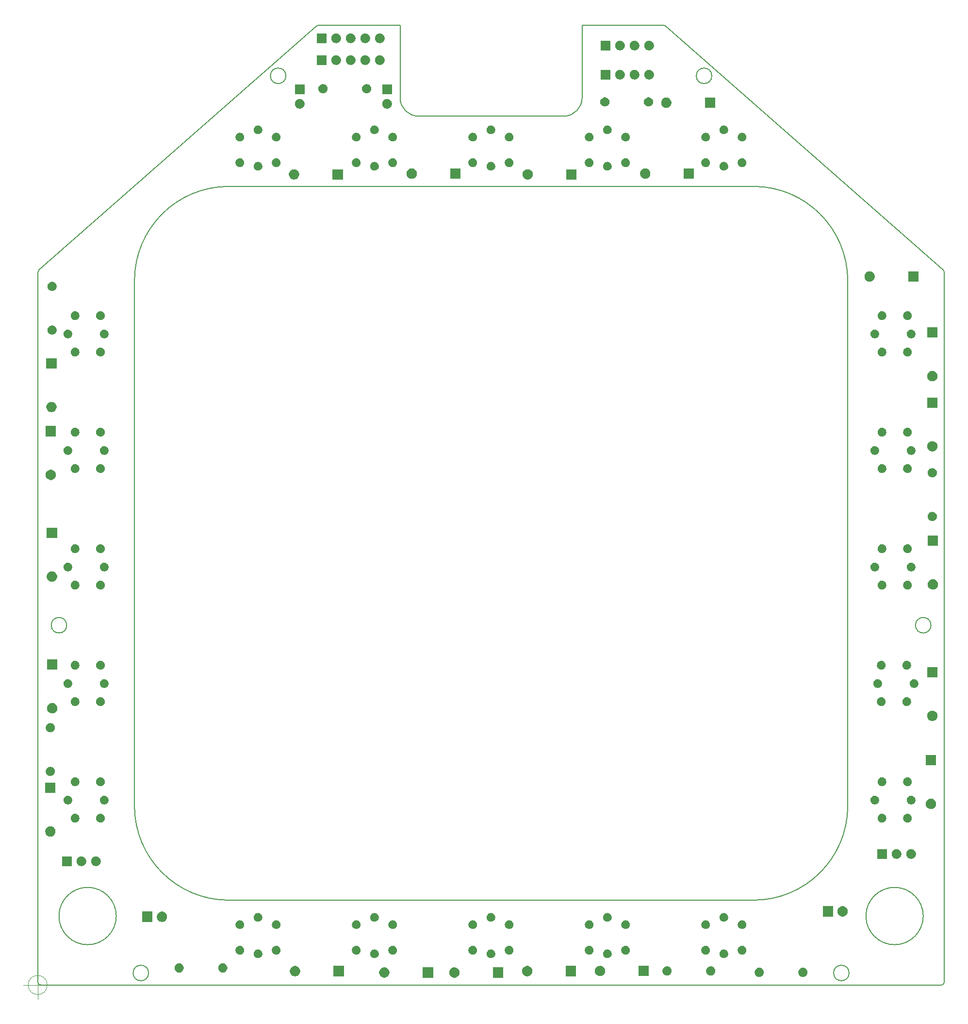
<source format=gbr>
G04 #@! TF.GenerationSoftware,KiCad,Pcbnew,(5.1.5-0-10_14)*
G04 #@! TF.CreationDate,2020-05-20T14:42:11+10:00*
G04 #@! TF.ProjectId,Buttons_DDI,42757474-6f6e-4735-9f44-44492e6b6963,rev?*
G04 #@! TF.SameCoordinates,Original*
G04 #@! TF.FileFunction,Soldermask,Top*
G04 #@! TF.FilePolarity,Negative*
%FSLAX46Y46*%
G04 Gerber Fmt 4.6, Leading zero omitted, Abs format (unit mm)*
G04 Created by KiCad (PCBNEW (5.1.5-0-10_14)) date 2020-05-20 14:42:11*
%MOMM*%
%LPD*%
G04 APERTURE LIST*
%ADD10C,0.200000*%
%ADD11C,0.100000*%
G04 APERTURE END LIST*
D10*
X30987380Y-164503100D02*
G75*
G03X30987380Y-164503100I-5000000J0D01*
G01*
X60587233Y-17986375D02*
G75*
G03X60587233Y-17986375I-1352550J0D01*
G01*
X83693000Y-25019000D02*
X109093000Y-25019000D01*
X112268000Y-21844000D02*
G75*
G02X109093000Y-25019000I-3175000J0D01*
G01*
X173148629Y-113792000D02*
G75*
G03X173148629Y-113792000I-1352550J0D01*
G01*
X50604140Y-161734500D02*
G75*
G02X34163000Y-145293360I0J16441140D01*
G01*
X158864300Y-174434500D02*
G75*
G03X158864300Y-174434500I-1352550J0D01*
G01*
X36626800Y-174434500D02*
G75*
G03X36626800Y-174434500I-1352550J0D01*
G01*
X158623000Y-145293360D02*
X158623000Y-53715640D01*
X142181860Y-37274500D02*
G75*
G02X158623000Y-53715640I0J-16441140D01*
G01*
X142181860Y-37274500D02*
X50604140Y-37274500D01*
X50604140Y-161734500D02*
X142181860Y-161734500D01*
X171798621Y-164503100D02*
G75*
G03X171798621Y-164503100I-5000000J0D01*
G01*
X126464426Y-9144000D02*
X112268000Y-9144000D01*
X126464426Y-9144000D02*
G75*
G02X126799582Y-9270248I0J-508000D01*
G01*
X17303750Y-52240798D02*
X17303750Y-176022000D01*
X17811750Y-176530000D02*
X174974250Y-176530000D01*
X175309406Y-51859046D02*
X126799582Y-9270248D01*
X175309406Y-51859046D02*
G75*
G02X175482250Y-52240798I-335156J-381752D01*
G01*
X158623000Y-145293360D02*
G75*
G02X142181860Y-161734500I-16441140J0D01*
G01*
X34163000Y-53715640D02*
X34163000Y-145293360D01*
X65986418Y-9270248D02*
G75*
G02X66321574Y-9144000I335156J-381752D01*
G01*
X134903867Y-17986375D02*
G75*
G03X134903867Y-17986375I-1352550J0D01*
G01*
X22342471Y-113792000D02*
G75*
G03X22342471Y-113792000I-1352550J0D01*
G01*
X175482250Y-176022000D02*
X175482250Y-52240798D01*
X175482250Y-176022000D02*
G75*
G02X174974250Y-176530000I-508000J0D01*
G01*
X17303750Y-52240798D02*
G75*
G02X17476594Y-51859046I508000J0D01*
G01*
X80518000Y-9144000D02*
X66321574Y-9144000D01*
X112268000Y-21844000D02*
X112268000Y-9144000D01*
X34163000Y-53715640D02*
G75*
G02X50604140Y-37274500I16441140J0D01*
G01*
X17811750Y-176530000D02*
G75*
G02X17303750Y-176022000I0J508000D01*
G01*
X65986418Y-9270248D02*
X17476594Y-51859046D01*
X80518000Y-9144000D02*
X80518000Y-21844000D01*
X83693000Y-25019000D02*
G75*
G02X80518000Y-21844000I0J3175000D01*
G01*
D11*
X18938666Y-176530000D02*
G75*
G03X18938666Y-176530000I-1666666J0D01*
G01*
X14772000Y-176530000D02*
X19772000Y-176530000D01*
X17272000Y-174030000D02*
X17272000Y-179030000D01*
G36*
X98502000Y-175250000D02*
G01*
X96702000Y-175250000D01*
X96702000Y-173450000D01*
X98502000Y-173450000D01*
X98502000Y-175250000D01*
G37*
G36*
X90244520Y-173484586D02*
G01*
X90404238Y-173550743D01*
X90408310Y-173552430D01*
X90555717Y-173650924D01*
X90681076Y-173776283D01*
X90728648Y-173847480D01*
X90779571Y-173923692D01*
X90847414Y-174087480D01*
X90882000Y-174261356D01*
X90882000Y-174438644D01*
X90877962Y-174458942D01*
X90847414Y-174612520D01*
X90779570Y-174776310D01*
X90681076Y-174923717D01*
X90555717Y-175049076D01*
X90408310Y-175147570D01*
X90408309Y-175147571D01*
X90408308Y-175147571D01*
X90244520Y-175215414D01*
X90070644Y-175250000D01*
X89893356Y-175250000D01*
X89719480Y-175215414D01*
X89555692Y-175147571D01*
X89555691Y-175147571D01*
X89555690Y-175147570D01*
X89408283Y-175049076D01*
X89282924Y-174923717D01*
X89184430Y-174776310D01*
X89116586Y-174612520D01*
X89086038Y-174458942D01*
X89082000Y-174438644D01*
X89082000Y-174261356D01*
X89116586Y-174087480D01*
X89184429Y-173923692D01*
X89235352Y-173847480D01*
X89282924Y-173776283D01*
X89408283Y-173650924D01*
X89555690Y-173552430D01*
X89559763Y-173550743D01*
X89719480Y-173484586D01*
X89893356Y-173450000D01*
X90070644Y-173450000D01*
X90244520Y-173484586D01*
G37*
G36*
X86282000Y-175250000D02*
G01*
X84482000Y-175250000D01*
X84482000Y-173450000D01*
X86282000Y-173450000D01*
X86282000Y-175250000D01*
G37*
G36*
X78024520Y-173484586D02*
G01*
X78184238Y-173550743D01*
X78188310Y-173552430D01*
X78335717Y-173650924D01*
X78461076Y-173776283D01*
X78508648Y-173847480D01*
X78559571Y-173923692D01*
X78627414Y-174087480D01*
X78662000Y-174261356D01*
X78662000Y-174438644D01*
X78657962Y-174458942D01*
X78627414Y-174612520D01*
X78559570Y-174776310D01*
X78461076Y-174923717D01*
X78335717Y-175049076D01*
X78188310Y-175147570D01*
X78188309Y-175147571D01*
X78188308Y-175147571D01*
X78024520Y-175215414D01*
X77850644Y-175250000D01*
X77673356Y-175250000D01*
X77499480Y-175215414D01*
X77335692Y-175147571D01*
X77335691Y-175147571D01*
X77335690Y-175147570D01*
X77188283Y-175049076D01*
X77062924Y-174923717D01*
X76964430Y-174776310D01*
X76896586Y-174612520D01*
X76866038Y-174458942D01*
X76862000Y-174438644D01*
X76862000Y-174261356D01*
X76896586Y-174087480D01*
X76964429Y-173923692D01*
X77015352Y-173847480D01*
X77062924Y-173776283D01*
X77188283Y-173650924D01*
X77335690Y-173552430D01*
X77339763Y-173550743D01*
X77499480Y-173484586D01*
X77673356Y-173450000D01*
X77850644Y-173450000D01*
X78024520Y-173484586D01*
G37*
G36*
X151025351Y-173550743D02*
G01*
X151170941Y-173611048D01*
X151301970Y-173698599D01*
X151413401Y-173810030D01*
X151500952Y-173941059D01*
X151561257Y-174086649D01*
X151592000Y-174241206D01*
X151592000Y-174398794D01*
X151561257Y-174553351D01*
X151500952Y-174698941D01*
X151413401Y-174829970D01*
X151301970Y-174941401D01*
X151170941Y-175028952D01*
X151025351Y-175089257D01*
X150870794Y-175120000D01*
X150713206Y-175120000D01*
X150558649Y-175089257D01*
X150413059Y-175028952D01*
X150282030Y-174941401D01*
X150170599Y-174829970D01*
X150083048Y-174698941D01*
X150022743Y-174553351D01*
X149992000Y-174398794D01*
X149992000Y-174241206D01*
X150022743Y-174086649D01*
X150083048Y-173941059D01*
X150170599Y-173810030D01*
X150282030Y-173698599D01*
X150413059Y-173611048D01*
X150558649Y-173550743D01*
X150713206Y-173520000D01*
X150870794Y-173520000D01*
X151025351Y-173550743D01*
G37*
G36*
X143405351Y-173550743D02*
G01*
X143550941Y-173611048D01*
X143681970Y-173698599D01*
X143793401Y-173810030D01*
X143880952Y-173941059D01*
X143941257Y-174086649D01*
X143972000Y-174241206D01*
X143972000Y-174398794D01*
X143941257Y-174553351D01*
X143880952Y-174698941D01*
X143793401Y-174829970D01*
X143681970Y-174941401D01*
X143550941Y-175028952D01*
X143405351Y-175089257D01*
X143250794Y-175120000D01*
X143093206Y-175120000D01*
X142938649Y-175089257D01*
X142793059Y-175028952D01*
X142662030Y-174941401D01*
X142550599Y-174829970D01*
X142463048Y-174698941D01*
X142402743Y-174553351D01*
X142372000Y-174398794D01*
X142372000Y-174241206D01*
X142402743Y-174086649D01*
X142463048Y-173941059D01*
X142550599Y-173810030D01*
X142662030Y-173698599D01*
X142793059Y-173611048D01*
X142938649Y-173550743D01*
X143093206Y-173520000D01*
X143250794Y-173520000D01*
X143405351Y-173550743D01*
G37*
G36*
X111212000Y-175010000D02*
G01*
X109412000Y-175010000D01*
X109412000Y-173210000D01*
X111212000Y-173210000D01*
X111212000Y-175010000D01*
G37*
G36*
X102954520Y-173244586D02*
G01*
X103114238Y-173310743D01*
X103118310Y-173312430D01*
X103265717Y-173410924D01*
X103391076Y-173536283D01*
X103469526Y-173653692D01*
X103489571Y-173683692D01*
X103557414Y-173847480D01*
X103592000Y-174021356D01*
X103592000Y-174198644D01*
X103557414Y-174372520D01*
X103501997Y-174506310D01*
X103489570Y-174536310D01*
X103391076Y-174683717D01*
X103265717Y-174809076D01*
X103118310Y-174907570D01*
X103118309Y-174907571D01*
X103118308Y-174907571D01*
X102954520Y-174975414D01*
X102780644Y-175010000D01*
X102603356Y-175010000D01*
X102429480Y-174975414D01*
X102265692Y-174907571D01*
X102265691Y-174907571D01*
X102265690Y-174907570D01*
X102118283Y-174809076D01*
X101992924Y-174683717D01*
X101894430Y-174536310D01*
X101882004Y-174506310D01*
X101826586Y-174372520D01*
X101792000Y-174198644D01*
X101792000Y-174021356D01*
X101826586Y-173847480D01*
X101894429Y-173683692D01*
X101914474Y-173653692D01*
X101992924Y-173536283D01*
X102118283Y-173410924D01*
X102265690Y-173312430D01*
X102269763Y-173310743D01*
X102429480Y-173244586D01*
X102603356Y-173210000D01*
X102780644Y-173210000D01*
X102954520Y-173244586D01*
G37*
G36*
X70692000Y-175010000D02*
G01*
X68892000Y-175010000D01*
X68892000Y-173210000D01*
X70692000Y-173210000D01*
X70692000Y-175010000D01*
G37*
G36*
X62434520Y-173244586D02*
G01*
X62594238Y-173310743D01*
X62598310Y-173312430D01*
X62745717Y-173410924D01*
X62871076Y-173536283D01*
X62949526Y-173653692D01*
X62969571Y-173683692D01*
X63037414Y-173847480D01*
X63072000Y-174021356D01*
X63072000Y-174198644D01*
X63037414Y-174372520D01*
X62981997Y-174506310D01*
X62969570Y-174536310D01*
X62871076Y-174683717D01*
X62745717Y-174809076D01*
X62598310Y-174907570D01*
X62598309Y-174907571D01*
X62598308Y-174907571D01*
X62434520Y-174975414D01*
X62260644Y-175010000D01*
X62083356Y-175010000D01*
X61909480Y-174975414D01*
X61745692Y-174907571D01*
X61745691Y-174907571D01*
X61745690Y-174907570D01*
X61598283Y-174809076D01*
X61472924Y-174683717D01*
X61374430Y-174536310D01*
X61362004Y-174506310D01*
X61306586Y-174372520D01*
X61272000Y-174198644D01*
X61272000Y-174021356D01*
X61306586Y-173847480D01*
X61374429Y-173683692D01*
X61394474Y-173653692D01*
X61472924Y-173536283D01*
X61598283Y-173410924D01*
X61745690Y-173312430D01*
X61749763Y-173310743D01*
X61909480Y-173244586D01*
X62083356Y-173210000D01*
X62260644Y-173210000D01*
X62434520Y-173244586D01*
G37*
G36*
X123922000Y-174980000D02*
G01*
X122122000Y-174980000D01*
X122122000Y-173180000D01*
X123922000Y-173180000D01*
X123922000Y-174980000D01*
G37*
G36*
X115664520Y-173214586D02*
G01*
X115822444Y-173280000D01*
X115828310Y-173282430D01*
X115975717Y-173380924D01*
X116101076Y-173506283D01*
X116199570Y-173653690D01*
X116199571Y-173653692D01*
X116267414Y-173817480D01*
X116302000Y-173991356D01*
X116302000Y-174168644D01*
X116267414Y-174342520D01*
X116219191Y-174458942D01*
X116199570Y-174506310D01*
X116101076Y-174653717D01*
X115975717Y-174779076D01*
X115828310Y-174877570D01*
X115828309Y-174877571D01*
X115828308Y-174877571D01*
X115664520Y-174945414D01*
X115490644Y-174980000D01*
X115313356Y-174980000D01*
X115139480Y-174945414D01*
X114975692Y-174877571D01*
X114975691Y-174877571D01*
X114975690Y-174877570D01*
X114828283Y-174779076D01*
X114702924Y-174653717D01*
X114604430Y-174506310D01*
X114584810Y-174458942D01*
X114536586Y-174342520D01*
X114502000Y-174168644D01*
X114502000Y-173991356D01*
X114536586Y-173817480D01*
X114604429Y-173653692D01*
X114604430Y-173653690D01*
X114702924Y-173506283D01*
X114828283Y-173380924D01*
X114975690Y-173282430D01*
X114981557Y-173280000D01*
X115139480Y-173214586D01*
X115313356Y-173180000D01*
X115490644Y-173180000D01*
X115664520Y-173214586D01*
G37*
G36*
X127335351Y-173310743D02*
G01*
X127480941Y-173371048D01*
X127611970Y-173458599D01*
X127723401Y-173570030D01*
X127810952Y-173701059D01*
X127871257Y-173846649D01*
X127902000Y-174001206D01*
X127902000Y-174158794D01*
X127871257Y-174313351D01*
X127810952Y-174458941D01*
X127723401Y-174589970D01*
X127611970Y-174701401D01*
X127480941Y-174788952D01*
X127335351Y-174849257D01*
X127180794Y-174880000D01*
X127023206Y-174880000D01*
X126868649Y-174849257D01*
X126723059Y-174788952D01*
X126592030Y-174701401D01*
X126480599Y-174589970D01*
X126393048Y-174458941D01*
X126332743Y-174313351D01*
X126302000Y-174158794D01*
X126302000Y-174001206D01*
X126332743Y-173846649D01*
X126393048Y-173701059D01*
X126480599Y-173570030D01*
X126592030Y-173458599D01*
X126723059Y-173371048D01*
X126868649Y-173310743D01*
X127023206Y-173280000D01*
X127180794Y-173280000D01*
X127335351Y-173310743D01*
G37*
G36*
X134955351Y-173310743D02*
G01*
X135100941Y-173371048D01*
X135231970Y-173458599D01*
X135343401Y-173570030D01*
X135430952Y-173701059D01*
X135491257Y-173846649D01*
X135522000Y-174001206D01*
X135522000Y-174158794D01*
X135491257Y-174313351D01*
X135430952Y-174458941D01*
X135343401Y-174589970D01*
X135231970Y-174701401D01*
X135100941Y-174788952D01*
X134955351Y-174849257D01*
X134800794Y-174880000D01*
X134643206Y-174880000D01*
X134488649Y-174849257D01*
X134343059Y-174788952D01*
X134212030Y-174701401D01*
X134100599Y-174589970D01*
X134013048Y-174458941D01*
X133952743Y-174313351D01*
X133922000Y-174158794D01*
X133922000Y-174001206D01*
X133952743Y-173846649D01*
X134013048Y-173701059D01*
X134100599Y-173570030D01*
X134212030Y-173458599D01*
X134343059Y-173371048D01*
X134488649Y-173310743D01*
X134643206Y-173280000D01*
X134800794Y-173280000D01*
X134955351Y-173310743D01*
G37*
G36*
X49805351Y-172780743D02*
G01*
X49950941Y-172841048D01*
X50081970Y-172928599D01*
X50193401Y-173040030D01*
X50280952Y-173171059D01*
X50341257Y-173316649D01*
X50372000Y-173471206D01*
X50372000Y-173628794D01*
X50341257Y-173783351D01*
X50280952Y-173928941D01*
X50193401Y-174059970D01*
X50081970Y-174171401D01*
X49950941Y-174258952D01*
X49805351Y-174319257D01*
X49650794Y-174350000D01*
X49493206Y-174350000D01*
X49338649Y-174319257D01*
X49193059Y-174258952D01*
X49062030Y-174171401D01*
X48950599Y-174059970D01*
X48863048Y-173928941D01*
X48802743Y-173783351D01*
X48772000Y-173628794D01*
X48772000Y-173471206D01*
X48802743Y-173316649D01*
X48863048Y-173171059D01*
X48950599Y-173040030D01*
X49062030Y-172928599D01*
X49193059Y-172841048D01*
X49338649Y-172780743D01*
X49493206Y-172750000D01*
X49650794Y-172750000D01*
X49805351Y-172780743D01*
G37*
G36*
X42185351Y-172780743D02*
G01*
X42330941Y-172841048D01*
X42461970Y-172928599D01*
X42573401Y-173040030D01*
X42660952Y-173171059D01*
X42721257Y-173316649D01*
X42752000Y-173471206D01*
X42752000Y-173628794D01*
X42721257Y-173783351D01*
X42660952Y-173928941D01*
X42573401Y-174059970D01*
X42461970Y-174171401D01*
X42330941Y-174258952D01*
X42185351Y-174319257D01*
X42030794Y-174350000D01*
X41873206Y-174350000D01*
X41718649Y-174319257D01*
X41573059Y-174258952D01*
X41442030Y-174171401D01*
X41330599Y-174059970D01*
X41243048Y-173928941D01*
X41182743Y-173783351D01*
X41152000Y-173628794D01*
X41152000Y-173471206D01*
X41182743Y-173316649D01*
X41243048Y-173171059D01*
X41330599Y-173040030D01*
X41442030Y-172928599D01*
X41573059Y-172841048D01*
X41718649Y-172780743D01*
X41873206Y-172750000D01*
X42030794Y-172750000D01*
X42185351Y-172780743D01*
G37*
G36*
X116855195Y-170348522D02*
G01*
X116904267Y-170358283D01*
X117042942Y-170415724D01*
X117167747Y-170499116D01*
X117273884Y-170605253D01*
X117357276Y-170730058D01*
X117357276Y-170730059D01*
X117414717Y-170868734D01*
X117444000Y-171015948D01*
X117444000Y-171166052D01*
X117433667Y-171218000D01*
X117414717Y-171313267D01*
X117357276Y-171451942D01*
X117273884Y-171576747D01*
X117167747Y-171682884D01*
X117042942Y-171766276D01*
X116904267Y-171823717D01*
X116855195Y-171833478D01*
X116757052Y-171853000D01*
X116606948Y-171853000D01*
X116508805Y-171833478D01*
X116459733Y-171823717D01*
X116321058Y-171766276D01*
X116196253Y-171682884D01*
X116090116Y-171576747D01*
X116006724Y-171451942D01*
X115949283Y-171313267D01*
X115930333Y-171218000D01*
X115920000Y-171166052D01*
X115920000Y-171015948D01*
X115949283Y-170868734D01*
X116006724Y-170730059D01*
X116006724Y-170730058D01*
X116090116Y-170605253D01*
X116196253Y-170499116D01*
X116321058Y-170415724D01*
X116459733Y-170358283D01*
X116508805Y-170348522D01*
X116606948Y-170329000D01*
X116757052Y-170329000D01*
X116855195Y-170348522D01*
G37*
G36*
X55895195Y-170348522D02*
G01*
X55944267Y-170358283D01*
X56082942Y-170415724D01*
X56207747Y-170499116D01*
X56313884Y-170605253D01*
X56397276Y-170730058D01*
X56397276Y-170730059D01*
X56454717Y-170868734D01*
X56484000Y-171015948D01*
X56484000Y-171166052D01*
X56473667Y-171218000D01*
X56454717Y-171313267D01*
X56397276Y-171451942D01*
X56313884Y-171576747D01*
X56207747Y-171682884D01*
X56082942Y-171766276D01*
X55944267Y-171823717D01*
X55895195Y-171833478D01*
X55797052Y-171853000D01*
X55646948Y-171853000D01*
X55548805Y-171833478D01*
X55499733Y-171823717D01*
X55361058Y-171766276D01*
X55236253Y-171682884D01*
X55130116Y-171576747D01*
X55046724Y-171451942D01*
X54989283Y-171313267D01*
X54970333Y-171218000D01*
X54960000Y-171166052D01*
X54960000Y-171015948D01*
X54989283Y-170868734D01*
X55046724Y-170730059D01*
X55046724Y-170730058D01*
X55130116Y-170605253D01*
X55236253Y-170499116D01*
X55361058Y-170415724D01*
X55499733Y-170358283D01*
X55548805Y-170348522D01*
X55646948Y-170329000D01*
X55797052Y-170329000D01*
X55895195Y-170348522D01*
G37*
G36*
X76215195Y-170348522D02*
G01*
X76264267Y-170358283D01*
X76402942Y-170415724D01*
X76527747Y-170499116D01*
X76633884Y-170605253D01*
X76717276Y-170730058D01*
X76717276Y-170730059D01*
X76774717Y-170868734D01*
X76804000Y-171015948D01*
X76804000Y-171166052D01*
X76793667Y-171218000D01*
X76774717Y-171313267D01*
X76717276Y-171451942D01*
X76633884Y-171576747D01*
X76527747Y-171682884D01*
X76402942Y-171766276D01*
X76264267Y-171823717D01*
X76215195Y-171833478D01*
X76117052Y-171853000D01*
X75966948Y-171853000D01*
X75868805Y-171833478D01*
X75819733Y-171823717D01*
X75681058Y-171766276D01*
X75556253Y-171682884D01*
X75450116Y-171576747D01*
X75366724Y-171451942D01*
X75309283Y-171313267D01*
X75290333Y-171218000D01*
X75280000Y-171166052D01*
X75280000Y-171015948D01*
X75309283Y-170868734D01*
X75366724Y-170730059D01*
X75366724Y-170730058D01*
X75450116Y-170605253D01*
X75556253Y-170499116D01*
X75681058Y-170415724D01*
X75819733Y-170358283D01*
X75868805Y-170348522D01*
X75966948Y-170329000D01*
X76117052Y-170329000D01*
X76215195Y-170348522D01*
G37*
G36*
X96535195Y-170348522D02*
G01*
X96584267Y-170358283D01*
X96722942Y-170415724D01*
X96847747Y-170499116D01*
X96953884Y-170605253D01*
X97037276Y-170730058D01*
X97037276Y-170730059D01*
X97094717Y-170868734D01*
X97124000Y-171015948D01*
X97124000Y-171166052D01*
X97113667Y-171218000D01*
X97094717Y-171313267D01*
X97037276Y-171451942D01*
X96953884Y-171576747D01*
X96847747Y-171682884D01*
X96722942Y-171766276D01*
X96584267Y-171823717D01*
X96535195Y-171833478D01*
X96437052Y-171853000D01*
X96286948Y-171853000D01*
X96188805Y-171833478D01*
X96139733Y-171823717D01*
X96001058Y-171766276D01*
X95876253Y-171682884D01*
X95770116Y-171576747D01*
X95686724Y-171451942D01*
X95629283Y-171313267D01*
X95610333Y-171218000D01*
X95600000Y-171166052D01*
X95600000Y-171015948D01*
X95629283Y-170868734D01*
X95686724Y-170730059D01*
X95686724Y-170730058D01*
X95770116Y-170605253D01*
X95876253Y-170499116D01*
X96001058Y-170415724D01*
X96139733Y-170358283D01*
X96188805Y-170348522D01*
X96286948Y-170329000D01*
X96437052Y-170329000D01*
X96535195Y-170348522D01*
G37*
G36*
X137175195Y-170348522D02*
G01*
X137224267Y-170358283D01*
X137362942Y-170415724D01*
X137487747Y-170499116D01*
X137593884Y-170605253D01*
X137677276Y-170730058D01*
X137677276Y-170730059D01*
X137734717Y-170868734D01*
X137764000Y-171015948D01*
X137764000Y-171166052D01*
X137753667Y-171218000D01*
X137734717Y-171313267D01*
X137677276Y-171451942D01*
X137593884Y-171576747D01*
X137487747Y-171682884D01*
X137362942Y-171766276D01*
X137224267Y-171823717D01*
X137175195Y-171833478D01*
X137077052Y-171853000D01*
X136926948Y-171853000D01*
X136828805Y-171833478D01*
X136779733Y-171823717D01*
X136641058Y-171766276D01*
X136516253Y-171682884D01*
X136410116Y-171576747D01*
X136326724Y-171451942D01*
X136269283Y-171313267D01*
X136250333Y-171218000D01*
X136240000Y-171166052D01*
X136240000Y-171015948D01*
X136269283Y-170868734D01*
X136326724Y-170730059D01*
X136326724Y-170730058D01*
X136410116Y-170605253D01*
X136516253Y-170499116D01*
X136641058Y-170415724D01*
X136779733Y-170358283D01*
X136828805Y-170348522D01*
X136926948Y-170329000D01*
X137077052Y-170329000D01*
X137175195Y-170348522D01*
G37*
G36*
X52720195Y-169713522D02*
G01*
X52769267Y-169723283D01*
X52907942Y-169780724D01*
X53032747Y-169864116D01*
X53138884Y-169970253D01*
X53222276Y-170095058D01*
X53222276Y-170095059D01*
X53279717Y-170233734D01*
X53304492Y-170358283D01*
X53309000Y-170380950D01*
X53309000Y-170531050D01*
X53279717Y-170678267D01*
X53222276Y-170816942D01*
X53138884Y-170941747D01*
X53032747Y-171047884D01*
X52907942Y-171131276D01*
X52769267Y-171188717D01*
X52720195Y-171198478D01*
X52622052Y-171218000D01*
X52471948Y-171218000D01*
X52373805Y-171198478D01*
X52324733Y-171188717D01*
X52186058Y-171131276D01*
X52061253Y-171047884D01*
X51955116Y-170941747D01*
X51871724Y-170816942D01*
X51814283Y-170678267D01*
X51785000Y-170531050D01*
X51785000Y-170380950D01*
X51789509Y-170358283D01*
X51814283Y-170233734D01*
X51871724Y-170095059D01*
X51871724Y-170095058D01*
X51955116Y-169970253D01*
X52061253Y-169864116D01*
X52186058Y-169780724D01*
X52324733Y-169723283D01*
X52373805Y-169713522D01*
X52471948Y-169694000D01*
X52622052Y-169694000D01*
X52720195Y-169713522D01*
G37*
G36*
X59070195Y-169713522D02*
G01*
X59119267Y-169723283D01*
X59257942Y-169780724D01*
X59382747Y-169864116D01*
X59488884Y-169970253D01*
X59572276Y-170095058D01*
X59572276Y-170095059D01*
X59629717Y-170233734D01*
X59654492Y-170358283D01*
X59659000Y-170380950D01*
X59659000Y-170531050D01*
X59629717Y-170678267D01*
X59572276Y-170816942D01*
X59488884Y-170941747D01*
X59382747Y-171047884D01*
X59257942Y-171131276D01*
X59119267Y-171188717D01*
X59070195Y-171198478D01*
X58972052Y-171218000D01*
X58821948Y-171218000D01*
X58723805Y-171198478D01*
X58674733Y-171188717D01*
X58536058Y-171131276D01*
X58411253Y-171047884D01*
X58305116Y-170941747D01*
X58221724Y-170816942D01*
X58164283Y-170678267D01*
X58135000Y-170531050D01*
X58135000Y-170380950D01*
X58139509Y-170358283D01*
X58164283Y-170233734D01*
X58221724Y-170095059D01*
X58221724Y-170095058D01*
X58305116Y-169970253D01*
X58411253Y-169864116D01*
X58536058Y-169780724D01*
X58674733Y-169723283D01*
X58723805Y-169713522D01*
X58821948Y-169694000D01*
X58972052Y-169694000D01*
X59070195Y-169713522D01*
G37*
G36*
X99710195Y-169713522D02*
G01*
X99759267Y-169723283D01*
X99897942Y-169780724D01*
X100022747Y-169864116D01*
X100128884Y-169970253D01*
X100212276Y-170095058D01*
X100212276Y-170095059D01*
X100269717Y-170233734D01*
X100294492Y-170358283D01*
X100299000Y-170380950D01*
X100299000Y-170531050D01*
X100269717Y-170678267D01*
X100212276Y-170816942D01*
X100128884Y-170941747D01*
X100022747Y-171047884D01*
X99897942Y-171131276D01*
X99759267Y-171188717D01*
X99710195Y-171198478D01*
X99612052Y-171218000D01*
X99461948Y-171218000D01*
X99363805Y-171198478D01*
X99314733Y-171188717D01*
X99176058Y-171131276D01*
X99051253Y-171047884D01*
X98945116Y-170941747D01*
X98861724Y-170816942D01*
X98804283Y-170678267D01*
X98775000Y-170531050D01*
X98775000Y-170380950D01*
X98779509Y-170358283D01*
X98804283Y-170233734D01*
X98861724Y-170095059D01*
X98861724Y-170095058D01*
X98945116Y-169970253D01*
X99051253Y-169864116D01*
X99176058Y-169780724D01*
X99314733Y-169723283D01*
X99363805Y-169713522D01*
X99461948Y-169694000D01*
X99612052Y-169694000D01*
X99710195Y-169713522D01*
G37*
G36*
X93360195Y-169713522D02*
G01*
X93409267Y-169723283D01*
X93547942Y-169780724D01*
X93672747Y-169864116D01*
X93778884Y-169970253D01*
X93862276Y-170095058D01*
X93862276Y-170095059D01*
X93919717Y-170233734D01*
X93944492Y-170358283D01*
X93949000Y-170380950D01*
X93949000Y-170531050D01*
X93919717Y-170678267D01*
X93862276Y-170816942D01*
X93778884Y-170941747D01*
X93672747Y-171047884D01*
X93547942Y-171131276D01*
X93409267Y-171188717D01*
X93360195Y-171198478D01*
X93262052Y-171218000D01*
X93111948Y-171218000D01*
X93013805Y-171198478D01*
X92964733Y-171188717D01*
X92826058Y-171131276D01*
X92701253Y-171047884D01*
X92595116Y-170941747D01*
X92511724Y-170816942D01*
X92454283Y-170678267D01*
X92425000Y-170531050D01*
X92425000Y-170380950D01*
X92429509Y-170358283D01*
X92454283Y-170233734D01*
X92511724Y-170095059D01*
X92511724Y-170095058D01*
X92595116Y-169970253D01*
X92701253Y-169864116D01*
X92826058Y-169780724D01*
X92964733Y-169723283D01*
X93013805Y-169713522D01*
X93111948Y-169694000D01*
X93262052Y-169694000D01*
X93360195Y-169713522D01*
G37*
G36*
X120030195Y-169713522D02*
G01*
X120079267Y-169723283D01*
X120217942Y-169780724D01*
X120342747Y-169864116D01*
X120448884Y-169970253D01*
X120532276Y-170095058D01*
X120532276Y-170095059D01*
X120589717Y-170233734D01*
X120614492Y-170358283D01*
X120619000Y-170380950D01*
X120619000Y-170531050D01*
X120589717Y-170678267D01*
X120532276Y-170816942D01*
X120448884Y-170941747D01*
X120342747Y-171047884D01*
X120217942Y-171131276D01*
X120079267Y-171188717D01*
X120030195Y-171198478D01*
X119932052Y-171218000D01*
X119781948Y-171218000D01*
X119683805Y-171198478D01*
X119634733Y-171188717D01*
X119496058Y-171131276D01*
X119371253Y-171047884D01*
X119265116Y-170941747D01*
X119181724Y-170816942D01*
X119124283Y-170678267D01*
X119095000Y-170531050D01*
X119095000Y-170380950D01*
X119099509Y-170358283D01*
X119124283Y-170233734D01*
X119181724Y-170095059D01*
X119181724Y-170095058D01*
X119265116Y-169970253D01*
X119371253Y-169864116D01*
X119496058Y-169780724D01*
X119634733Y-169723283D01*
X119683805Y-169713522D01*
X119781948Y-169694000D01*
X119932052Y-169694000D01*
X120030195Y-169713522D01*
G37*
G36*
X113680195Y-169713522D02*
G01*
X113729267Y-169723283D01*
X113867942Y-169780724D01*
X113992747Y-169864116D01*
X114098884Y-169970253D01*
X114182276Y-170095058D01*
X114182276Y-170095059D01*
X114239717Y-170233734D01*
X114264492Y-170358283D01*
X114269000Y-170380950D01*
X114269000Y-170531050D01*
X114239717Y-170678267D01*
X114182276Y-170816942D01*
X114098884Y-170941747D01*
X113992747Y-171047884D01*
X113867942Y-171131276D01*
X113729267Y-171188717D01*
X113680195Y-171198478D01*
X113582052Y-171218000D01*
X113431948Y-171218000D01*
X113333805Y-171198478D01*
X113284733Y-171188717D01*
X113146058Y-171131276D01*
X113021253Y-171047884D01*
X112915116Y-170941747D01*
X112831724Y-170816942D01*
X112774283Y-170678267D01*
X112745000Y-170531050D01*
X112745000Y-170380950D01*
X112749509Y-170358283D01*
X112774283Y-170233734D01*
X112831724Y-170095059D01*
X112831724Y-170095058D01*
X112915116Y-169970253D01*
X113021253Y-169864116D01*
X113146058Y-169780724D01*
X113284733Y-169723283D01*
X113333805Y-169713522D01*
X113431948Y-169694000D01*
X113582052Y-169694000D01*
X113680195Y-169713522D01*
G37*
G36*
X79390195Y-169713522D02*
G01*
X79439267Y-169723283D01*
X79577942Y-169780724D01*
X79702747Y-169864116D01*
X79808884Y-169970253D01*
X79892276Y-170095058D01*
X79892276Y-170095059D01*
X79949717Y-170233734D01*
X79974492Y-170358283D01*
X79979000Y-170380950D01*
X79979000Y-170531050D01*
X79949717Y-170678267D01*
X79892276Y-170816942D01*
X79808884Y-170941747D01*
X79702747Y-171047884D01*
X79577942Y-171131276D01*
X79439267Y-171188717D01*
X79390195Y-171198478D01*
X79292052Y-171218000D01*
X79141948Y-171218000D01*
X79043805Y-171198478D01*
X78994733Y-171188717D01*
X78856058Y-171131276D01*
X78731253Y-171047884D01*
X78625116Y-170941747D01*
X78541724Y-170816942D01*
X78484283Y-170678267D01*
X78455000Y-170531050D01*
X78455000Y-170380950D01*
X78459509Y-170358283D01*
X78484283Y-170233734D01*
X78541724Y-170095059D01*
X78541724Y-170095058D01*
X78625116Y-169970253D01*
X78731253Y-169864116D01*
X78856058Y-169780724D01*
X78994733Y-169723283D01*
X79043805Y-169713522D01*
X79141948Y-169694000D01*
X79292052Y-169694000D01*
X79390195Y-169713522D01*
G37*
G36*
X140350195Y-169713522D02*
G01*
X140399267Y-169723283D01*
X140537942Y-169780724D01*
X140662747Y-169864116D01*
X140768884Y-169970253D01*
X140852276Y-170095058D01*
X140852276Y-170095059D01*
X140909717Y-170233734D01*
X140934492Y-170358283D01*
X140939000Y-170380950D01*
X140939000Y-170531050D01*
X140909717Y-170678267D01*
X140852276Y-170816942D01*
X140768884Y-170941747D01*
X140662747Y-171047884D01*
X140537942Y-171131276D01*
X140399267Y-171188717D01*
X140350195Y-171198478D01*
X140252052Y-171218000D01*
X140101948Y-171218000D01*
X140003805Y-171198478D01*
X139954733Y-171188717D01*
X139816058Y-171131276D01*
X139691253Y-171047884D01*
X139585116Y-170941747D01*
X139501724Y-170816942D01*
X139444283Y-170678267D01*
X139415000Y-170531050D01*
X139415000Y-170380950D01*
X139419509Y-170358283D01*
X139444283Y-170233734D01*
X139501724Y-170095059D01*
X139501724Y-170095058D01*
X139585116Y-169970253D01*
X139691253Y-169864116D01*
X139816058Y-169780724D01*
X139954733Y-169723283D01*
X140003805Y-169713522D01*
X140101948Y-169694000D01*
X140252052Y-169694000D01*
X140350195Y-169713522D01*
G37*
G36*
X134000195Y-169713522D02*
G01*
X134049267Y-169723283D01*
X134187942Y-169780724D01*
X134312747Y-169864116D01*
X134418884Y-169970253D01*
X134502276Y-170095058D01*
X134502276Y-170095059D01*
X134559717Y-170233734D01*
X134584492Y-170358283D01*
X134589000Y-170380950D01*
X134589000Y-170531050D01*
X134559717Y-170678267D01*
X134502276Y-170816942D01*
X134418884Y-170941747D01*
X134312747Y-171047884D01*
X134187942Y-171131276D01*
X134049267Y-171188717D01*
X134000195Y-171198478D01*
X133902052Y-171218000D01*
X133751948Y-171218000D01*
X133653805Y-171198478D01*
X133604733Y-171188717D01*
X133466058Y-171131276D01*
X133341253Y-171047884D01*
X133235116Y-170941747D01*
X133151724Y-170816942D01*
X133094283Y-170678267D01*
X133065000Y-170531050D01*
X133065000Y-170380950D01*
X133069509Y-170358283D01*
X133094283Y-170233734D01*
X133151724Y-170095059D01*
X133151724Y-170095058D01*
X133235116Y-169970253D01*
X133341253Y-169864116D01*
X133466058Y-169780724D01*
X133604733Y-169723283D01*
X133653805Y-169713522D01*
X133751948Y-169694000D01*
X133902052Y-169694000D01*
X134000195Y-169713522D01*
G37*
G36*
X73040195Y-169713522D02*
G01*
X73089267Y-169723283D01*
X73227942Y-169780724D01*
X73352747Y-169864116D01*
X73458884Y-169970253D01*
X73542276Y-170095058D01*
X73542276Y-170095059D01*
X73599717Y-170233734D01*
X73624492Y-170358283D01*
X73629000Y-170380950D01*
X73629000Y-170531050D01*
X73599717Y-170678267D01*
X73542276Y-170816942D01*
X73458884Y-170941747D01*
X73352747Y-171047884D01*
X73227942Y-171131276D01*
X73089267Y-171188717D01*
X73040195Y-171198478D01*
X72942052Y-171218000D01*
X72791948Y-171218000D01*
X72693805Y-171198478D01*
X72644733Y-171188717D01*
X72506058Y-171131276D01*
X72381253Y-171047884D01*
X72275116Y-170941747D01*
X72191724Y-170816942D01*
X72134283Y-170678267D01*
X72105000Y-170531050D01*
X72105000Y-170380950D01*
X72109509Y-170358283D01*
X72134283Y-170233734D01*
X72191724Y-170095059D01*
X72191724Y-170095058D01*
X72275116Y-169970253D01*
X72381253Y-169864116D01*
X72506058Y-169780724D01*
X72644733Y-169723283D01*
X72693805Y-169713522D01*
X72791948Y-169694000D01*
X72942052Y-169694000D01*
X73040195Y-169713522D01*
G37*
G36*
X79390195Y-165268522D02*
G01*
X79439267Y-165278283D01*
X79577942Y-165335724D01*
X79702747Y-165419116D01*
X79808884Y-165525253D01*
X79892276Y-165650058D01*
X79949717Y-165788733D01*
X79979000Y-165935950D01*
X79979000Y-166086050D01*
X79949717Y-166233267D01*
X79892276Y-166371942D01*
X79808884Y-166496747D01*
X79702747Y-166602884D01*
X79577942Y-166686276D01*
X79439267Y-166743717D01*
X79390195Y-166753478D01*
X79292052Y-166773000D01*
X79141948Y-166773000D01*
X79043805Y-166753478D01*
X78994733Y-166743717D01*
X78856058Y-166686276D01*
X78731253Y-166602884D01*
X78625116Y-166496747D01*
X78541724Y-166371942D01*
X78484283Y-166233267D01*
X78455000Y-166086050D01*
X78455000Y-165935950D01*
X78484283Y-165788733D01*
X78541724Y-165650058D01*
X78625116Y-165525253D01*
X78731253Y-165419116D01*
X78856058Y-165335724D01*
X78994733Y-165278283D01*
X79043805Y-165268522D01*
X79141948Y-165249000D01*
X79292052Y-165249000D01*
X79390195Y-165268522D01*
G37*
G36*
X59070195Y-165268522D02*
G01*
X59119267Y-165278283D01*
X59257942Y-165335724D01*
X59382747Y-165419116D01*
X59488884Y-165525253D01*
X59572276Y-165650058D01*
X59629717Y-165788733D01*
X59659000Y-165935950D01*
X59659000Y-166086050D01*
X59629717Y-166233267D01*
X59572276Y-166371942D01*
X59488884Y-166496747D01*
X59382747Y-166602884D01*
X59257942Y-166686276D01*
X59119267Y-166743717D01*
X59070195Y-166753478D01*
X58972052Y-166773000D01*
X58821948Y-166773000D01*
X58723805Y-166753478D01*
X58674733Y-166743717D01*
X58536058Y-166686276D01*
X58411253Y-166602884D01*
X58305116Y-166496747D01*
X58221724Y-166371942D01*
X58164283Y-166233267D01*
X58135000Y-166086050D01*
X58135000Y-165935950D01*
X58164283Y-165788733D01*
X58221724Y-165650058D01*
X58305116Y-165525253D01*
X58411253Y-165419116D01*
X58536058Y-165335724D01*
X58674733Y-165278283D01*
X58723805Y-165268522D01*
X58821948Y-165249000D01*
X58972052Y-165249000D01*
X59070195Y-165268522D01*
G37*
G36*
X140350195Y-165268522D02*
G01*
X140399267Y-165278283D01*
X140537942Y-165335724D01*
X140662747Y-165419116D01*
X140768884Y-165525253D01*
X140852276Y-165650058D01*
X140909717Y-165788733D01*
X140939000Y-165935950D01*
X140939000Y-166086050D01*
X140909717Y-166233267D01*
X140852276Y-166371942D01*
X140768884Y-166496747D01*
X140662747Y-166602884D01*
X140537942Y-166686276D01*
X140399267Y-166743717D01*
X140350195Y-166753478D01*
X140252052Y-166773000D01*
X140101948Y-166773000D01*
X140003805Y-166753478D01*
X139954733Y-166743717D01*
X139816058Y-166686276D01*
X139691253Y-166602884D01*
X139585116Y-166496747D01*
X139501724Y-166371942D01*
X139444283Y-166233267D01*
X139415000Y-166086050D01*
X139415000Y-165935950D01*
X139444283Y-165788733D01*
X139501724Y-165650058D01*
X139585116Y-165525253D01*
X139691253Y-165419116D01*
X139816058Y-165335724D01*
X139954733Y-165278283D01*
X140003805Y-165268522D01*
X140101948Y-165249000D01*
X140252052Y-165249000D01*
X140350195Y-165268522D01*
G37*
G36*
X134000195Y-165268522D02*
G01*
X134049267Y-165278283D01*
X134187942Y-165335724D01*
X134312747Y-165419116D01*
X134418884Y-165525253D01*
X134502276Y-165650058D01*
X134559717Y-165788733D01*
X134589000Y-165935950D01*
X134589000Y-166086050D01*
X134559717Y-166233267D01*
X134502276Y-166371942D01*
X134418884Y-166496747D01*
X134312747Y-166602884D01*
X134187942Y-166686276D01*
X134049267Y-166743717D01*
X134000195Y-166753478D01*
X133902052Y-166773000D01*
X133751948Y-166773000D01*
X133653805Y-166753478D01*
X133604733Y-166743717D01*
X133466058Y-166686276D01*
X133341253Y-166602884D01*
X133235116Y-166496747D01*
X133151724Y-166371942D01*
X133094283Y-166233267D01*
X133065000Y-166086050D01*
X133065000Y-165935950D01*
X133094283Y-165788733D01*
X133151724Y-165650058D01*
X133235116Y-165525253D01*
X133341253Y-165419116D01*
X133466058Y-165335724D01*
X133604733Y-165278283D01*
X133653805Y-165268522D01*
X133751948Y-165249000D01*
X133902052Y-165249000D01*
X134000195Y-165268522D01*
G37*
G36*
X93360195Y-165268522D02*
G01*
X93409267Y-165278283D01*
X93547942Y-165335724D01*
X93672747Y-165419116D01*
X93778884Y-165525253D01*
X93862276Y-165650058D01*
X93919717Y-165788733D01*
X93949000Y-165935950D01*
X93949000Y-166086050D01*
X93919717Y-166233267D01*
X93862276Y-166371942D01*
X93778884Y-166496747D01*
X93672747Y-166602884D01*
X93547942Y-166686276D01*
X93409267Y-166743717D01*
X93360195Y-166753478D01*
X93262052Y-166773000D01*
X93111948Y-166773000D01*
X93013805Y-166753478D01*
X92964733Y-166743717D01*
X92826058Y-166686276D01*
X92701253Y-166602884D01*
X92595116Y-166496747D01*
X92511724Y-166371942D01*
X92454283Y-166233267D01*
X92425000Y-166086050D01*
X92425000Y-165935950D01*
X92454283Y-165788733D01*
X92511724Y-165650058D01*
X92595116Y-165525253D01*
X92701253Y-165419116D01*
X92826058Y-165335724D01*
X92964733Y-165278283D01*
X93013805Y-165268522D01*
X93111948Y-165249000D01*
X93262052Y-165249000D01*
X93360195Y-165268522D01*
G37*
G36*
X120030195Y-165268522D02*
G01*
X120079267Y-165278283D01*
X120217942Y-165335724D01*
X120342747Y-165419116D01*
X120448884Y-165525253D01*
X120532276Y-165650058D01*
X120589717Y-165788733D01*
X120619000Y-165935950D01*
X120619000Y-166086050D01*
X120589717Y-166233267D01*
X120532276Y-166371942D01*
X120448884Y-166496747D01*
X120342747Y-166602884D01*
X120217942Y-166686276D01*
X120079267Y-166743717D01*
X120030195Y-166753478D01*
X119932052Y-166773000D01*
X119781948Y-166773000D01*
X119683805Y-166753478D01*
X119634733Y-166743717D01*
X119496058Y-166686276D01*
X119371253Y-166602884D01*
X119265116Y-166496747D01*
X119181724Y-166371942D01*
X119124283Y-166233267D01*
X119095000Y-166086050D01*
X119095000Y-165935950D01*
X119124283Y-165788733D01*
X119181724Y-165650058D01*
X119265116Y-165525253D01*
X119371253Y-165419116D01*
X119496058Y-165335724D01*
X119634733Y-165278283D01*
X119683805Y-165268522D01*
X119781948Y-165249000D01*
X119932052Y-165249000D01*
X120030195Y-165268522D01*
G37*
G36*
X52720195Y-165268522D02*
G01*
X52769267Y-165278283D01*
X52907942Y-165335724D01*
X53032747Y-165419116D01*
X53138884Y-165525253D01*
X53222276Y-165650058D01*
X53279717Y-165788733D01*
X53309000Y-165935950D01*
X53309000Y-166086050D01*
X53279717Y-166233267D01*
X53222276Y-166371942D01*
X53138884Y-166496747D01*
X53032747Y-166602884D01*
X52907942Y-166686276D01*
X52769267Y-166743717D01*
X52720195Y-166753478D01*
X52622052Y-166773000D01*
X52471948Y-166773000D01*
X52373805Y-166753478D01*
X52324733Y-166743717D01*
X52186058Y-166686276D01*
X52061253Y-166602884D01*
X51955116Y-166496747D01*
X51871724Y-166371942D01*
X51814283Y-166233267D01*
X51785000Y-166086050D01*
X51785000Y-165935950D01*
X51814283Y-165788733D01*
X51871724Y-165650058D01*
X51955116Y-165525253D01*
X52061253Y-165419116D01*
X52186058Y-165335724D01*
X52324733Y-165278283D01*
X52373805Y-165268522D01*
X52471948Y-165249000D01*
X52622052Y-165249000D01*
X52720195Y-165268522D01*
G37*
G36*
X113680195Y-165268522D02*
G01*
X113729267Y-165278283D01*
X113867942Y-165335724D01*
X113992747Y-165419116D01*
X114098884Y-165525253D01*
X114182276Y-165650058D01*
X114239717Y-165788733D01*
X114269000Y-165935950D01*
X114269000Y-166086050D01*
X114239717Y-166233267D01*
X114182276Y-166371942D01*
X114098884Y-166496747D01*
X113992747Y-166602884D01*
X113867942Y-166686276D01*
X113729267Y-166743717D01*
X113680195Y-166753478D01*
X113582052Y-166773000D01*
X113431948Y-166773000D01*
X113333805Y-166753478D01*
X113284733Y-166743717D01*
X113146058Y-166686276D01*
X113021253Y-166602884D01*
X112915116Y-166496747D01*
X112831724Y-166371942D01*
X112774283Y-166233267D01*
X112745000Y-166086050D01*
X112745000Y-165935950D01*
X112774283Y-165788733D01*
X112831724Y-165650058D01*
X112915116Y-165525253D01*
X113021253Y-165419116D01*
X113146058Y-165335724D01*
X113284733Y-165278283D01*
X113333805Y-165268522D01*
X113431948Y-165249000D01*
X113582052Y-165249000D01*
X113680195Y-165268522D01*
G37*
G36*
X99710195Y-165268522D02*
G01*
X99759267Y-165278283D01*
X99897942Y-165335724D01*
X100022747Y-165419116D01*
X100128884Y-165525253D01*
X100212276Y-165650058D01*
X100269717Y-165788733D01*
X100299000Y-165935950D01*
X100299000Y-166086050D01*
X100269717Y-166233267D01*
X100212276Y-166371942D01*
X100128884Y-166496747D01*
X100022747Y-166602884D01*
X99897942Y-166686276D01*
X99759267Y-166743717D01*
X99710195Y-166753478D01*
X99612052Y-166773000D01*
X99461948Y-166773000D01*
X99363805Y-166753478D01*
X99314733Y-166743717D01*
X99176058Y-166686276D01*
X99051253Y-166602884D01*
X98945116Y-166496747D01*
X98861724Y-166371942D01*
X98804283Y-166233267D01*
X98775000Y-166086050D01*
X98775000Y-165935950D01*
X98804283Y-165788733D01*
X98861724Y-165650058D01*
X98945116Y-165525253D01*
X99051253Y-165419116D01*
X99176058Y-165335724D01*
X99314733Y-165278283D01*
X99363805Y-165268522D01*
X99461948Y-165249000D01*
X99612052Y-165249000D01*
X99710195Y-165268522D01*
G37*
G36*
X73040195Y-165268522D02*
G01*
X73089267Y-165278283D01*
X73227942Y-165335724D01*
X73352747Y-165419116D01*
X73458884Y-165525253D01*
X73542276Y-165650058D01*
X73599717Y-165788733D01*
X73629000Y-165935950D01*
X73629000Y-166086050D01*
X73599717Y-166233267D01*
X73542276Y-166371942D01*
X73458884Y-166496747D01*
X73352747Y-166602884D01*
X73227942Y-166686276D01*
X73089267Y-166743717D01*
X73040195Y-166753478D01*
X72942052Y-166773000D01*
X72791948Y-166773000D01*
X72693805Y-166753478D01*
X72644733Y-166743717D01*
X72506058Y-166686276D01*
X72381253Y-166602884D01*
X72275116Y-166496747D01*
X72191724Y-166371942D01*
X72134283Y-166233267D01*
X72105000Y-166086050D01*
X72105000Y-165935950D01*
X72134283Y-165788733D01*
X72191724Y-165650058D01*
X72275116Y-165525253D01*
X72381253Y-165419116D01*
X72506058Y-165335724D01*
X72644733Y-165278283D01*
X72693805Y-165268522D01*
X72791948Y-165249000D01*
X72942052Y-165249000D01*
X73040195Y-165268522D01*
G37*
G36*
X39224520Y-163764586D02*
G01*
X39388310Y-163832430D01*
X39535717Y-163930924D01*
X39661076Y-164056283D01*
X39759570Y-164203690D01*
X39759571Y-164203692D01*
X39827414Y-164367480D01*
X39851302Y-164487571D01*
X39862000Y-164541358D01*
X39862000Y-164718642D01*
X39827414Y-164892520D01*
X39759570Y-165056310D01*
X39661076Y-165203717D01*
X39535717Y-165329076D01*
X39388310Y-165427570D01*
X39388309Y-165427571D01*
X39388308Y-165427571D01*
X39224520Y-165495414D01*
X39050644Y-165530000D01*
X38873356Y-165530000D01*
X38699480Y-165495414D01*
X38535692Y-165427571D01*
X38535691Y-165427571D01*
X38535690Y-165427570D01*
X38388283Y-165329076D01*
X38262924Y-165203717D01*
X38164430Y-165056310D01*
X38096586Y-164892520D01*
X38062000Y-164718642D01*
X38062000Y-164541358D01*
X38072699Y-164487571D01*
X38096586Y-164367480D01*
X38164429Y-164203692D01*
X38164430Y-164203690D01*
X38262924Y-164056283D01*
X38388283Y-163930924D01*
X38535690Y-163832430D01*
X38699480Y-163764586D01*
X38873356Y-163730000D01*
X39050644Y-163730000D01*
X39224520Y-163764586D01*
G37*
G36*
X37322000Y-165530000D02*
G01*
X35522000Y-165530000D01*
X35522000Y-163730000D01*
X37322000Y-163730000D01*
X37322000Y-165530000D01*
G37*
G36*
X137175195Y-163998522D02*
G01*
X137224267Y-164008283D01*
X137362942Y-164065724D01*
X137487747Y-164149116D01*
X137593884Y-164255253D01*
X137677276Y-164380058D01*
X137734717Y-164518733D01*
X137764000Y-164665950D01*
X137764000Y-164816050D01*
X137734717Y-164963267D01*
X137677276Y-165101942D01*
X137593884Y-165226747D01*
X137487747Y-165332884D01*
X137362942Y-165416276D01*
X137224267Y-165473717D01*
X137175195Y-165483478D01*
X137077052Y-165503000D01*
X136926948Y-165503000D01*
X136828805Y-165483478D01*
X136779733Y-165473717D01*
X136641058Y-165416276D01*
X136516253Y-165332884D01*
X136410116Y-165226747D01*
X136326724Y-165101942D01*
X136269283Y-164963267D01*
X136240000Y-164816050D01*
X136240000Y-164665950D01*
X136269283Y-164518733D01*
X136326724Y-164380058D01*
X136410116Y-164255253D01*
X136516253Y-164149116D01*
X136641058Y-164065724D01*
X136779733Y-164008283D01*
X136828805Y-163998522D01*
X136926948Y-163979000D01*
X137077052Y-163979000D01*
X137175195Y-163998522D01*
G37*
G36*
X116855195Y-163998522D02*
G01*
X116904267Y-164008283D01*
X117042942Y-164065724D01*
X117167747Y-164149116D01*
X117273884Y-164255253D01*
X117357276Y-164380058D01*
X117414717Y-164518733D01*
X117444000Y-164665950D01*
X117444000Y-164816050D01*
X117414717Y-164963267D01*
X117357276Y-165101942D01*
X117273884Y-165226747D01*
X117167747Y-165332884D01*
X117042942Y-165416276D01*
X116904267Y-165473717D01*
X116855195Y-165483478D01*
X116757052Y-165503000D01*
X116606948Y-165503000D01*
X116508805Y-165483478D01*
X116459733Y-165473717D01*
X116321058Y-165416276D01*
X116196253Y-165332884D01*
X116090116Y-165226747D01*
X116006724Y-165101942D01*
X115949283Y-164963267D01*
X115920000Y-164816050D01*
X115920000Y-164665950D01*
X115949283Y-164518733D01*
X116006724Y-164380058D01*
X116090116Y-164255253D01*
X116196253Y-164149116D01*
X116321058Y-164065724D01*
X116459733Y-164008283D01*
X116508805Y-163998522D01*
X116606948Y-163979000D01*
X116757052Y-163979000D01*
X116855195Y-163998522D01*
G37*
G36*
X96535195Y-163998522D02*
G01*
X96584267Y-164008283D01*
X96722942Y-164065724D01*
X96847747Y-164149116D01*
X96953884Y-164255253D01*
X97037276Y-164380058D01*
X97094717Y-164518733D01*
X97124000Y-164665950D01*
X97124000Y-164816050D01*
X97094717Y-164963267D01*
X97037276Y-165101942D01*
X96953884Y-165226747D01*
X96847747Y-165332884D01*
X96722942Y-165416276D01*
X96584267Y-165473717D01*
X96535195Y-165483478D01*
X96437052Y-165503000D01*
X96286948Y-165503000D01*
X96188805Y-165483478D01*
X96139733Y-165473717D01*
X96001058Y-165416276D01*
X95876253Y-165332884D01*
X95770116Y-165226747D01*
X95686724Y-165101942D01*
X95629283Y-164963267D01*
X95600000Y-164816050D01*
X95600000Y-164665950D01*
X95629283Y-164518733D01*
X95686724Y-164380058D01*
X95770116Y-164255253D01*
X95876253Y-164149116D01*
X96001058Y-164065724D01*
X96139733Y-164008283D01*
X96188805Y-163998522D01*
X96286948Y-163979000D01*
X96437052Y-163979000D01*
X96535195Y-163998522D01*
G37*
G36*
X55895195Y-163998522D02*
G01*
X55944267Y-164008283D01*
X56082942Y-164065724D01*
X56207747Y-164149116D01*
X56313884Y-164255253D01*
X56397276Y-164380058D01*
X56454717Y-164518733D01*
X56484000Y-164665950D01*
X56484000Y-164816050D01*
X56454717Y-164963267D01*
X56397276Y-165101942D01*
X56313884Y-165226747D01*
X56207747Y-165332884D01*
X56082942Y-165416276D01*
X55944267Y-165473717D01*
X55895195Y-165483478D01*
X55797052Y-165503000D01*
X55646948Y-165503000D01*
X55548805Y-165483478D01*
X55499733Y-165473717D01*
X55361058Y-165416276D01*
X55236253Y-165332884D01*
X55130116Y-165226747D01*
X55046724Y-165101942D01*
X54989283Y-164963267D01*
X54960000Y-164816050D01*
X54960000Y-164665950D01*
X54989283Y-164518733D01*
X55046724Y-164380058D01*
X55130116Y-164255253D01*
X55236253Y-164149116D01*
X55361058Y-164065724D01*
X55499733Y-164008283D01*
X55548805Y-163998522D01*
X55646948Y-163979000D01*
X55797052Y-163979000D01*
X55895195Y-163998522D01*
G37*
G36*
X76215195Y-163998522D02*
G01*
X76264267Y-164008283D01*
X76402942Y-164065724D01*
X76527747Y-164149116D01*
X76633884Y-164255253D01*
X76717276Y-164380058D01*
X76774717Y-164518733D01*
X76804000Y-164665950D01*
X76804000Y-164816050D01*
X76774717Y-164963267D01*
X76717276Y-165101942D01*
X76633884Y-165226747D01*
X76527747Y-165332884D01*
X76402942Y-165416276D01*
X76264267Y-165473717D01*
X76215195Y-165483478D01*
X76117052Y-165503000D01*
X75966948Y-165503000D01*
X75868805Y-165483478D01*
X75819733Y-165473717D01*
X75681058Y-165416276D01*
X75556253Y-165332884D01*
X75450116Y-165226747D01*
X75366724Y-165101942D01*
X75309283Y-164963267D01*
X75280000Y-164816050D01*
X75280000Y-164665950D01*
X75309283Y-164518733D01*
X75366724Y-164380058D01*
X75450116Y-164255253D01*
X75556253Y-164149116D01*
X75681058Y-164065724D01*
X75819733Y-164008283D01*
X75868805Y-163998522D01*
X75966948Y-163979000D01*
X76117052Y-163979000D01*
X76215195Y-163998522D01*
G37*
G36*
X156082000Y-164590000D02*
G01*
X154282000Y-164590000D01*
X154282000Y-162790000D01*
X156082000Y-162790000D01*
X156082000Y-164590000D01*
G37*
G36*
X157984520Y-162824586D02*
G01*
X158148310Y-162892430D01*
X158295717Y-162990924D01*
X158421076Y-163116283D01*
X158519570Y-163263690D01*
X158519571Y-163263692D01*
X158587414Y-163427480D01*
X158622000Y-163601356D01*
X158622000Y-163778644D01*
X158587414Y-163952520D01*
X158540524Y-164065724D01*
X158519570Y-164116310D01*
X158421076Y-164263717D01*
X158295717Y-164389076D01*
X158148310Y-164487570D01*
X158148309Y-164487571D01*
X158148308Y-164487571D01*
X157984520Y-164555414D01*
X157810644Y-164590000D01*
X157633356Y-164590000D01*
X157459480Y-164555414D01*
X157295692Y-164487571D01*
X157295691Y-164487571D01*
X157295690Y-164487570D01*
X157148283Y-164389076D01*
X157022924Y-164263717D01*
X156924430Y-164116310D01*
X156903477Y-164065724D01*
X156856586Y-163952520D01*
X156822000Y-163778644D01*
X156822000Y-163601356D01*
X156856586Y-163427480D01*
X156924429Y-163263692D01*
X156924430Y-163263690D01*
X157022924Y-163116283D01*
X157148283Y-162990924D01*
X157295690Y-162892430D01*
X157459480Y-162824586D01*
X157633356Y-162790000D01*
X157810644Y-162790000D01*
X157984520Y-162824586D01*
G37*
G36*
X25139935Y-154122664D02*
G01*
X25294624Y-154186739D01*
X25294626Y-154186740D01*
X25433844Y-154279762D01*
X25552238Y-154398156D01*
X25633651Y-154520000D01*
X25645261Y-154537376D01*
X25709336Y-154692065D01*
X25742000Y-154856281D01*
X25742000Y-155023719D01*
X25709336Y-155187935D01*
X25645261Y-155342624D01*
X25645260Y-155342626D01*
X25552238Y-155481844D01*
X25433844Y-155600238D01*
X25294626Y-155693260D01*
X25294625Y-155693261D01*
X25294624Y-155693261D01*
X25139935Y-155757336D01*
X24975719Y-155790000D01*
X24808281Y-155790000D01*
X24644065Y-155757336D01*
X24489376Y-155693261D01*
X24489375Y-155693261D01*
X24489374Y-155693260D01*
X24350156Y-155600238D01*
X24231762Y-155481844D01*
X24138740Y-155342626D01*
X24138739Y-155342624D01*
X24074664Y-155187935D01*
X24042000Y-155023719D01*
X24042000Y-154856281D01*
X24074664Y-154692065D01*
X24138739Y-154537376D01*
X24150349Y-154520000D01*
X24231762Y-154398156D01*
X24350156Y-154279762D01*
X24489374Y-154186740D01*
X24489376Y-154186739D01*
X24644065Y-154122664D01*
X24808281Y-154090000D01*
X24975719Y-154090000D01*
X25139935Y-154122664D01*
G37*
G36*
X27679935Y-154122664D02*
G01*
X27834624Y-154186739D01*
X27834626Y-154186740D01*
X27973844Y-154279762D01*
X28092238Y-154398156D01*
X28173651Y-154520000D01*
X28185261Y-154537376D01*
X28249336Y-154692065D01*
X28282000Y-154856281D01*
X28282000Y-155023719D01*
X28249336Y-155187935D01*
X28185261Y-155342624D01*
X28185260Y-155342626D01*
X28092238Y-155481844D01*
X27973844Y-155600238D01*
X27834626Y-155693260D01*
X27834625Y-155693261D01*
X27834624Y-155693261D01*
X27679935Y-155757336D01*
X27515719Y-155790000D01*
X27348281Y-155790000D01*
X27184065Y-155757336D01*
X27029376Y-155693261D01*
X27029375Y-155693261D01*
X27029374Y-155693260D01*
X26890156Y-155600238D01*
X26771762Y-155481844D01*
X26678740Y-155342626D01*
X26678739Y-155342624D01*
X26614664Y-155187935D01*
X26582000Y-155023719D01*
X26582000Y-154856281D01*
X26614664Y-154692065D01*
X26678739Y-154537376D01*
X26690349Y-154520000D01*
X26771762Y-154398156D01*
X26890156Y-154279762D01*
X27029374Y-154186740D01*
X27029376Y-154186739D01*
X27184065Y-154122664D01*
X27348281Y-154090000D01*
X27515719Y-154090000D01*
X27679935Y-154122664D01*
G37*
G36*
X23202000Y-155790000D02*
G01*
X21502000Y-155790000D01*
X21502000Y-154090000D01*
X23202000Y-154090000D01*
X23202000Y-155790000D01*
G37*
G36*
X169919935Y-152852664D02*
G01*
X170074624Y-152916739D01*
X170074626Y-152916740D01*
X170213844Y-153009762D01*
X170332238Y-153128156D01*
X170425260Y-153267374D01*
X170425261Y-153267376D01*
X170489336Y-153422065D01*
X170522000Y-153586281D01*
X170522000Y-153753719D01*
X170489336Y-153917935D01*
X170425261Y-154072624D01*
X170425260Y-154072626D01*
X170332238Y-154211844D01*
X170213844Y-154330238D01*
X170074626Y-154423260D01*
X170074625Y-154423261D01*
X170074624Y-154423261D01*
X169919935Y-154487336D01*
X169755719Y-154520000D01*
X169588281Y-154520000D01*
X169424065Y-154487336D01*
X169269376Y-154423261D01*
X169269375Y-154423261D01*
X169269374Y-154423260D01*
X169130156Y-154330238D01*
X169011762Y-154211844D01*
X168918740Y-154072626D01*
X168918739Y-154072624D01*
X168854664Y-153917935D01*
X168822000Y-153753719D01*
X168822000Y-153586281D01*
X168854664Y-153422065D01*
X168918739Y-153267376D01*
X168918740Y-153267374D01*
X169011762Y-153128156D01*
X169130156Y-153009762D01*
X169269374Y-152916740D01*
X169269376Y-152916739D01*
X169424065Y-152852664D01*
X169588281Y-152820000D01*
X169755719Y-152820000D01*
X169919935Y-152852664D01*
G37*
G36*
X167379935Y-152852664D02*
G01*
X167534624Y-152916739D01*
X167534626Y-152916740D01*
X167673844Y-153009762D01*
X167792238Y-153128156D01*
X167885260Y-153267374D01*
X167885261Y-153267376D01*
X167949336Y-153422065D01*
X167982000Y-153586281D01*
X167982000Y-153753719D01*
X167949336Y-153917935D01*
X167885261Y-154072624D01*
X167885260Y-154072626D01*
X167792238Y-154211844D01*
X167673844Y-154330238D01*
X167534626Y-154423260D01*
X167534625Y-154423261D01*
X167534624Y-154423261D01*
X167379935Y-154487336D01*
X167215719Y-154520000D01*
X167048281Y-154520000D01*
X166884065Y-154487336D01*
X166729376Y-154423261D01*
X166729375Y-154423261D01*
X166729374Y-154423260D01*
X166590156Y-154330238D01*
X166471762Y-154211844D01*
X166378740Y-154072626D01*
X166378739Y-154072624D01*
X166314664Y-153917935D01*
X166282000Y-153753719D01*
X166282000Y-153586281D01*
X166314664Y-153422065D01*
X166378739Y-153267376D01*
X166378740Y-153267374D01*
X166471762Y-153128156D01*
X166590156Y-153009762D01*
X166729374Y-152916740D01*
X166729376Y-152916739D01*
X166884065Y-152852664D01*
X167048281Y-152820000D01*
X167215719Y-152820000D01*
X167379935Y-152852664D01*
G37*
G36*
X165442000Y-154520000D02*
G01*
X163742000Y-154520000D01*
X163742000Y-152820000D01*
X165442000Y-152820000D01*
X165442000Y-154520000D01*
G37*
G36*
X19744520Y-148884586D02*
G01*
X19908310Y-148952430D01*
X20055717Y-149050924D01*
X20181076Y-149176283D01*
X20279570Y-149323690D01*
X20347414Y-149487480D01*
X20382000Y-149661358D01*
X20382000Y-149838642D01*
X20347414Y-150012520D01*
X20279570Y-150176310D01*
X20181076Y-150323717D01*
X20055717Y-150449076D01*
X19908310Y-150547570D01*
X19908309Y-150547571D01*
X19908308Y-150547571D01*
X19744520Y-150615414D01*
X19570644Y-150650000D01*
X19393356Y-150650000D01*
X19219480Y-150615414D01*
X19055692Y-150547571D01*
X19055691Y-150547571D01*
X19055690Y-150547570D01*
X18908283Y-150449076D01*
X18782924Y-150323717D01*
X18684430Y-150176310D01*
X18616586Y-150012520D01*
X18582000Y-149838642D01*
X18582000Y-149661358D01*
X18616586Y-149487480D01*
X18684430Y-149323690D01*
X18782924Y-149176283D01*
X18908283Y-149050924D01*
X19055690Y-148952430D01*
X19219480Y-148884586D01*
X19393356Y-148850000D01*
X19570644Y-148850000D01*
X19744520Y-148884586D01*
G37*
G36*
X169221195Y-146702522D02*
G01*
X169270267Y-146712283D01*
X169408942Y-146769724D01*
X169533747Y-146853116D01*
X169639884Y-146959253D01*
X169723276Y-147084058D01*
X169780717Y-147222733D01*
X169810000Y-147369950D01*
X169810000Y-147520050D01*
X169780717Y-147667267D01*
X169723276Y-147805942D01*
X169639884Y-147930747D01*
X169533747Y-148036884D01*
X169408942Y-148120276D01*
X169270267Y-148177717D01*
X169221195Y-148187478D01*
X169123052Y-148207000D01*
X168972948Y-148207000D01*
X168874805Y-148187478D01*
X168825733Y-148177717D01*
X168687058Y-148120276D01*
X168562253Y-148036884D01*
X168456116Y-147930747D01*
X168372724Y-147805942D01*
X168315283Y-147667267D01*
X168286000Y-147520050D01*
X168286000Y-147369950D01*
X168315283Y-147222733D01*
X168372724Y-147084058D01*
X168456116Y-146959253D01*
X168562253Y-146853116D01*
X168687058Y-146769724D01*
X168825733Y-146712283D01*
X168874805Y-146702522D01*
X168972948Y-146683000D01*
X169123052Y-146683000D01*
X169221195Y-146702522D01*
G37*
G36*
X164776195Y-146702522D02*
G01*
X164825267Y-146712283D01*
X164963942Y-146769724D01*
X165088747Y-146853116D01*
X165194884Y-146959253D01*
X165278276Y-147084058D01*
X165335717Y-147222733D01*
X165365000Y-147369950D01*
X165365000Y-147520050D01*
X165335717Y-147667267D01*
X165278276Y-147805942D01*
X165194884Y-147930747D01*
X165088747Y-148036884D01*
X164963942Y-148120276D01*
X164825267Y-148177717D01*
X164776195Y-148187478D01*
X164678052Y-148207000D01*
X164527948Y-148207000D01*
X164429805Y-148187478D01*
X164380733Y-148177717D01*
X164242058Y-148120276D01*
X164117253Y-148036884D01*
X164011116Y-147930747D01*
X163927724Y-147805942D01*
X163870283Y-147667267D01*
X163841000Y-147520050D01*
X163841000Y-147369950D01*
X163870283Y-147222733D01*
X163927724Y-147084058D01*
X164011116Y-146959253D01*
X164117253Y-146853116D01*
X164242058Y-146769724D01*
X164380733Y-146712283D01*
X164429805Y-146702522D01*
X164527948Y-146683000D01*
X164678052Y-146683000D01*
X164776195Y-146702522D01*
G37*
G36*
X28411195Y-146702522D02*
G01*
X28460267Y-146712283D01*
X28598942Y-146769724D01*
X28723747Y-146853116D01*
X28829884Y-146959253D01*
X28913276Y-147084058D01*
X28970717Y-147222733D01*
X29000000Y-147369950D01*
X29000000Y-147520050D01*
X28970717Y-147667267D01*
X28913276Y-147805942D01*
X28829884Y-147930747D01*
X28723747Y-148036884D01*
X28598942Y-148120276D01*
X28460267Y-148177717D01*
X28411195Y-148187478D01*
X28313052Y-148207000D01*
X28162948Y-148207000D01*
X28064805Y-148187478D01*
X28015733Y-148177717D01*
X27877058Y-148120276D01*
X27752253Y-148036884D01*
X27646116Y-147930747D01*
X27562724Y-147805942D01*
X27505283Y-147667267D01*
X27476000Y-147520050D01*
X27476000Y-147369950D01*
X27505283Y-147222733D01*
X27562724Y-147084058D01*
X27646116Y-146959253D01*
X27752253Y-146853116D01*
X27877058Y-146769724D01*
X28015733Y-146712283D01*
X28064805Y-146702522D01*
X28162948Y-146683000D01*
X28313052Y-146683000D01*
X28411195Y-146702522D01*
G37*
G36*
X23966195Y-146702522D02*
G01*
X24015267Y-146712283D01*
X24153942Y-146769724D01*
X24278747Y-146853116D01*
X24384884Y-146959253D01*
X24468276Y-147084058D01*
X24525717Y-147222733D01*
X24555000Y-147369950D01*
X24555000Y-147520050D01*
X24525717Y-147667267D01*
X24468276Y-147805942D01*
X24384884Y-147930747D01*
X24278747Y-148036884D01*
X24153942Y-148120276D01*
X24015267Y-148177717D01*
X23966195Y-148187478D01*
X23868052Y-148207000D01*
X23717948Y-148207000D01*
X23619805Y-148187478D01*
X23570733Y-148177717D01*
X23432058Y-148120276D01*
X23307253Y-148036884D01*
X23201116Y-147930747D01*
X23117724Y-147805942D01*
X23060283Y-147667267D01*
X23031000Y-147520050D01*
X23031000Y-147369950D01*
X23060283Y-147222733D01*
X23117724Y-147084058D01*
X23201116Y-146959253D01*
X23307253Y-146853116D01*
X23432058Y-146769724D01*
X23570733Y-146712283D01*
X23619805Y-146702522D01*
X23717948Y-146683000D01*
X23868052Y-146683000D01*
X23966195Y-146702522D01*
G37*
G36*
X173404520Y-144074586D02*
G01*
X173568310Y-144142430D01*
X173715717Y-144240924D01*
X173841076Y-144366283D01*
X173939570Y-144513690D01*
X174007414Y-144677480D01*
X174042000Y-144851358D01*
X174042000Y-145028642D01*
X174007414Y-145202520D01*
X173939570Y-145366310D01*
X173841076Y-145513717D01*
X173715717Y-145639076D01*
X173568310Y-145737570D01*
X173568309Y-145737571D01*
X173568308Y-145737571D01*
X173404520Y-145805414D01*
X173230644Y-145840000D01*
X173053356Y-145840000D01*
X172879480Y-145805414D01*
X172715692Y-145737571D01*
X172715691Y-145737571D01*
X172715690Y-145737570D01*
X172568283Y-145639076D01*
X172442924Y-145513717D01*
X172344430Y-145366310D01*
X172276586Y-145202520D01*
X172242000Y-145028642D01*
X172242000Y-144851358D01*
X172276586Y-144677480D01*
X172344430Y-144513690D01*
X172442924Y-144366283D01*
X172568283Y-144240924D01*
X172715690Y-144142430D01*
X172879480Y-144074586D01*
X173053356Y-144040000D01*
X173230644Y-144040000D01*
X173404520Y-144074586D01*
G37*
G36*
X169856195Y-143527522D02*
G01*
X169905267Y-143537283D01*
X170043942Y-143594724D01*
X170168747Y-143678116D01*
X170274884Y-143784253D01*
X170358276Y-143909058D01*
X170415717Y-144047733D01*
X170415717Y-144047734D01*
X170445000Y-144194948D01*
X170445000Y-144345052D01*
X170425478Y-144443195D01*
X170415717Y-144492267D01*
X170358276Y-144630942D01*
X170274884Y-144755747D01*
X170168747Y-144861884D01*
X170043942Y-144945276D01*
X169905267Y-145002717D01*
X169856195Y-145012478D01*
X169758052Y-145032000D01*
X169607948Y-145032000D01*
X169509805Y-145012478D01*
X169460733Y-145002717D01*
X169322058Y-144945276D01*
X169197253Y-144861884D01*
X169091116Y-144755747D01*
X169007724Y-144630942D01*
X168950283Y-144492267D01*
X168940522Y-144443195D01*
X168921000Y-144345052D01*
X168921000Y-144194948D01*
X168950283Y-144047734D01*
X168950283Y-144047733D01*
X169007724Y-143909058D01*
X169091116Y-143784253D01*
X169197253Y-143678116D01*
X169322058Y-143594724D01*
X169460733Y-143537283D01*
X169509805Y-143527522D01*
X169607948Y-143508000D01*
X169758052Y-143508000D01*
X169856195Y-143527522D01*
G37*
G36*
X163506195Y-143527522D02*
G01*
X163555267Y-143537283D01*
X163693942Y-143594724D01*
X163818747Y-143678116D01*
X163924884Y-143784253D01*
X164008276Y-143909058D01*
X164065717Y-144047733D01*
X164065717Y-144047734D01*
X164095000Y-144194948D01*
X164095000Y-144345052D01*
X164075478Y-144443195D01*
X164065717Y-144492267D01*
X164008276Y-144630942D01*
X163924884Y-144755747D01*
X163818747Y-144861884D01*
X163693942Y-144945276D01*
X163555267Y-145002717D01*
X163506195Y-145012478D01*
X163408052Y-145032000D01*
X163257948Y-145032000D01*
X163159805Y-145012478D01*
X163110733Y-145002717D01*
X162972058Y-144945276D01*
X162847253Y-144861884D01*
X162741116Y-144755747D01*
X162657724Y-144630942D01*
X162600283Y-144492267D01*
X162590522Y-144443195D01*
X162571000Y-144345052D01*
X162571000Y-144194948D01*
X162600283Y-144047734D01*
X162600283Y-144047733D01*
X162657724Y-143909058D01*
X162741116Y-143784253D01*
X162847253Y-143678116D01*
X162972058Y-143594724D01*
X163110733Y-143537283D01*
X163159805Y-143527522D01*
X163257948Y-143508000D01*
X163408052Y-143508000D01*
X163506195Y-143527522D01*
G37*
G36*
X29046195Y-143527522D02*
G01*
X29095267Y-143537283D01*
X29233942Y-143594724D01*
X29358747Y-143678116D01*
X29464884Y-143784253D01*
X29548276Y-143909058D01*
X29605717Y-144047733D01*
X29605717Y-144047734D01*
X29635000Y-144194948D01*
X29635000Y-144345052D01*
X29615478Y-144443195D01*
X29605717Y-144492267D01*
X29548276Y-144630942D01*
X29464884Y-144755747D01*
X29358747Y-144861884D01*
X29233942Y-144945276D01*
X29095267Y-145002717D01*
X29046195Y-145012478D01*
X28948052Y-145032000D01*
X28797948Y-145032000D01*
X28699805Y-145012478D01*
X28650733Y-145002717D01*
X28512058Y-144945276D01*
X28387253Y-144861884D01*
X28281116Y-144755747D01*
X28197724Y-144630942D01*
X28140283Y-144492267D01*
X28130522Y-144443195D01*
X28111000Y-144345052D01*
X28111000Y-144194948D01*
X28140283Y-144047734D01*
X28140283Y-144047733D01*
X28197724Y-143909058D01*
X28281116Y-143784253D01*
X28387253Y-143678116D01*
X28512058Y-143594724D01*
X28650733Y-143537283D01*
X28699805Y-143527522D01*
X28797948Y-143508000D01*
X28948052Y-143508000D01*
X29046195Y-143527522D01*
G37*
G36*
X22696195Y-143527522D02*
G01*
X22745267Y-143537283D01*
X22883942Y-143594724D01*
X23008747Y-143678116D01*
X23114884Y-143784253D01*
X23198276Y-143909058D01*
X23255717Y-144047733D01*
X23255717Y-144047734D01*
X23285000Y-144194948D01*
X23285000Y-144345052D01*
X23265478Y-144443195D01*
X23255717Y-144492267D01*
X23198276Y-144630942D01*
X23114884Y-144755747D01*
X23008747Y-144861884D01*
X22883942Y-144945276D01*
X22745267Y-145002717D01*
X22696195Y-145012478D01*
X22598052Y-145032000D01*
X22447948Y-145032000D01*
X22349805Y-145012478D01*
X22300733Y-145002717D01*
X22162058Y-144945276D01*
X22037253Y-144861884D01*
X21931116Y-144755747D01*
X21847724Y-144630942D01*
X21790283Y-144492267D01*
X21780522Y-144443195D01*
X21761000Y-144345052D01*
X21761000Y-144194948D01*
X21790283Y-144047734D01*
X21790283Y-144047733D01*
X21847724Y-143909058D01*
X21931116Y-143784253D01*
X22037253Y-143678116D01*
X22162058Y-143594724D01*
X22300733Y-143537283D01*
X22349805Y-143527522D01*
X22447948Y-143508000D01*
X22598052Y-143508000D01*
X22696195Y-143527522D01*
G37*
G36*
X20382000Y-143030000D02*
G01*
X18582000Y-143030000D01*
X18582000Y-141230000D01*
X20382000Y-141230000D01*
X20382000Y-143030000D01*
G37*
G36*
X23966195Y-140352522D02*
G01*
X24015267Y-140362283D01*
X24153942Y-140419724D01*
X24278747Y-140503116D01*
X24384884Y-140609253D01*
X24468276Y-140734058D01*
X24525717Y-140872733D01*
X24555000Y-141019950D01*
X24555000Y-141170050D01*
X24525717Y-141317267D01*
X24468276Y-141455942D01*
X24384884Y-141580747D01*
X24278747Y-141686884D01*
X24153942Y-141770276D01*
X24015267Y-141827717D01*
X23966195Y-141837478D01*
X23868052Y-141857000D01*
X23717948Y-141857000D01*
X23619805Y-141837478D01*
X23570733Y-141827717D01*
X23432058Y-141770276D01*
X23307253Y-141686884D01*
X23201116Y-141580747D01*
X23117724Y-141455942D01*
X23060283Y-141317267D01*
X23031000Y-141170050D01*
X23031000Y-141019950D01*
X23060283Y-140872733D01*
X23117724Y-140734058D01*
X23201116Y-140609253D01*
X23307253Y-140503116D01*
X23432058Y-140419724D01*
X23570733Y-140362283D01*
X23619805Y-140352522D01*
X23717948Y-140333000D01*
X23868052Y-140333000D01*
X23966195Y-140352522D01*
G37*
G36*
X28411195Y-140352522D02*
G01*
X28460267Y-140362283D01*
X28598942Y-140419724D01*
X28723747Y-140503116D01*
X28829884Y-140609253D01*
X28913276Y-140734058D01*
X28970717Y-140872733D01*
X29000000Y-141019950D01*
X29000000Y-141170050D01*
X28970717Y-141317267D01*
X28913276Y-141455942D01*
X28829884Y-141580747D01*
X28723747Y-141686884D01*
X28598942Y-141770276D01*
X28460267Y-141827717D01*
X28411195Y-141837478D01*
X28313052Y-141857000D01*
X28162948Y-141857000D01*
X28064805Y-141837478D01*
X28015733Y-141827717D01*
X27877058Y-141770276D01*
X27752253Y-141686884D01*
X27646116Y-141580747D01*
X27562724Y-141455942D01*
X27505283Y-141317267D01*
X27476000Y-141170050D01*
X27476000Y-141019950D01*
X27505283Y-140872733D01*
X27562724Y-140734058D01*
X27646116Y-140609253D01*
X27752253Y-140503116D01*
X27877058Y-140419724D01*
X28015733Y-140362283D01*
X28064805Y-140352522D01*
X28162948Y-140333000D01*
X28313052Y-140333000D01*
X28411195Y-140352522D01*
G37*
G36*
X164776195Y-140352522D02*
G01*
X164825267Y-140362283D01*
X164963942Y-140419724D01*
X165088747Y-140503116D01*
X165194884Y-140609253D01*
X165278276Y-140734058D01*
X165335717Y-140872733D01*
X165365000Y-141019950D01*
X165365000Y-141170050D01*
X165335717Y-141317267D01*
X165278276Y-141455942D01*
X165194884Y-141580747D01*
X165088747Y-141686884D01*
X164963942Y-141770276D01*
X164825267Y-141827717D01*
X164776195Y-141837478D01*
X164678052Y-141857000D01*
X164527948Y-141857000D01*
X164429805Y-141837478D01*
X164380733Y-141827717D01*
X164242058Y-141770276D01*
X164117253Y-141686884D01*
X164011116Y-141580747D01*
X163927724Y-141455942D01*
X163870283Y-141317267D01*
X163841000Y-141170050D01*
X163841000Y-141019950D01*
X163870283Y-140872733D01*
X163927724Y-140734058D01*
X164011116Y-140609253D01*
X164117253Y-140503116D01*
X164242058Y-140419724D01*
X164380733Y-140362283D01*
X164429805Y-140352522D01*
X164527948Y-140333000D01*
X164678052Y-140333000D01*
X164776195Y-140352522D01*
G37*
G36*
X169221195Y-140352522D02*
G01*
X169270267Y-140362283D01*
X169408942Y-140419724D01*
X169533747Y-140503116D01*
X169639884Y-140609253D01*
X169723276Y-140734058D01*
X169780717Y-140872733D01*
X169810000Y-141019950D01*
X169810000Y-141170050D01*
X169780717Y-141317267D01*
X169723276Y-141455942D01*
X169639884Y-141580747D01*
X169533747Y-141686884D01*
X169408942Y-141770276D01*
X169270267Y-141827717D01*
X169221195Y-141837478D01*
X169123052Y-141857000D01*
X168972948Y-141857000D01*
X168874805Y-141837478D01*
X168825733Y-141827717D01*
X168687058Y-141770276D01*
X168562253Y-141686884D01*
X168456116Y-141580747D01*
X168372724Y-141455942D01*
X168315283Y-141317267D01*
X168286000Y-141170050D01*
X168286000Y-141019950D01*
X168315283Y-140872733D01*
X168372724Y-140734058D01*
X168456116Y-140609253D01*
X168562253Y-140503116D01*
X168687058Y-140419724D01*
X168825733Y-140362283D01*
X168874805Y-140352522D01*
X168972948Y-140333000D01*
X169123052Y-140333000D01*
X169221195Y-140352522D01*
G37*
G36*
X19715351Y-138510743D02*
G01*
X19860941Y-138571048D01*
X19991970Y-138658599D01*
X20103401Y-138770030D01*
X20190952Y-138901059D01*
X20251257Y-139046649D01*
X20282000Y-139201206D01*
X20282000Y-139358794D01*
X20251257Y-139513351D01*
X20190952Y-139658941D01*
X20103401Y-139789970D01*
X19991970Y-139901401D01*
X19860941Y-139988952D01*
X19715351Y-140049257D01*
X19560794Y-140080000D01*
X19403206Y-140080000D01*
X19248649Y-140049257D01*
X19103059Y-139988952D01*
X18972030Y-139901401D01*
X18860599Y-139789970D01*
X18773048Y-139658941D01*
X18712743Y-139513351D01*
X18682000Y-139358794D01*
X18682000Y-139201206D01*
X18712743Y-139046649D01*
X18773048Y-138901059D01*
X18860599Y-138770030D01*
X18972030Y-138658599D01*
X19103059Y-138571048D01*
X19248649Y-138510743D01*
X19403206Y-138480000D01*
X19560794Y-138480000D01*
X19715351Y-138510743D01*
G37*
G36*
X174042000Y-138220000D02*
G01*
X172242000Y-138220000D01*
X172242000Y-136420000D01*
X174042000Y-136420000D01*
X174042000Y-138220000D01*
G37*
G36*
X19715351Y-130890743D02*
G01*
X19860941Y-130951048D01*
X19991970Y-131038599D01*
X20103401Y-131150030D01*
X20190952Y-131281059D01*
X20251257Y-131426649D01*
X20282000Y-131581206D01*
X20282000Y-131738794D01*
X20251257Y-131893351D01*
X20190952Y-132038941D01*
X20103401Y-132169970D01*
X19991970Y-132281401D01*
X19860941Y-132368952D01*
X19715351Y-132429257D01*
X19560794Y-132460000D01*
X19403206Y-132460000D01*
X19248649Y-132429257D01*
X19103059Y-132368952D01*
X18972030Y-132281401D01*
X18860599Y-132169970D01*
X18773048Y-132038941D01*
X18712743Y-131893351D01*
X18682000Y-131738794D01*
X18682000Y-131581206D01*
X18712743Y-131426649D01*
X18773048Y-131281059D01*
X18860599Y-131150030D01*
X18972030Y-131038599D01*
X19103059Y-130951048D01*
X19248649Y-130890743D01*
X19403206Y-130860000D01*
X19560794Y-130860000D01*
X19715351Y-130890743D01*
G37*
G36*
X173644520Y-128724586D02*
G01*
X173808310Y-128792430D01*
X173955717Y-128890924D01*
X174081076Y-129016283D01*
X174179570Y-129163690D01*
X174247414Y-129327480D01*
X174282000Y-129501358D01*
X174282000Y-129678642D01*
X174247414Y-129852520D01*
X174179570Y-130016310D01*
X174081076Y-130163717D01*
X173955717Y-130289076D01*
X173808310Y-130387570D01*
X173808309Y-130387571D01*
X173808308Y-130387571D01*
X173644520Y-130455414D01*
X173470644Y-130490000D01*
X173293356Y-130490000D01*
X173119480Y-130455414D01*
X172955692Y-130387571D01*
X172955691Y-130387571D01*
X172955690Y-130387570D01*
X172808283Y-130289076D01*
X172682924Y-130163717D01*
X172584430Y-130016310D01*
X172516586Y-129852520D01*
X172482000Y-129678642D01*
X172482000Y-129501358D01*
X172516586Y-129327480D01*
X172584430Y-129163690D01*
X172682924Y-129016283D01*
X172808283Y-128890924D01*
X172955690Y-128792430D01*
X173119480Y-128724586D01*
X173293356Y-128690000D01*
X173470644Y-128690000D01*
X173644520Y-128724586D01*
G37*
G36*
X20074520Y-127404586D02*
G01*
X20238310Y-127472430D01*
X20385717Y-127570924D01*
X20511076Y-127696283D01*
X20609570Y-127843690D01*
X20677414Y-128007480D01*
X20712000Y-128181358D01*
X20712000Y-128358642D01*
X20677414Y-128532520D01*
X20609570Y-128696310D01*
X20511076Y-128843717D01*
X20385717Y-128969076D01*
X20238310Y-129067570D01*
X20238309Y-129067571D01*
X20238308Y-129067571D01*
X20074520Y-129135414D01*
X19900644Y-129170000D01*
X19723356Y-129170000D01*
X19549480Y-129135414D01*
X19385692Y-129067571D01*
X19385691Y-129067571D01*
X19385690Y-129067570D01*
X19238283Y-128969076D01*
X19112924Y-128843717D01*
X19014430Y-128696310D01*
X18946586Y-128532520D01*
X18912000Y-128358642D01*
X18912000Y-128181358D01*
X18946586Y-128007480D01*
X19014430Y-127843690D01*
X19112924Y-127696283D01*
X19238283Y-127570924D01*
X19385690Y-127472430D01*
X19549480Y-127404586D01*
X19723356Y-127370000D01*
X19900644Y-127370000D01*
X20074520Y-127404586D01*
G37*
G36*
X28411195Y-126382522D02*
G01*
X28460267Y-126392283D01*
X28598942Y-126449724D01*
X28723747Y-126533116D01*
X28829884Y-126639253D01*
X28913276Y-126764058D01*
X28970717Y-126902733D01*
X29000000Y-127049950D01*
X29000000Y-127200050D01*
X28970717Y-127347267D01*
X28913276Y-127485942D01*
X28829884Y-127610747D01*
X28723747Y-127716884D01*
X28598942Y-127800276D01*
X28460267Y-127857717D01*
X28411195Y-127867478D01*
X28313052Y-127887000D01*
X28162948Y-127887000D01*
X28064805Y-127867478D01*
X28015733Y-127857717D01*
X27877058Y-127800276D01*
X27752253Y-127716884D01*
X27646116Y-127610747D01*
X27562724Y-127485942D01*
X27505283Y-127347267D01*
X27476000Y-127200050D01*
X27476000Y-127049950D01*
X27505283Y-126902733D01*
X27562724Y-126764058D01*
X27646116Y-126639253D01*
X27752253Y-126533116D01*
X27877058Y-126449724D01*
X28015733Y-126392283D01*
X28064805Y-126382522D01*
X28162948Y-126363000D01*
X28313052Y-126363000D01*
X28411195Y-126382522D01*
G37*
G36*
X23966195Y-126382522D02*
G01*
X24015267Y-126392283D01*
X24153942Y-126449724D01*
X24278747Y-126533116D01*
X24384884Y-126639253D01*
X24468276Y-126764058D01*
X24525717Y-126902733D01*
X24555000Y-127049950D01*
X24555000Y-127200050D01*
X24525717Y-127347267D01*
X24468276Y-127485942D01*
X24384884Y-127610747D01*
X24278747Y-127716884D01*
X24153942Y-127800276D01*
X24015267Y-127857717D01*
X23966195Y-127867478D01*
X23868052Y-127887000D01*
X23717948Y-127887000D01*
X23619805Y-127867478D01*
X23570733Y-127857717D01*
X23432058Y-127800276D01*
X23307253Y-127716884D01*
X23201116Y-127610747D01*
X23117724Y-127485942D01*
X23060283Y-127347267D01*
X23031000Y-127200050D01*
X23031000Y-127049950D01*
X23060283Y-126902733D01*
X23117724Y-126764058D01*
X23201116Y-126639253D01*
X23307253Y-126533116D01*
X23432058Y-126449724D01*
X23570733Y-126392283D01*
X23619805Y-126382522D01*
X23717948Y-126363000D01*
X23868052Y-126363000D01*
X23966195Y-126382522D01*
G37*
G36*
X169094195Y-126382522D02*
G01*
X169143267Y-126392283D01*
X169281942Y-126449724D01*
X169406747Y-126533116D01*
X169512884Y-126639253D01*
X169596276Y-126764058D01*
X169653717Y-126902733D01*
X169683000Y-127049950D01*
X169683000Y-127200050D01*
X169653717Y-127347267D01*
X169596276Y-127485942D01*
X169512884Y-127610747D01*
X169406747Y-127716884D01*
X169281942Y-127800276D01*
X169143267Y-127857717D01*
X169094195Y-127867478D01*
X168996052Y-127887000D01*
X168845948Y-127887000D01*
X168747805Y-127867478D01*
X168698733Y-127857717D01*
X168560058Y-127800276D01*
X168435253Y-127716884D01*
X168329116Y-127610747D01*
X168245724Y-127485942D01*
X168188283Y-127347267D01*
X168159000Y-127200050D01*
X168159000Y-127049950D01*
X168188283Y-126902733D01*
X168245724Y-126764058D01*
X168329116Y-126639253D01*
X168435253Y-126533116D01*
X168560058Y-126449724D01*
X168698733Y-126392283D01*
X168747805Y-126382522D01*
X168845948Y-126363000D01*
X168996052Y-126363000D01*
X169094195Y-126382522D01*
G37*
G36*
X164649195Y-126382522D02*
G01*
X164698267Y-126392283D01*
X164836942Y-126449724D01*
X164961747Y-126533116D01*
X165067884Y-126639253D01*
X165151276Y-126764058D01*
X165208717Y-126902733D01*
X165238000Y-127049950D01*
X165238000Y-127200050D01*
X165208717Y-127347267D01*
X165151276Y-127485942D01*
X165067884Y-127610747D01*
X164961747Y-127716884D01*
X164836942Y-127800276D01*
X164698267Y-127857717D01*
X164649195Y-127867478D01*
X164551052Y-127887000D01*
X164400948Y-127887000D01*
X164302805Y-127867478D01*
X164253733Y-127857717D01*
X164115058Y-127800276D01*
X163990253Y-127716884D01*
X163884116Y-127610747D01*
X163800724Y-127485942D01*
X163743283Y-127347267D01*
X163714000Y-127200050D01*
X163714000Y-127049950D01*
X163743283Y-126902733D01*
X163800724Y-126764058D01*
X163884116Y-126639253D01*
X163990253Y-126533116D01*
X164115058Y-126449724D01*
X164253733Y-126392283D01*
X164302805Y-126382522D01*
X164400948Y-126363000D01*
X164551052Y-126363000D01*
X164649195Y-126382522D01*
G37*
G36*
X170364195Y-123207522D02*
G01*
X170413267Y-123217283D01*
X170551942Y-123274724D01*
X170676747Y-123358116D01*
X170782884Y-123464253D01*
X170866276Y-123589058D01*
X170923717Y-123727733D01*
X170953000Y-123874950D01*
X170953000Y-124025050D01*
X170923717Y-124172267D01*
X170866276Y-124310942D01*
X170782884Y-124435747D01*
X170676747Y-124541884D01*
X170551942Y-124625276D01*
X170413267Y-124682717D01*
X170364195Y-124692478D01*
X170266052Y-124712000D01*
X170115948Y-124712000D01*
X170017805Y-124692478D01*
X169968733Y-124682717D01*
X169830058Y-124625276D01*
X169705253Y-124541884D01*
X169599116Y-124435747D01*
X169515724Y-124310942D01*
X169458283Y-124172267D01*
X169429000Y-124025050D01*
X169429000Y-123874950D01*
X169458283Y-123727733D01*
X169515724Y-123589058D01*
X169599116Y-123464253D01*
X169705253Y-123358116D01*
X169830058Y-123274724D01*
X169968733Y-123217283D01*
X170017805Y-123207522D01*
X170115948Y-123188000D01*
X170266052Y-123188000D01*
X170364195Y-123207522D01*
G37*
G36*
X22696195Y-123207522D02*
G01*
X22745267Y-123217283D01*
X22883942Y-123274724D01*
X23008747Y-123358116D01*
X23114884Y-123464253D01*
X23198276Y-123589058D01*
X23255717Y-123727733D01*
X23285000Y-123874950D01*
X23285000Y-124025050D01*
X23255717Y-124172267D01*
X23198276Y-124310942D01*
X23114884Y-124435747D01*
X23008747Y-124541884D01*
X22883942Y-124625276D01*
X22745267Y-124682717D01*
X22696195Y-124692478D01*
X22598052Y-124712000D01*
X22447948Y-124712000D01*
X22349805Y-124692478D01*
X22300733Y-124682717D01*
X22162058Y-124625276D01*
X22037253Y-124541884D01*
X21931116Y-124435747D01*
X21847724Y-124310942D01*
X21790283Y-124172267D01*
X21761000Y-124025050D01*
X21761000Y-123874950D01*
X21790283Y-123727733D01*
X21847724Y-123589058D01*
X21931116Y-123464253D01*
X22037253Y-123358116D01*
X22162058Y-123274724D01*
X22300733Y-123217283D01*
X22349805Y-123207522D01*
X22447948Y-123188000D01*
X22598052Y-123188000D01*
X22696195Y-123207522D01*
G37*
G36*
X29046195Y-123207522D02*
G01*
X29095267Y-123217283D01*
X29233942Y-123274724D01*
X29358747Y-123358116D01*
X29464884Y-123464253D01*
X29548276Y-123589058D01*
X29605717Y-123727733D01*
X29635000Y-123874950D01*
X29635000Y-124025050D01*
X29605717Y-124172267D01*
X29548276Y-124310942D01*
X29464884Y-124435747D01*
X29358747Y-124541884D01*
X29233942Y-124625276D01*
X29095267Y-124682717D01*
X29046195Y-124692478D01*
X28948052Y-124712000D01*
X28797948Y-124712000D01*
X28699805Y-124692478D01*
X28650733Y-124682717D01*
X28512058Y-124625276D01*
X28387253Y-124541884D01*
X28281116Y-124435747D01*
X28197724Y-124310942D01*
X28140283Y-124172267D01*
X28111000Y-124025050D01*
X28111000Y-123874950D01*
X28140283Y-123727733D01*
X28197724Y-123589058D01*
X28281116Y-123464253D01*
X28387253Y-123358116D01*
X28512058Y-123274724D01*
X28650733Y-123217283D01*
X28699805Y-123207522D01*
X28797948Y-123188000D01*
X28948052Y-123188000D01*
X29046195Y-123207522D01*
G37*
G36*
X164014195Y-123207522D02*
G01*
X164063267Y-123217283D01*
X164201942Y-123274724D01*
X164326747Y-123358116D01*
X164432884Y-123464253D01*
X164516276Y-123589058D01*
X164573717Y-123727733D01*
X164603000Y-123874950D01*
X164603000Y-124025050D01*
X164573717Y-124172267D01*
X164516276Y-124310942D01*
X164432884Y-124435747D01*
X164326747Y-124541884D01*
X164201942Y-124625276D01*
X164063267Y-124682717D01*
X164014195Y-124692478D01*
X163916052Y-124712000D01*
X163765948Y-124712000D01*
X163667805Y-124692478D01*
X163618733Y-124682717D01*
X163480058Y-124625276D01*
X163355253Y-124541884D01*
X163249116Y-124435747D01*
X163165724Y-124310942D01*
X163108283Y-124172267D01*
X163079000Y-124025050D01*
X163079000Y-123874950D01*
X163108283Y-123727733D01*
X163165724Y-123589058D01*
X163249116Y-123464253D01*
X163355253Y-123358116D01*
X163480058Y-123274724D01*
X163618733Y-123217283D01*
X163667805Y-123207522D01*
X163765948Y-123188000D01*
X163916052Y-123188000D01*
X164014195Y-123207522D01*
G37*
G36*
X174282000Y-122870000D02*
G01*
X172482000Y-122870000D01*
X172482000Y-121070000D01*
X174282000Y-121070000D01*
X174282000Y-122870000D01*
G37*
G36*
X20712000Y-121550000D02*
G01*
X18912000Y-121550000D01*
X18912000Y-119750000D01*
X20712000Y-119750000D01*
X20712000Y-121550000D01*
G37*
G36*
X28411195Y-120032522D02*
G01*
X28460267Y-120042283D01*
X28598942Y-120099724D01*
X28723747Y-120183116D01*
X28829884Y-120289253D01*
X28913276Y-120414058D01*
X28970717Y-120552733D01*
X29000000Y-120699950D01*
X29000000Y-120850050D01*
X28970717Y-120997267D01*
X28913276Y-121135942D01*
X28829884Y-121260747D01*
X28723747Y-121366884D01*
X28598942Y-121450276D01*
X28460267Y-121507717D01*
X28411195Y-121517478D01*
X28313052Y-121537000D01*
X28162948Y-121537000D01*
X28064805Y-121517478D01*
X28015733Y-121507717D01*
X27877058Y-121450276D01*
X27752253Y-121366884D01*
X27646116Y-121260747D01*
X27562724Y-121135942D01*
X27505283Y-120997267D01*
X27476000Y-120850050D01*
X27476000Y-120699950D01*
X27505283Y-120552733D01*
X27562724Y-120414058D01*
X27646116Y-120289253D01*
X27752253Y-120183116D01*
X27877058Y-120099724D01*
X28015733Y-120042283D01*
X28064805Y-120032522D01*
X28162948Y-120013000D01*
X28313052Y-120013000D01*
X28411195Y-120032522D01*
G37*
G36*
X169094195Y-120032522D02*
G01*
X169143267Y-120042283D01*
X169281942Y-120099724D01*
X169406747Y-120183116D01*
X169512884Y-120289253D01*
X169596276Y-120414058D01*
X169653717Y-120552733D01*
X169683000Y-120699950D01*
X169683000Y-120850050D01*
X169653717Y-120997267D01*
X169596276Y-121135942D01*
X169512884Y-121260747D01*
X169406747Y-121366884D01*
X169281942Y-121450276D01*
X169143267Y-121507717D01*
X169094195Y-121517478D01*
X168996052Y-121537000D01*
X168845948Y-121537000D01*
X168747805Y-121517478D01*
X168698733Y-121507717D01*
X168560058Y-121450276D01*
X168435253Y-121366884D01*
X168329116Y-121260747D01*
X168245724Y-121135942D01*
X168188283Y-120997267D01*
X168159000Y-120850050D01*
X168159000Y-120699950D01*
X168188283Y-120552733D01*
X168245724Y-120414058D01*
X168329116Y-120289253D01*
X168435253Y-120183116D01*
X168560058Y-120099724D01*
X168698733Y-120042283D01*
X168747805Y-120032522D01*
X168845948Y-120013000D01*
X168996052Y-120013000D01*
X169094195Y-120032522D01*
G37*
G36*
X23966195Y-120032522D02*
G01*
X24015267Y-120042283D01*
X24153942Y-120099724D01*
X24278747Y-120183116D01*
X24384884Y-120289253D01*
X24468276Y-120414058D01*
X24525717Y-120552733D01*
X24555000Y-120699950D01*
X24555000Y-120850050D01*
X24525717Y-120997267D01*
X24468276Y-121135942D01*
X24384884Y-121260747D01*
X24278747Y-121366884D01*
X24153942Y-121450276D01*
X24015267Y-121507717D01*
X23966195Y-121517478D01*
X23868052Y-121537000D01*
X23717948Y-121537000D01*
X23619805Y-121517478D01*
X23570733Y-121507717D01*
X23432058Y-121450276D01*
X23307253Y-121366884D01*
X23201116Y-121260747D01*
X23117724Y-121135942D01*
X23060283Y-120997267D01*
X23031000Y-120850050D01*
X23031000Y-120699950D01*
X23060283Y-120552733D01*
X23117724Y-120414058D01*
X23201116Y-120289253D01*
X23307253Y-120183116D01*
X23432058Y-120099724D01*
X23570733Y-120042283D01*
X23619805Y-120032522D01*
X23717948Y-120013000D01*
X23868052Y-120013000D01*
X23966195Y-120032522D01*
G37*
G36*
X164649195Y-120032522D02*
G01*
X164698267Y-120042283D01*
X164836942Y-120099724D01*
X164961747Y-120183116D01*
X165067884Y-120289253D01*
X165151276Y-120414058D01*
X165208717Y-120552733D01*
X165238000Y-120699950D01*
X165238000Y-120850050D01*
X165208717Y-120997267D01*
X165151276Y-121135942D01*
X165067884Y-121260747D01*
X164961747Y-121366884D01*
X164836942Y-121450276D01*
X164698267Y-121507717D01*
X164649195Y-121517478D01*
X164551052Y-121537000D01*
X164400948Y-121537000D01*
X164302805Y-121517478D01*
X164253733Y-121507717D01*
X164115058Y-121450276D01*
X163990253Y-121366884D01*
X163884116Y-121260747D01*
X163800724Y-121135942D01*
X163743283Y-120997267D01*
X163714000Y-120850050D01*
X163714000Y-120699950D01*
X163743283Y-120552733D01*
X163800724Y-120414058D01*
X163884116Y-120289253D01*
X163990253Y-120183116D01*
X164115058Y-120099724D01*
X164253733Y-120042283D01*
X164302805Y-120032522D01*
X164400948Y-120013000D01*
X164551052Y-120013000D01*
X164649195Y-120032522D01*
G37*
G36*
X173744520Y-105814586D02*
G01*
X173908310Y-105882430D01*
X174055717Y-105980924D01*
X174181076Y-106106283D01*
X174250377Y-106210000D01*
X174279571Y-106253692D01*
X174347414Y-106417480D01*
X174382000Y-106591356D01*
X174382000Y-106768644D01*
X174347414Y-106942520D01*
X174279570Y-107106310D01*
X174181076Y-107253717D01*
X174055717Y-107379076D01*
X173908310Y-107477570D01*
X173908309Y-107477571D01*
X173908308Y-107477571D01*
X173744520Y-107545414D01*
X173570644Y-107580000D01*
X173393356Y-107580000D01*
X173219480Y-107545414D01*
X173055692Y-107477571D01*
X173055691Y-107477571D01*
X173055690Y-107477570D01*
X172908283Y-107379076D01*
X172782924Y-107253717D01*
X172684430Y-107106310D01*
X172616586Y-106942520D01*
X172582000Y-106768644D01*
X172582000Y-106591356D01*
X172616586Y-106417480D01*
X172684429Y-106253692D01*
X172713623Y-106210000D01*
X172782924Y-106106283D01*
X172908283Y-105980924D01*
X173055690Y-105882430D01*
X173219480Y-105814586D01*
X173393356Y-105780000D01*
X173570644Y-105780000D01*
X173744520Y-105814586D01*
G37*
G36*
X164776195Y-106062522D02*
G01*
X164825267Y-106072283D01*
X164963942Y-106129724D01*
X165088747Y-106213116D01*
X165194884Y-106319253D01*
X165278276Y-106444058D01*
X165335717Y-106582733D01*
X165365000Y-106729950D01*
X165365000Y-106880050D01*
X165335717Y-107027267D01*
X165278276Y-107165942D01*
X165194884Y-107290747D01*
X165088747Y-107396884D01*
X164963942Y-107480276D01*
X164825267Y-107537717D01*
X164786571Y-107545414D01*
X164678052Y-107567000D01*
X164527948Y-107567000D01*
X164419429Y-107545414D01*
X164380733Y-107537717D01*
X164242058Y-107480276D01*
X164117253Y-107396884D01*
X164011116Y-107290747D01*
X163927724Y-107165942D01*
X163870283Y-107027267D01*
X163841000Y-106880050D01*
X163841000Y-106729950D01*
X163870283Y-106582733D01*
X163927724Y-106444058D01*
X164011116Y-106319253D01*
X164117253Y-106213116D01*
X164242058Y-106129724D01*
X164380733Y-106072283D01*
X164429805Y-106062522D01*
X164527948Y-106043000D01*
X164678052Y-106043000D01*
X164776195Y-106062522D01*
G37*
G36*
X169221195Y-106062522D02*
G01*
X169270267Y-106072283D01*
X169408942Y-106129724D01*
X169533747Y-106213116D01*
X169639884Y-106319253D01*
X169723276Y-106444058D01*
X169780717Y-106582733D01*
X169810000Y-106729950D01*
X169810000Y-106880050D01*
X169780717Y-107027267D01*
X169723276Y-107165942D01*
X169639884Y-107290747D01*
X169533747Y-107396884D01*
X169408942Y-107480276D01*
X169270267Y-107537717D01*
X169231571Y-107545414D01*
X169123052Y-107567000D01*
X168972948Y-107567000D01*
X168864429Y-107545414D01*
X168825733Y-107537717D01*
X168687058Y-107480276D01*
X168562253Y-107396884D01*
X168456116Y-107290747D01*
X168372724Y-107165942D01*
X168315283Y-107027267D01*
X168286000Y-106880050D01*
X168286000Y-106729950D01*
X168315283Y-106582733D01*
X168372724Y-106444058D01*
X168456116Y-106319253D01*
X168562253Y-106213116D01*
X168687058Y-106129724D01*
X168825733Y-106072283D01*
X168874805Y-106062522D01*
X168972948Y-106043000D01*
X169123052Y-106043000D01*
X169221195Y-106062522D01*
G37*
G36*
X23966195Y-106062522D02*
G01*
X24015267Y-106072283D01*
X24153942Y-106129724D01*
X24278747Y-106213116D01*
X24384884Y-106319253D01*
X24468276Y-106444058D01*
X24525717Y-106582733D01*
X24555000Y-106729950D01*
X24555000Y-106880050D01*
X24525717Y-107027267D01*
X24468276Y-107165942D01*
X24384884Y-107290747D01*
X24278747Y-107396884D01*
X24153942Y-107480276D01*
X24015267Y-107537717D01*
X23976571Y-107545414D01*
X23868052Y-107567000D01*
X23717948Y-107567000D01*
X23609429Y-107545414D01*
X23570733Y-107537717D01*
X23432058Y-107480276D01*
X23307253Y-107396884D01*
X23201116Y-107290747D01*
X23117724Y-107165942D01*
X23060283Y-107027267D01*
X23031000Y-106880050D01*
X23031000Y-106729950D01*
X23060283Y-106582733D01*
X23117724Y-106444058D01*
X23201116Y-106319253D01*
X23307253Y-106213116D01*
X23432058Y-106129724D01*
X23570733Y-106072283D01*
X23619805Y-106062522D01*
X23717948Y-106043000D01*
X23868052Y-106043000D01*
X23966195Y-106062522D01*
G37*
G36*
X28411195Y-106062522D02*
G01*
X28460267Y-106072283D01*
X28598942Y-106129724D01*
X28723747Y-106213116D01*
X28829884Y-106319253D01*
X28913276Y-106444058D01*
X28970717Y-106582733D01*
X29000000Y-106729950D01*
X29000000Y-106880050D01*
X28970717Y-107027267D01*
X28913276Y-107165942D01*
X28829884Y-107290747D01*
X28723747Y-107396884D01*
X28598942Y-107480276D01*
X28460267Y-107537717D01*
X28421571Y-107545414D01*
X28313052Y-107567000D01*
X28162948Y-107567000D01*
X28054429Y-107545414D01*
X28015733Y-107537717D01*
X27877058Y-107480276D01*
X27752253Y-107396884D01*
X27646116Y-107290747D01*
X27562724Y-107165942D01*
X27505283Y-107027267D01*
X27476000Y-106880050D01*
X27476000Y-106729950D01*
X27505283Y-106582733D01*
X27562724Y-106444058D01*
X27646116Y-106319253D01*
X27752253Y-106213116D01*
X27877058Y-106129724D01*
X28015733Y-106072283D01*
X28064805Y-106062522D01*
X28162948Y-106043000D01*
X28313052Y-106043000D01*
X28411195Y-106062522D01*
G37*
G36*
X20014520Y-104444586D02*
G01*
X20178310Y-104512430D01*
X20325717Y-104610924D01*
X20451076Y-104736283D01*
X20549570Y-104883690D01*
X20617414Y-105047480D01*
X20652000Y-105221358D01*
X20652000Y-105398642D01*
X20617414Y-105572520D01*
X20549570Y-105736310D01*
X20451076Y-105883717D01*
X20325717Y-106009076D01*
X20178310Y-106107570D01*
X20178309Y-106107571D01*
X20178308Y-106107571D01*
X20014520Y-106175414D01*
X19840644Y-106210000D01*
X19663356Y-106210000D01*
X19489480Y-106175414D01*
X19325692Y-106107571D01*
X19325691Y-106107571D01*
X19325690Y-106107570D01*
X19178283Y-106009076D01*
X19052924Y-105883717D01*
X18954430Y-105736310D01*
X18886586Y-105572520D01*
X18852000Y-105398642D01*
X18852000Y-105221358D01*
X18886586Y-105047480D01*
X18954430Y-104883690D01*
X19052924Y-104736283D01*
X19178283Y-104610924D01*
X19325690Y-104512430D01*
X19489480Y-104444586D01*
X19663356Y-104410000D01*
X19840644Y-104410000D01*
X20014520Y-104444586D01*
G37*
G36*
X163506195Y-102887522D02*
G01*
X163555267Y-102897283D01*
X163693942Y-102954724D01*
X163818747Y-103038116D01*
X163924884Y-103144253D01*
X164008276Y-103269058D01*
X164065717Y-103407733D01*
X164095000Y-103554950D01*
X164095000Y-103705050D01*
X164065717Y-103852267D01*
X164008276Y-103990942D01*
X163924884Y-104115747D01*
X163818747Y-104221884D01*
X163693942Y-104305276D01*
X163555267Y-104362717D01*
X163506195Y-104372478D01*
X163408052Y-104392000D01*
X163257948Y-104392000D01*
X163159805Y-104372478D01*
X163110733Y-104362717D01*
X162972058Y-104305276D01*
X162847253Y-104221884D01*
X162741116Y-104115747D01*
X162657724Y-103990942D01*
X162600283Y-103852267D01*
X162571000Y-103705050D01*
X162571000Y-103554950D01*
X162600283Y-103407733D01*
X162657724Y-103269058D01*
X162741116Y-103144253D01*
X162847253Y-103038116D01*
X162972058Y-102954724D01*
X163110733Y-102897283D01*
X163159805Y-102887522D01*
X163257948Y-102868000D01*
X163408052Y-102868000D01*
X163506195Y-102887522D01*
G37*
G36*
X169856195Y-102887522D02*
G01*
X169905267Y-102897283D01*
X170043942Y-102954724D01*
X170168747Y-103038116D01*
X170274884Y-103144253D01*
X170358276Y-103269058D01*
X170415717Y-103407733D01*
X170445000Y-103554950D01*
X170445000Y-103705050D01*
X170415717Y-103852267D01*
X170358276Y-103990942D01*
X170274884Y-104115747D01*
X170168747Y-104221884D01*
X170043942Y-104305276D01*
X169905267Y-104362717D01*
X169856195Y-104372478D01*
X169758052Y-104392000D01*
X169607948Y-104392000D01*
X169509805Y-104372478D01*
X169460733Y-104362717D01*
X169322058Y-104305276D01*
X169197253Y-104221884D01*
X169091116Y-104115747D01*
X169007724Y-103990942D01*
X168950283Y-103852267D01*
X168921000Y-103705050D01*
X168921000Y-103554950D01*
X168950283Y-103407733D01*
X169007724Y-103269058D01*
X169091116Y-103144253D01*
X169197253Y-103038116D01*
X169322058Y-102954724D01*
X169460733Y-102897283D01*
X169509805Y-102887522D01*
X169607948Y-102868000D01*
X169758052Y-102868000D01*
X169856195Y-102887522D01*
G37*
G36*
X29046195Y-102887522D02*
G01*
X29095267Y-102897283D01*
X29233942Y-102954724D01*
X29358747Y-103038116D01*
X29464884Y-103144253D01*
X29548276Y-103269058D01*
X29605717Y-103407733D01*
X29635000Y-103554950D01*
X29635000Y-103705050D01*
X29605717Y-103852267D01*
X29548276Y-103990942D01*
X29464884Y-104115747D01*
X29358747Y-104221884D01*
X29233942Y-104305276D01*
X29095267Y-104362717D01*
X29046195Y-104372478D01*
X28948052Y-104392000D01*
X28797948Y-104392000D01*
X28699805Y-104372478D01*
X28650733Y-104362717D01*
X28512058Y-104305276D01*
X28387253Y-104221884D01*
X28281116Y-104115747D01*
X28197724Y-103990942D01*
X28140283Y-103852267D01*
X28111000Y-103705050D01*
X28111000Y-103554950D01*
X28140283Y-103407733D01*
X28197724Y-103269058D01*
X28281116Y-103144253D01*
X28387253Y-103038116D01*
X28512058Y-102954724D01*
X28650733Y-102897283D01*
X28699805Y-102887522D01*
X28797948Y-102868000D01*
X28948052Y-102868000D01*
X29046195Y-102887522D01*
G37*
G36*
X22696195Y-102887522D02*
G01*
X22745267Y-102897283D01*
X22883942Y-102954724D01*
X23008747Y-103038116D01*
X23114884Y-103144253D01*
X23198276Y-103269058D01*
X23255717Y-103407733D01*
X23285000Y-103554950D01*
X23285000Y-103705050D01*
X23255717Y-103852267D01*
X23198276Y-103990942D01*
X23114884Y-104115747D01*
X23008747Y-104221884D01*
X22883942Y-104305276D01*
X22745267Y-104362717D01*
X22696195Y-104372478D01*
X22598052Y-104392000D01*
X22447948Y-104392000D01*
X22349805Y-104372478D01*
X22300733Y-104362717D01*
X22162058Y-104305276D01*
X22037253Y-104221884D01*
X21931116Y-104115747D01*
X21847724Y-103990942D01*
X21790283Y-103852267D01*
X21761000Y-103705050D01*
X21761000Y-103554950D01*
X21790283Y-103407733D01*
X21847724Y-103269058D01*
X21931116Y-103144253D01*
X22037253Y-103038116D01*
X22162058Y-102954724D01*
X22300733Y-102897283D01*
X22349805Y-102887522D01*
X22447948Y-102868000D01*
X22598052Y-102868000D01*
X22696195Y-102887522D01*
G37*
G36*
X164776195Y-99712522D02*
G01*
X164825267Y-99722283D01*
X164963942Y-99779724D01*
X165088747Y-99863116D01*
X165194884Y-99969253D01*
X165278276Y-100094058D01*
X165335717Y-100232733D01*
X165365000Y-100379950D01*
X165365000Y-100530050D01*
X165335717Y-100677267D01*
X165278276Y-100815942D01*
X165194884Y-100940747D01*
X165088747Y-101046884D01*
X164963942Y-101130276D01*
X164825267Y-101187717D01*
X164776195Y-101197478D01*
X164678052Y-101217000D01*
X164527948Y-101217000D01*
X164429805Y-101197478D01*
X164380733Y-101187717D01*
X164242058Y-101130276D01*
X164117253Y-101046884D01*
X164011116Y-100940747D01*
X163927724Y-100815942D01*
X163870283Y-100677267D01*
X163841000Y-100530050D01*
X163841000Y-100379950D01*
X163870283Y-100232733D01*
X163927724Y-100094058D01*
X164011116Y-99969253D01*
X164117253Y-99863116D01*
X164242058Y-99779724D01*
X164380733Y-99722283D01*
X164429805Y-99712522D01*
X164527948Y-99693000D01*
X164678052Y-99693000D01*
X164776195Y-99712522D01*
G37*
G36*
X169221195Y-99712522D02*
G01*
X169270267Y-99722283D01*
X169408942Y-99779724D01*
X169533747Y-99863116D01*
X169639884Y-99969253D01*
X169723276Y-100094058D01*
X169780717Y-100232733D01*
X169810000Y-100379950D01*
X169810000Y-100530050D01*
X169780717Y-100677267D01*
X169723276Y-100815942D01*
X169639884Y-100940747D01*
X169533747Y-101046884D01*
X169408942Y-101130276D01*
X169270267Y-101187717D01*
X169221195Y-101197478D01*
X169123052Y-101217000D01*
X168972948Y-101217000D01*
X168874805Y-101197478D01*
X168825733Y-101187717D01*
X168687058Y-101130276D01*
X168562253Y-101046884D01*
X168456116Y-100940747D01*
X168372724Y-100815942D01*
X168315283Y-100677267D01*
X168286000Y-100530050D01*
X168286000Y-100379950D01*
X168315283Y-100232733D01*
X168372724Y-100094058D01*
X168456116Y-99969253D01*
X168562253Y-99863116D01*
X168687058Y-99779724D01*
X168825733Y-99722283D01*
X168874805Y-99712522D01*
X168972948Y-99693000D01*
X169123052Y-99693000D01*
X169221195Y-99712522D01*
G37*
G36*
X28411195Y-99712522D02*
G01*
X28460267Y-99722283D01*
X28598942Y-99779724D01*
X28723747Y-99863116D01*
X28829884Y-99969253D01*
X28913276Y-100094058D01*
X28970717Y-100232733D01*
X29000000Y-100379950D01*
X29000000Y-100530050D01*
X28970717Y-100677267D01*
X28913276Y-100815942D01*
X28829884Y-100940747D01*
X28723747Y-101046884D01*
X28598942Y-101130276D01*
X28460267Y-101187717D01*
X28411195Y-101197478D01*
X28313052Y-101217000D01*
X28162948Y-101217000D01*
X28064805Y-101197478D01*
X28015733Y-101187717D01*
X27877058Y-101130276D01*
X27752253Y-101046884D01*
X27646116Y-100940747D01*
X27562724Y-100815942D01*
X27505283Y-100677267D01*
X27476000Y-100530050D01*
X27476000Y-100379950D01*
X27505283Y-100232733D01*
X27562724Y-100094058D01*
X27646116Y-99969253D01*
X27752253Y-99863116D01*
X27877058Y-99779724D01*
X28015733Y-99722283D01*
X28064805Y-99712522D01*
X28162948Y-99693000D01*
X28313052Y-99693000D01*
X28411195Y-99712522D01*
G37*
G36*
X23966195Y-99712522D02*
G01*
X24015267Y-99722283D01*
X24153942Y-99779724D01*
X24278747Y-99863116D01*
X24384884Y-99969253D01*
X24468276Y-100094058D01*
X24525717Y-100232733D01*
X24555000Y-100379950D01*
X24555000Y-100530050D01*
X24525717Y-100677267D01*
X24468276Y-100815942D01*
X24384884Y-100940747D01*
X24278747Y-101046884D01*
X24153942Y-101130276D01*
X24015267Y-101187717D01*
X23966195Y-101197478D01*
X23868052Y-101217000D01*
X23717948Y-101217000D01*
X23619805Y-101197478D01*
X23570733Y-101187717D01*
X23432058Y-101130276D01*
X23307253Y-101046884D01*
X23201116Y-100940747D01*
X23117724Y-100815942D01*
X23060283Y-100677267D01*
X23031000Y-100530050D01*
X23031000Y-100379950D01*
X23060283Y-100232733D01*
X23117724Y-100094058D01*
X23201116Y-99969253D01*
X23307253Y-99863116D01*
X23432058Y-99779724D01*
X23570733Y-99722283D01*
X23619805Y-99712522D01*
X23717948Y-99693000D01*
X23868052Y-99693000D01*
X23966195Y-99712522D01*
G37*
G36*
X174382000Y-99960000D02*
G01*
X172582000Y-99960000D01*
X172582000Y-98160000D01*
X174382000Y-98160000D01*
X174382000Y-99960000D01*
G37*
G36*
X20652000Y-98590000D02*
G01*
X18852000Y-98590000D01*
X18852000Y-96790000D01*
X20652000Y-96790000D01*
X20652000Y-98590000D01*
G37*
G36*
X173615351Y-94050743D02*
G01*
X173760941Y-94111048D01*
X173891970Y-94198599D01*
X174003401Y-94310030D01*
X174090952Y-94441059D01*
X174151257Y-94586649D01*
X174182000Y-94741206D01*
X174182000Y-94898794D01*
X174151257Y-95053351D01*
X174090952Y-95198941D01*
X174003401Y-95329970D01*
X173891970Y-95441401D01*
X173760941Y-95528952D01*
X173615351Y-95589257D01*
X173460794Y-95620000D01*
X173303206Y-95620000D01*
X173148649Y-95589257D01*
X173003059Y-95528952D01*
X172872030Y-95441401D01*
X172760599Y-95329970D01*
X172673048Y-95198941D01*
X172612743Y-95053351D01*
X172582000Y-94898794D01*
X172582000Y-94741206D01*
X172612743Y-94586649D01*
X172673048Y-94441059D01*
X172760599Y-94310030D01*
X172872030Y-94198599D01*
X173003059Y-94111048D01*
X173148649Y-94050743D01*
X173303206Y-94020000D01*
X173460794Y-94020000D01*
X173615351Y-94050743D01*
G37*
G36*
X19824520Y-86704586D02*
G01*
X19988310Y-86772430D01*
X20135717Y-86870924D01*
X20261076Y-86996283D01*
X20344547Y-87121207D01*
X20359571Y-87143692D01*
X20427414Y-87307480D01*
X20462000Y-87481356D01*
X20462000Y-87658644D01*
X20429626Y-87821401D01*
X20427414Y-87832520D01*
X20359570Y-87996310D01*
X20261076Y-88143717D01*
X20135717Y-88269076D01*
X19988310Y-88367570D01*
X19988309Y-88367571D01*
X19988308Y-88367571D01*
X19824520Y-88435414D01*
X19650644Y-88470000D01*
X19473356Y-88470000D01*
X19299480Y-88435414D01*
X19135692Y-88367571D01*
X19135691Y-88367571D01*
X19135690Y-88367570D01*
X18988283Y-88269076D01*
X18862924Y-88143717D01*
X18764430Y-87996310D01*
X18696586Y-87832520D01*
X18694374Y-87821401D01*
X18662000Y-87658644D01*
X18662000Y-87481356D01*
X18696586Y-87307480D01*
X18764429Y-87143692D01*
X18779453Y-87121207D01*
X18862924Y-86996283D01*
X18988283Y-86870924D01*
X19135690Y-86772430D01*
X19299480Y-86704586D01*
X19473356Y-86670000D01*
X19650644Y-86670000D01*
X19824520Y-86704586D01*
G37*
G36*
X173615351Y-86430743D02*
G01*
X173760941Y-86491048D01*
X173891970Y-86578599D01*
X174003401Y-86690030D01*
X174090952Y-86821059D01*
X174151257Y-86966649D01*
X174182000Y-87121206D01*
X174182000Y-87278794D01*
X174151257Y-87433351D01*
X174090952Y-87578941D01*
X174003401Y-87709970D01*
X173891970Y-87821401D01*
X173760941Y-87908952D01*
X173615351Y-87969257D01*
X173460794Y-88000000D01*
X173303206Y-88000000D01*
X173148649Y-87969257D01*
X173003059Y-87908952D01*
X172872030Y-87821401D01*
X172760599Y-87709970D01*
X172673048Y-87578941D01*
X172612743Y-87433351D01*
X172582000Y-87278794D01*
X172582000Y-87121206D01*
X172612743Y-86966649D01*
X172673048Y-86821059D01*
X172760599Y-86690030D01*
X172872030Y-86578599D01*
X173003059Y-86491048D01*
X173148649Y-86430743D01*
X173303206Y-86400000D01*
X173460794Y-86400000D01*
X173615351Y-86430743D01*
G37*
G36*
X23966195Y-85742522D02*
G01*
X24015267Y-85752283D01*
X24153942Y-85809724D01*
X24278747Y-85893116D01*
X24384884Y-85999253D01*
X24468276Y-86124058D01*
X24468276Y-86124059D01*
X24525717Y-86262734D01*
X24555000Y-86409948D01*
X24555000Y-86560052D01*
X24535478Y-86658195D01*
X24525717Y-86707267D01*
X24468276Y-86845942D01*
X24384884Y-86970747D01*
X24278747Y-87076884D01*
X24153942Y-87160276D01*
X24015267Y-87217717D01*
X23966195Y-87227478D01*
X23868052Y-87247000D01*
X23717948Y-87247000D01*
X23619805Y-87227478D01*
X23570733Y-87217717D01*
X23432058Y-87160276D01*
X23307253Y-87076884D01*
X23201116Y-86970747D01*
X23117724Y-86845942D01*
X23060283Y-86707267D01*
X23050522Y-86658195D01*
X23031000Y-86560052D01*
X23031000Y-86409948D01*
X23060283Y-86262734D01*
X23117724Y-86124059D01*
X23117724Y-86124058D01*
X23201116Y-85999253D01*
X23307253Y-85893116D01*
X23432058Y-85809724D01*
X23570733Y-85752283D01*
X23619805Y-85742522D01*
X23717948Y-85723000D01*
X23868052Y-85723000D01*
X23966195Y-85742522D01*
G37*
G36*
X164776195Y-85742522D02*
G01*
X164825267Y-85752283D01*
X164963942Y-85809724D01*
X165088747Y-85893116D01*
X165194884Y-85999253D01*
X165278276Y-86124058D01*
X165278276Y-86124059D01*
X165335717Y-86262734D01*
X165365000Y-86409948D01*
X165365000Y-86560052D01*
X165345478Y-86658195D01*
X165335717Y-86707267D01*
X165278276Y-86845942D01*
X165194884Y-86970747D01*
X165088747Y-87076884D01*
X164963942Y-87160276D01*
X164825267Y-87217717D01*
X164776195Y-87227478D01*
X164678052Y-87247000D01*
X164527948Y-87247000D01*
X164429805Y-87227478D01*
X164380733Y-87217717D01*
X164242058Y-87160276D01*
X164117253Y-87076884D01*
X164011116Y-86970747D01*
X163927724Y-86845942D01*
X163870283Y-86707267D01*
X163860522Y-86658195D01*
X163841000Y-86560052D01*
X163841000Y-86409948D01*
X163870283Y-86262734D01*
X163927724Y-86124059D01*
X163927724Y-86124058D01*
X164011116Y-85999253D01*
X164117253Y-85893116D01*
X164242058Y-85809724D01*
X164380733Y-85752283D01*
X164429805Y-85742522D01*
X164527948Y-85723000D01*
X164678052Y-85723000D01*
X164776195Y-85742522D01*
G37*
G36*
X28411195Y-85742522D02*
G01*
X28460267Y-85752283D01*
X28598942Y-85809724D01*
X28723747Y-85893116D01*
X28829884Y-85999253D01*
X28913276Y-86124058D01*
X28913276Y-86124059D01*
X28970717Y-86262734D01*
X29000000Y-86409948D01*
X29000000Y-86560052D01*
X28980478Y-86658195D01*
X28970717Y-86707267D01*
X28913276Y-86845942D01*
X28829884Y-86970747D01*
X28723747Y-87076884D01*
X28598942Y-87160276D01*
X28460267Y-87217717D01*
X28411195Y-87227478D01*
X28313052Y-87247000D01*
X28162948Y-87247000D01*
X28064805Y-87227478D01*
X28015733Y-87217717D01*
X27877058Y-87160276D01*
X27752253Y-87076884D01*
X27646116Y-86970747D01*
X27562724Y-86845942D01*
X27505283Y-86707267D01*
X27495522Y-86658195D01*
X27476000Y-86560052D01*
X27476000Y-86409948D01*
X27505283Y-86262734D01*
X27562724Y-86124059D01*
X27562724Y-86124058D01*
X27646116Y-85999253D01*
X27752253Y-85893116D01*
X27877058Y-85809724D01*
X28015733Y-85752283D01*
X28064805Y-85742522D01*
X28162948Y-85723000D01*
X28313052Y-85723000D01*
X28411195Y-85742522D01*
G37*
G36*
X169221195Y-85742522D02*
G01*
X169270267Y-85752283D01*
X169408942Y-85809724D01*
X169533747Y-85893116D01*
X169639884Y-85999253D01*
X169723276Y-86124058D01*
X169723276Y-86124059D01*
X169780717Y-86262734D01*
X169810000Y-86409948D01*
X169810000Y-86560052D01*
X169790478Y-86658195D01*
X169780717Y-86707267D01*
X169723276Y-86845942D01*
X169639884Y-86970747D01*
X169533747Y-87076884D01*
X169408942Y-87160276D01*
X169270267Y-87217717D01*
X169221195Y-87227478D01*
X169123052Y-87247000D01*
X168972948Y-87247000D01*
X168874805Y-87227478D01*
X168825733Y-87217717D01*
X168687058Y-87160276D01*
X168562253Y-87076884D01*
X168456116Y-86970747D01*
X168372724Y-86845942D01*
X168315283Y-86707267D01*
X168305522Y-86658195D01*
X168286000Y-86560052D01*
X168286000Y-86409948D01*
X168315283Y-86262734D01*
X168372724Y-86124059D01*
X168372724Y-86124058D01*
X168456116Y-85999253D01*
X168562253Y-85893116D01*
X168687058Y-85809724D01*
X168825733Y-85752283D01*
X168874805Y-85742522D01*
X168972948Y-85723000D01*
X169123052Y-85723000D01*
X169221195Y-85742522D01*
G37*
G36*
X169856195Y-82567522D02*
G01*
X169905267Y-82577283D01*
X170043942Y-82634724D01*
X170168747Y-82718116D01*
X170274884Y-82824253D01*
X170358276Y-82949058D01*
X170415717Y-83087733D01*
X170445000Y-83234950D01*
X170445000Y-83385050D01*
X170415717Y-83532267D01*
X170358276Y-83670942D01*
X170274884Y-83795747D01*
X170168747Y-83901884D01*
X170043942Y-83985276D01*
X169905267Y-84042717D01*
X169856195Y-84052478D01*
X169758052Y-84072000D01*
X169607948Y-84072000D01*
X169509805Y-84052478D01*
X169460733Y-84042717D01*
X169322058Y-83985276D01*
X169197253Y-83901884D01*
X169091116Y-83795747D01*
X169007724Y-83670942D01*
X168950283Y-83532267D01*
X168921000Y-83385050D01*
X168921000Y-83234950D01*
X168950283Y-83087733D01*
X169007724Y-82949058D01*
X169091116Y-82824253D01*
X169197253Y-82718116D01*
X169322058Y-82634724D01*
X169460733Y-82577283D01*
X169509805Y-82567522D01*
X169607948Y-82548000D01*
X169758052Y-82548000D01*
X169856195Y-82567522D01*
G37*
G36*
X29046195Y-82567522D02*
G01*
X29095267Y-82577283D01*
X29233942Y-82634724D01*
X29358747Y-82718116D01*
X29464884Y-82824253D01*
X29548276Y-82949058D01*
X29605717Y-83087733D01*
X29635000Y-83234950D01*
X29635000Y-83385050D01*
X29605717Y-83532267D01*
X29548276Y-83670942D01*
X29464884Y-83795747D01*
X29358747Y-83901884D01*
X29233942Y-83985276D01*
X29095267Y-84042717D01*
X29046195Y-84052478D01*
X28948052Y-84072000D01*
X28797948Y-84072000D01*
X28699805Y-84052478D01*
X28650733Y-84042717D01*
X28512058Y-83985276D01*
X28387253Y-83901884D01*
X28281116Y-83795747D01*
X28197724Y-83670942D01*
X28140283Y-83532267D01*
X28111000Y-83385050D01*
X28111000Y-83234950D01*
X28140283Y-83087733D01*
X28197724Y-82949058D01*
X28281116Y-82824253D01*
X28387253Y-82718116D01*
X28512058Y-82634724D01*
X28650733Y-82577283D01*
X28699805Y-82567522D01*
X28797948Y-82548000D01*
X28948052Y-82548000D01*
X29046195Y-82567522D01*
G37*
G36*
X22696195Y-82567522D02*
G01*
X22745267Y-82577283D01*
X22883942Y-82634724D01*
X23008747Y-82718116D01*
X23114884Y-82824253D01*
X23198276Y-82949058D01*
X23255717Y-83087733D01*
X23285000Y-83234950D01*
X23285000Y-83385050D01*
X23255717Y-83532267D01*
X23198276Y-83670942D01*
X23114884Y-83795747D01*
X23008747Y-83901884D01*
X22883942Y-83985276D01*
X22745267Y-84042717D01*
X22696195Y-84052478D01*
X22598052Y-84072000D01*
X22447948Y-84072000D01*
X22349805Y-84052478D01*
X22300733Y-84042717D01*
X22162058Y-83985276D01*
X22037253Y-83901884D01*
X21931116Y-83795747D01*
X21847724Y-83670942D01*
X21790283Y-83532267D01*
X21761000Y-83385050D01*
X21761000Y-83234950D01*
X21790283Y-83087733D01*
X21847724Y-82949058D01*
X21931116Y-82824253D01*
X22037253Y-82718116D01*
X22162058Y-82634724D01*
X22300733Y-82577283D01*
X22349805Y-82567522D01*
X22447948Y-82548000D01*
X22598052Y-82548000D01*
X22696195Y-82567522D01*
G37*
G36*
X163506195Y-82567522D02*
G01*
X163555267Y-82577283D01*
X163693942Y-82634724D01*
X163818747Y-82718116D01*
X163924884Y-82824253D01*
X164008276Y-82949058D01*
X164065717Y-83087733D01*
X164095000Y-83234950D01*
X164095000Y-83385050D01*
X164065717Y-83532267D01*
X164008276Y-83670942D01*
X163924884Y-83795747D01*
X163818747Y-83901884D01*
X163693942Y-83985276D01*
X163555267Y-84042717D01*
X163506195Y-84052478D01*
X163408052Y-84072000D01*
X163257948Y-84072000D01*
X163159805Y-84052478D01*
X163110733Y-84042717D01*
X162972058Y-83985276D01*
X162847253Y-83901884D01*
X162741116Y-83795747D01*
X162657724Y-83670942D01*
X162600283Y-83532267D01*
X162571000Y-83385050D01*
X162571000Y-83234950D01*
X162600283Y-83087733D01*
X162657724Y-82949058D01*
X162741116Y-82824253D01*
X162847253Y-82718116D01*
X162972058Y-82634724D01*
X163110733Y-82577283D01*
X163159805Y-82567522D01*
X163257948Y-82548000D01*
X163408052Y-82548000D01*
X163506195Y-82567522D01*
G37*
G36*
X173644520Y-81724586D02*
G01*
X173808310Y-81792430D01*
X173955717Y-81890924D01*
X174081076Y-82016283D01*
X174179570Y-82163690D01*
X174179571Y-82163692D01*
X174247414Y-82327480D01*
X174282000Y-82501356D01*
X174282000Y-82678644D01*
X174253037Y-82824253D01*
X174247414Y-82852520D01*
X174179570Y-83016310D01*
X174081076Y-83163717D01*
X173955717Y-83289076D01*
X173808310Y-83387570D01*
X173808309Y-83387571D01*
X173808308Y-83387571D01*
X173644520Y-83455414D01*
X173470644Y-83490000D01*
X173293356Y-83490000D01*
X173119480Y-83455414D01*
X172955692Y-83387571D01*
X172955691Y-83387571D01*
X172955690Y-83387570D01*
X172808283Y-83289076D01*
X172682924Y-83163717D01*
X172584430Y-83016310D01*
X172516586Y-82852520D01*
X172510963Y-82824253D01*
X172482000Y-82678644D01*
X172482000Y-82501356D01*
X172516586Y-82327480D01*
X172584429Y-82163692D01*
X172584430Y-82163690D01*
X172682924Y-82016283D01*
X172808283Y-81890924D01*
X172955690Y-81792430D01*
X173119480Y-81724586D01*
X173293356Y-81690000D01*
X173470644Y-81690000D01*
X173644520Y-81724586D01*
G37*
G36*
X164776195Y-79392522D02*
G01*
X164825267Y-79402283D01*
X164963942Y-79459724D01*
X165088747Y-79543116D01*
X165194884Y-79649253D01*
X165278276Y-79774058D01*
X165335717Y-79912733D01*
X165365000Y-80059950D01*
X165365000Y-80210050D01*
X165335717Y-80357267D01*
X165278276Y-80495942D01*
X165194884Y-80620747D01*
X165088747Y-80726884D01*
X164963942Y-80810276D01*
X164825267Y-80867717D01*
X164776195Y-80877478D01*
X164678052Y-80897000D01*
X164527948Y-80897000D01*
X164429805Y-80877478D01*
X164380733Y-80867717D01*
X164242058Y-80810276D01*
X164117253Y-80726884D01*
X164011116Y-80620747D01*
X163927724Y-80495942D01*
X163870283Y-80357267D01*
X163841000Y-80210050D01*
X163841000Y-80059950D01*
X163870283Y-79912733D01*
X163927724Y-79774058D01*
X164011116Y-79649253D01*
X164117253Y-79543116D01*
X164242058Y-79459724D01*
X164380733Y-79402283D01*
X164429805Y-79392522D01*
X164527948Y-79373000D01*
X164678052Y-79373000D01*
X164776195Y-79392522D01*
G37*
G36*
X23966195Y-79392522D02*
G01*
X24015267Y-79402283D01*
X24153942Y-79459724D01*
X24278747Y-79543116D01*
X24384884Y-79649253D01*
X24468276Y-79774058D01*
X24525717Y-79912733D01*
X24555000Y-80059950D01*
X24555000Y-80210050D01*
X24525717Y-80357267D01*
X24468276Y-80495942D01*
X24384884Y-80620747D01*
X24278747Y-80726884D01*
X24153942Y-80810276D01*
X24015267Y-80867717D01*
X23966195Y-80877478D01*
X23868052Y-80897000D01*
X23717948Y-80897000D01*
X23619805Y-80877478D01*
X23570733Y-80867717D01*
X23432058Y-80810276D01*
X23307253Y-80726884D01*
X23201116Y-80620747D01*
X23117724Y-80495942D01*
X23060283Y-80357267D01*
X23031000Y-80210050D01*
X23031000Y-80059950D01*
X23060283Y-79912733D01*
X23117724Y-79774058D01*
X23201116Y-79649253D01*
X23307253Y-79543116D01*
X23432058Y-79459724D01*
X23570733Y-79402283D01*
X23619805Y-79392522D01*
X23717948Y-79373000D01*
X23868052Y-79373000D01*
X23966195Y-79392522D01*
G37*
G36*
X28411195Y-79392522D02*
G01*
X28460267Y-79402283D01*
X28598942Y-79459724D01*
X28723747Y-79543116D01*
X28829884Y-79649253D01*
X28913276Y-79774058D01*
X28970717Y-79912733D01*
X29000000Y-80059950D01*
X29000000Y-80210050D01*
X28970717Y-80357267D01*
X28913276Y-80495942D01*
X28829884Y-80620747D01*
X28723747Y-80726884D01*
X28598942Y-80810276D01*
X28460267Y-80867717D01*
X28411195Y-80877478D01*
X28313052Y-80897000D01*
X28162948Y-80897000D01*
X28064805Y-80877478D01*
X28015733Y-80867717D01*
X27877058Y-80810276D01*
X27752253Y-80726884D01*
X27646116Y-80620747D01*
X27562724Y-80495942D01*
X27505283Y-80357267D01*
X27476000Y-80210050D01*
X27476000Y-80059950D01*
X27505283Y-79912733D01*
X27562724Y-79774058D01*
X27646116Y-79649253D01*
X27752253Y-79543116D01*
X27877058Y-79459724D01*
X28015733Y-79402283D01*
X28064805Y-79392522D01*
X28162948Y-79373000D01*
X28313052Y-79373000D01*
X28411195Y-79392522D01*
G37*
G36*
X169221195Y-79392522D02*
G01*
X169270267Y-79402283D01*
X169408942Y-79459724D01*
X169533747Y-79543116D01*
X169639884Y-79649253D01*
X169723276Y-79774058D01*
X169780717Y-79912733D01*
X169810000Y-80059950D01*
X169810000Y-80210050D01*
X169780717Y-80357267D01*
X169723276Y-80495942D01*
X169639884Y-80620747D01*
X169533747Y-80726884D01*
X169408942Y-80810276D01*
X169270267Y-80867717D01*
X169221195Y-80877478D01*
X169123052Y-80897000D01*
X168972948Y-80897000D01*
X168874805Y-80877478D01*
X168825733Y-80867717D01*
X168687058Y-80810276D01*
X168562253Y-80726884D01*
X168456116Y-80620747D01*
X168372724Y-80495942D01*
X168315283Y-80357267D01*
X168286000Y-80210050D01*
X168286000Y-80059950D01*
X168315283Y-79912733D01*
X168372724Y-79774058D01*
X168456116Y-79649253D01*
X168562253Y-79543116D01*
X168687058Y-79459724D01*
X168825733Y-79402283D01*
X168874805Y-79392522D01*
X168972948Y-79373000D01*
X169123052Y-79373000D01*
X169221195Y-79392522D01*
G37*
G36*
X20462000Y-80850000D02*
G01*
X18662000Y-80850000D01*
X18662000Y-79050000D01*
X20462000Y-79050000D01*
X20462000Y-80850000D01*
G37*
G36*
X19934520Y-74874586D02*
G01*
X20098310Y-74942430D01*
X20245717Y-75040924D01*
X20371076Y-75166283D01*
X20469570Y-75313690D01*
X20469571Y-75313692D01*
X20537414Y-75477480D01*
X20572000Y-75651356D01*
X20572000Y-75828644D01*
X20537414Y-76002520D01*
X20469570Y-76166310D01*
X20371076Y-76313717D01*
X20245717Y-76439076D01*
X20098310Y-76537570D01*
X20098309Y-76537571D01*
X20098308Y-76537571D01*
X19934520Y-76605414D01*
X19760644Y-76640000D01*
X19583356Y-76640000D01*
X19409480Y-76605414D01*
X19245692Y-76537571D01*
X19245691Y-76537571D01*
X19245690Y-76537570D01*
X19098283Y-76439076D01*
X18972924Y-76313717D01*
X18874430Y-76166310D01*
X18806586Y-76002520D01*
X18772000Y-75828644D01*
X18772000Y-75651356D01*
X18806586Y-75477480D01*
X18874429Y-75313692D01*
X18874430Y-75313690D01*
X18972924Y-75166283D01*
X19098283Y-75040924D01*
X19245690Y-74942430D01*
X19409480Y-74874586D01*
X19583356Y-74840000D01*
X19760644Y-74840000D01*
X19934520Y-74874586D01*
G37*
G36*
X174282000Y-75870000D02*
G01*
X172482000Y-75870000D01*
X172482000Y-74070000D01*
X174282000Y-74070000D01*
X174282000Y-75870000D01*
G37*
G36*
X173644520Y-69494586D02*
G01*
X173808310Y-69562430D01*
X173955717Y-69660924D01*
X174081076Y-69786283D01*
X174179570Y-69933690D01*
X174247414Y-70097480D01*
X174282000Y-70271358D01*
X174282000Y-70448642D01*
X174247414Y-70622520D01*
X174179570Y-70786310D01*
X174081076Y-70933717D01*
X173955717Y-71059076D01*
X173808310Y-71157570D01*
X173808309Y-71157571D01*
X173808308Y-71157571D01*
X173644520Y-71225414D01*
X173470644Y-71260000D01*
X173293356Y-71260000D01*
X173119480Y-71225414D01*
X172955692Y-71157571D01*
X172955691Y-71157571D01*
X172955690Y-71157570D01*
X172808283Y-71059076D01*
X172682924Y-70933717D01*
X172584430Y-70786310D01*
X172516586Y-70622520D01*
X172482000Y-70448642D01*
X172482000Y-70271358D01*
X172516586Y-70097480D01*
X172584430Y-69933690D01*
X172682924Y-69786283D01*
X172808283Y-69660924D01*
X172955690Y-69562430D01*
X173119480Y-69494586D01*
X173293356Y-69460000D01*
X173470644Y-69460000D01*
X173644520Y-69494586D01*
G37*
G36*
X20572000Y-69020000D02*
G01*
X18772000Y-69020000D01*
X18772000Y-67220000D01*
X20572000Y-67220000D01*
X20572000Y-69020000D01*
G37*
G36*
X169221195Y-65422522D02*
G01*
X169270267Y-65432283D01*
X169408942Y-65489724D01*
X169533747Y-65573116D01*
X169639884Y-65679253D01*
X169723276Y-65804058D01*
X169780717Y-65942733D01*
X169810000Y-66089950D01*
X169810000Y-66240050D01*
X169780717Y-66387267D01*
X169723276Y-66525942D01*
X169639884Y-66650747D01*
X169533747Y-66756884D01*
X169408942Y-66840276D01*
X169270267Y-66897717D01*
X169221195Y-66907478D01*
X169123052Y-66927000D01*
X168972948Y-66927000D01*
X168874805Y-66907478D01*
X168825733Y-66897717D01*
X168687058Y-66840276D01*
X168562253Y-66756884D01*
X168456116Y-66650747D01*
X168372724Y-66525942D01*
X168315283Y-66387267D01*
X168286000Y-66240050D01*
X168286000Y-66089950D01*
X168315283Y-65942733D01*
X168372724Y-65804058D01*
X168456116Y-65679253D01*
X168562253Y-65573116D01*
X168687058Y-65489724D01*
X168825733Y-65432283D01*
X168874805Y-65422522D01*
X168972948Y-65403000D01*
X169123052Y-65403000D01*
X169221195Y-65422522D01*
G37*
G36*
X164776195Y-65422522D02*
G01*
X164825267Y-65432283D01*
X164963942Y-65489724D01*
X165088747Y-65573116D01*
X165194884Y-65679253D01*
X165278276Y-65804058D01*
X165335717Y-65942733D01*
X165365000Y-66089950D01*
X165365000Y-66240050D01*
X165335717Y-66387267D01*
X165278276Y-66525942D01*
X165194884Y-66650747D01*
X165088747Y-66756884D01*
X164963942Y-66840276D01*
X164825267Y-66897717D01*
X164776195Y-66907478D01*
X164678052Y-66927000D01*
X164527948Y-66927000D01*
X164429805Y-66907478D01*
X164380733Y-66897717D01*
X164242058Y-66840276D01*
X164117253Y-66756884D01*
X164011116Y-66650747D01*
X163927724Y-66525942D01*
X163870283Y-66387267D01*
X163841000Y-66240050D01*
X163841000Y-66089950D01*
X163870283Y-65942733D01*
X163927724Y-65804058D01*
X164011116Y-65679253D01*
X164117253Y-65573116D01*
X164242058Y-65489724D01*
X164380733Y-65432283D01*
X164429805Y-65422522D01*
X164527948Y-65403000D01*
X164678052Y-65403000D01*
X164776195Y-65422522D01*
G37*
G36*
X28411195Y-65422522D02*
G01*
X28460267Y-65432283D01*
X28598942Y-65489724D01*
X28723747Y-65573116D01*
X28829884Y-65679253D01*
X28913276Y-65804058D01*
X28970717Y-65942733D01*
X29000000Y-66089950D01*
X29000000Y-66240050D01*
X28970717Y-66387267D01*
X28913276Y-66525942D01*
X28829884Y-66650747D01*
X28723747Y-66756884D01*
X28598942Y-66840276D01*
X28460267Y-66897717D01*
X28411195Y-66907478D01*
X28313052Y-66927000D01*
X28162948Y-66927000D01*
X28064805Y-66907478D01*
X28015733Y-66897717D01*
X27877058Y-66840276D01*
X27752253Y-66756884D01*
X27646116Y-66650747D01*
X27562724Y-66525942D01*
X27505283Y-66387267D01*
X27476000Y-66240050D01*
X27476000Y-66089950D01*
X27505283Y-65942733D01*
X27562724Y-65804058D01*
X27646116Y-65679253D01*
X27752253Y-65573116D01*
X27877058Y-65489724D01*
X28015733Y-65432283D01*
X28064805Y-65422522D01*
X28162948Y-65403000D01*
X28313052Y-65403000D01*
X28411195Y-65422522D01*
G37*
G36*
X23966195Y-65422522D02*
G01*
X24015267Y-65432283D01*
X24153942Y-65489724D01*
X24278747Y-65573116D01*
X24384884Y-65679253D01*
X24468276Y-65804058D01*
X24525717Y-65942733D01*
X24555000Y-66089950D01*
X24555000Y-66240050D01*
X24525717Y-66387267D01*
X24468276Y-66525942D01*
X24384884Y-66650747D01*
X24278747Y-66756884D01*
X24153942Y-66840276D01*
X24015267Y-66897717D01*
X23966195Y-66907478D01*
X23868052Y-66927000D01*
X23717948Y-66927000D01*
X23619805Y-66907478D01*
X23570733Y-66897717D01*
X23432058Y-66840276D01*
X23307253Y-66756884D01*
X23201116Y-66650747D01*
X23117724Y-66525942D01*
X23060283Y-66387267D01*
X23031000Y-66240050D01*
X23031000Y-66089950D01*
X23060283Y-65942733D01*
X23117724Y-65804058D01*
X23201116Y-65679253D01*
X23307253Y-65573116D01*
X23432058Y-65489724D01*
X23570733Y-65432283D01*
X23619805Y-65422522D01*
X23717948Y-65403000D01*
X23868052Y-65403000D01*
X23966195Y-65422522D01*
G37*
G36*
X22696195Y-62247522D02*
G01*
X22745267Y-62257283D01*
X22883942Y-62314724D01*
X23008747Y-62398116D01*
X23114884Y-62504253D01*
X23198276Y-62629058D01*
X23255717Y-62767733D01*
X23285000Y-62914950D01*
X23285000Y-63065050D01*
X23255717Y-63212267D01*
X23198276Y-63350942D01*
X23114884Y-63475747D01*
X23008747Y-63581884D01*
X22883942Y-63665276D01*
X22745267Y-63722717D01*
X22696195Y-63732478D01*
X22598052Y-63752000D01*
X22447948Y-63752000D01*
X22349805Y-63732478D01*
X22300733Y-63722717D01*
X22162058Y-63665276D01*
X22037253Y-63581884D01*
X21931116Y-63475747D01*
X21847724Y-63350942D01*
X21790283Y-63212267D01*
X21761000Y-63065050D01*
X21761000Y-62914950D01*
X21790283Y-62767733D01*
X21847724Y-62629058D01*
X21931116Y-62504253D01*
X22037253Y-62398116D01*
X22162058Y-62314724D01*
X22300733Y-62257283D01*
X22349805Y-62247522D01*
X22447948Y-62228000D01*
X22598052Y-62228000D01*
X22696195Y-62247522D01*
G37*
G36*
X163506195Y-62247522D02*
G01*
X163555267Y-62257283D01*
X163693942Y-62314724D01*
X163818747Y-62398116D01*
X163924884Y-62504253D01*
X164008276Y-62629058D01*
X164065717Y-62767733D01*
X164095000Y-62914950D01*
X164095000Y-63065050D01*
X164065717Y-63212267D01*
X164008276Y-63350942D01*
X163924884Y-63475747D01*
X163818747Y-63581884D01*
X163693942Y-63665276D01*
X163555267Y-63722717D01*
X163506195Y-63732478D01*
X163408052Y-63752000D01*
X163257948Y-63752000D01*
X163159805Y-63732478D01*
X163110733Y-63722717D01*
X162972058Y-63665276D01*
X162847253Y-63581884D01*
X162741116Y-63475747D01*
X162657724Y-63350942D01*
X162600283Y-63212267D01*
X162571000Y-63065050D01*
X162571000Y-62914950D01*
X162600283Y-62767733D01*
X162657724Y-62629058D01*
X162741116Y-62504253D01*
X162847253Y-62398116D01*
X162972058Y-62314724D01*
X163110733Y-62257283D01*
X163159805Y-62247522D01*
X163257948Y-62228000D01*
X163408052Y-62228000D01*
X163506195Y-62247522D01*
G37*
G36*
X29046195Y-62247522D02*
G01*
X29095267Y-62257283D01*
X29233942Y-62314724D01*
X29358747Y-62398116D01*
X29464884Y-62504253D01*
X29548276Y-62629058D01*
X29605717Y-62767733D01*
X29635000Y-62914950D01*
X29635000Y-63065050D01*
X29605717Y-63212267D01*
X29548276Y-63350942D01*
X29464884Y-63475747D01*
X29358747Y-63581884D01*
X29233942Y-63665276D01*
X29095267Y-63722717D01*
X29046195Y-63732478D01*
X28948052Y-63752000D01*
X28797948Y-63752000D01*
X28699805Y-63732478D01*
X28650733Y-63722717D01*
X28512058Y-63665276D01*
X28387253Y-63581884D01*
X28281116Y-63475747D01*
X28197724Y-63350942D01*
X28140283Y-63212267D01*
X28111000Y-63065050D01*
X28111000Y-62914950D01*
X28140283Y-62767733D01*
X28197724Y-62629058D01*
X28281116Y-62504253D01*
X28387253Y-62398116D01*
X28512058Y-62314724D01*
X28650733Y-62257283D01*
X28699805Y-62247522D01*
X28797948Y-62228000D01*
X28948052Y-62228000D01*
X29046195Y-62247522D01*
G37*
G36*
X169856195Y-62247522D02*
G01*
X169905267Y-62257283D01*
X170043942Y-62314724D01*
X170168747Y-62398116D01*
X170274884Y-62504253D01*
X170358276Y-62629058D01*
X170415717Y-62767733D01*
X170445000Y-62914950D01*
X170445000Y-63065050D01*
X170415717Y-63212267D01*
X170358276Y-63350942D01*
X170274884Y-63475747D01*
X170168747Y-63581884D01*
X170043942Y-63665276D01*
X169905267Y-63722717D01*
X169856195Y-63732478D01*
X169758052Y-63752000D01*
X169607948Y-63752000D01*
X169509805Y-63732478D01*
X169460733Y-63722717D01*
X169322058Y-63665276D01*
X169197253Y-63581884D01*
X169091116Y-63475747D01*
X169007724Y-63350942D01*
X168950283Y-63212267D01*
X168921000Y-63065050D01*
X168921000Y-62914950D01*
X168950283Y-62767733D01*
X169007724Y-62629058D01*
X169091116Y-62504253D01*
X169197253Y-62398116D01*
X169322058Y-62314724D01*
X169460733Y-62257283D01*
X169509805Y-62247522D01*
X169607948Y-62228000D01*
X169758052Y-62228000D01*
X169856195Y-62247522D01*
G37*
G36*
X174282000Y-63640000D02*
G01*
X172482000Y-63640000D01*
X172482000Y-61840000D01*
X174282000Y-61840000D01*
X174282000Y-63640000D01*
G37*
G36*
X20015351Y-61560743D02*
G01*
X20160941Y-61621048D01*
X20291970Y-61708599D01*
X20403401Y-61820030D01*
X20490952Y-61951059D01*
X20551257Y-62096649D01*
X20582000Y-62251206D01*
X20582000Y-62408794D01*
X20551257Y-62563351D01*
X20490952Y-62708941D01*
X20403401Y-62839970D01*
X20291970Y-62951401D01*
X20160941Y-63038952D01*
X20015351Y-63099257D01*
X19860794Y-63130000D01*
X19703206Y-63130000D01*
X19548649Y-63099257D01*
X19403059Y-63038952D01*
X19272030Y-62951401D01*
X19160599Y-62839970D01*
X19073048Y-62708941D01*
X19012743Y-62563351D01*
X18982000Y-62408794D01*
X18982000Y-62251206D01*
X19012743Y-62096649D01*
X19073048Y-61951059D01*
X19160599Y-61820030D01*
X19272030Y-61708599D01*
X19403059Y-61621048D01*
X19548649Y-61560743D01*
X19703206Y-61530000D01*
X19860794Y-61530000D01*
X20015351Y-61560743D01*
G37*
G36*
X28411195Y-59072522D02*
G01*
X28460267Y-59082283D01*
X28598942Y-59139724D01*
X28723747Y-59223116D01*
X28829884Y-59329253D01*
X28913276Y-59454058D01*
X28970717Y-59592733D01*
X29000000Y-59739950D01*
X29000000Y-59890050D01*
X28970717Y-60037267D01*
X28913276Y-60175942D01*
X28829884Y-60300747D01*
X28723747Y-60406884D01*
X28598942Y-60490276D01*
X28460267Y-60547717D01*
X28411195Y-60557478D01*
X28313052Y-60577000D01*
X28162948Y-60577000D01*
X28064805Y-60557478D01*
X28015733Y-60547717D01*
X27877058Y-60490276D01*
X27752253Y-60406884D01*
X27646116Y-60300747D01*
X27562724Y-60175942D01*
X27505283Y-60037267D01*
X27476000Y-59890050D01*
X27476000Y-59739950D01*
X27505283Y-59592733D01*
X27562724Y-59454058D01*
X27646116Y-59329253D01*
X27752253Y-59223116D01*
X27877058Y-59139724D01*
X28015733Y-59082283D01*
X28064805Y-59072522D01*
X28162948Y-59053000D01*
X28313052Y-59053000D01*
X28411195Y-59072522D01*
G37*
G36*
X23966195Y-59072522D02*
G01*
X24015267Y-59082283D01*
X24153942Y-59139724D01*
X24278747Y-59223116D01*
X24384884Y-59329253D01*
X24468276Y-59454058D01*
X24525717Y-59592733D01*
X24555000Y-59739950D01*
X24555000Y-59890050D01*
X24525717Y-60037267D01*
X24468276Y-60175942D01*
X24384884Y-60300747D01*
X24278747Y-60406884D01*
X24153942Y-60490276D01*
X24015267Y-60547717D01*
X23966195Y-60557478D01*
X23868052Y-60577000D01*
X23717948Y-60577000D01*
X23619805Y-60557478D01*
X23570733Y-60547717D01*
X23432058Y-60490276D01*
X23307253Y-60406884D01*
X23201116Y-60300747D01*
X23117724Y-60175942D01*
X23060283Y-60037267D01*
X23031000Y-59890050D01*
X23031000Y-59739950D01*
X23060283Y-59592733D01*
X23117724Y-59454058D01*
X23201116Y-59329253D01*
X23307253Y-59223116D01*
X23432058Y-59139724D01*
X23570733Y-59082283D01*
X23619805Y-59072522D01*
X23717948Y-59053000D01*
X23868052Y-59053000D01*
X23966195Y-59072522D01*
G37*
G36*
X169221195Y-59072522D02*
G01*
X169270267Y-59082283D01*
X169408942Y-59139724D01*
X169533747Y-59223116D01*
X169639884Y-59329253D01*
X169723276Y-59454058D01*
X169780717Y-59592733D01*
X169810000Y-59739950D01*
X169810000Y-59890050D01*
X169780717Y-60037267D01*
X169723276Y-60175942D01*
X169639884Y-60300747D01*
X169533747Y-60406884D01*
X169408942Y-60490276D01*
X169270267Y-60547717D01*
X169221195Y-60557478D01*
X169123052Y-60577000D01*
X168972948Y-60577000D01*
X168874805Y-60557478D01*
X168825733Y-60547717D01*
X168687058Y-60490276D01*
X168562253Y-60406884D01*
X168456116Y-60300747D01*
X168372724Y-60175942D01*
X168315283Y-60037267D01*
X168286000Y-59890050D01*
X168286000Y-59739950D01*
X168315283Y-59592733D01*
X168372724Y-59454058D01*
X168456116Y-59329253D01*
X168562253Y-59223116D01*
X168687058Y-59139724D01*
X168825733Y-59082283D01*
X168874805Y-59072522D01*
X168972948Y-59053000D01*
X169123052Y-59053000D01*
X169221195Y-59072522D01*
G37*
G36*
X164776195Y-59072522D02*
G01*
X164825267Y-59082283D01*
X164963942Y-59139724D01*
X165088747Y-59223116D01*
X165194884Y-59329253D01*
X165278276Y-59454058D01*
X165335717Y-59592733D01*
X165365000Y-59739950D01*
X165365000Y-59890050D01*
X165335717Y-60037267D01*
X165278276Y-60175942D01*
X165194884Y-60300747D01*
X165088747Y-60406884D01*
X164963942Y-60490276D01*
X164825267Y-60547717D01*
X164776195Y-60557478D01*
X164678052Y-60577000D01*
X164527948Y-60577000D01*
X164429805Y-60557478D01*
X164380733Y-60547717D01*
X164242058Y-60490276D01*
X164117253Y-60406884D01*
X164011116Y-60300747D01*
X163927724Y-60175942D01*
X163870283Y-60037267D01*
X163841000Y-59890050D01*
X163841000Y-59739950D01*
X163870283Y-59592733D01*
X163927724Y-59454058D01*
X164011116Y-59329253D01*
X164117253Y-59223116D01*
X164242058Y-59139724D01*
X164380733Y-59082283D01*
X164429805Y-59072522D01*
X164527948Y-59053000D01*
X164678052Y-59053000D01*
X164776195Y-59072522D01*
G37*
G36*
X20015351Y-53940743D02*
G01*
X20160941Y-54001048D01*
X20291970Y-54088599D01*
X20403401Y-54200030D01*
X20490952Y-54331059D01*
X20551257Y-54476649D01*
X20582000Y-54631206D01*
X20582000Y-54788794D01*
X20551257Y-54943351D01*
X20490952Y-55088941D01*
X20403401Y-55219970D01*
X20291970Y-55331401D01*
X20160941Y-55418952D01*
X20015351Y-55479257D01*
X19860794Y-55510000D01*
X19703206Y-55510000D01*
X19548649Y-55479257D01*
X19403059Y-55418952D01*
X19272030Y-55331401D01*
X19160599Y-55219970D01*
X19073048Y-55088941D01*
X19012743Y-54943351D01*
X18982000Y-54788794D01*
X18982000Y-54631206D01*
X19012743Y-54476649D01*
X19073048Y-54331059D01*
X19160599Y-54200030D01*
X19272030Y-54088599D01*
X19403059Y-54001048D01*
X19548649Y-53940743D01*
X19703206Y-53910000D01*
X19860794Y-53910000D01*
X20015351Y-53940743D01*
G37*
G36*
X162704520Y-52124586D02*
G01*
X162868310Y-52192430D01*
X163015717Y-52290924D01*
X163141076Y-52416283D01*
X163239570Y-52563690D01*
X163307414Y-52727480D01*
X163342000Y-52901358D01*
X163342000Y-53078642D01*
X163307414Y-53252520D01*
X163239570Y-53416310D01*
X163141076Y-53563717D01*
X163015717Y-53689076D01*
X162868310Y-53787570D01*
X162868309Y-53787571D01*
X162868308Y-53787571D01*
X162704520Y-53855414D01*
X162530644Y-53890000D01*
X162353356Y-53890000D01*
X162179480Y-53855414D01*
X162015692Y-53787571D01*
X162015691Y-53787571D01*
X162015690Y-53787570D01*
X161868283Y-53689076D01*
X161742924Y-53563717D01*
X161644430Y-53416310D01*
X161576586Y-53252520D01*
X161542000Y-53078642D01*
X161542000Y-52901358D01*
X161576586Y-52727480D01*
X161644430Y-52563690D01*
X161742924Y-52416283D01*
X161868283Y-52290924D01*
X162015690Y-52192430D01*
X162179480Y-52124586D01*
X162353356Y-52090000D01*
X162530644Y-52090000D01*
X162704520Y-52124586D01*
G37*
G36*
X170962000Y-53890000D02*
G01*
X169162000Y-53890000D01*
X169162000Y-52090000D01*
X170962000Y-52090000D01*
X170962000Y-53890000D01*
G37*
G36*
X111292000Y-36080000D02*
G01*
X109492000Y-36080000D01*
X109492000Y-34280000D01*
X111292000Y-34280000D01*
X111292000Y-36080000D01*
G37*
G36*
X62274520Y-34314586D02*
G01*
X62438310Y-34382430D01*
X62585717Y-34480924D01*
X62711076Y-34606283D01*
X62809570Y-34753690D01*
X62809571Y-34753692D01*
X62877414Y-34917480D01*
X62912000Y-35091356D01*
X62912000Y-35268644D01*
X62877414Y-35442520D01*
X62809570Y-35606310D01*
X62711076Y-35753717D01*
X62585717Y-35879076D01*
X62438310Y-35977570D01*
X62438309Y-35977571D01*
X62438308Y-35977571D01*
X62274520Y-36045414D01*
X62100644Y-36080000D01*
X61923356Y-36080000D01*
X61749480Y-36045414D01*
X61585692Y-35977571D01*
X61585691Y-35977571D01*
X61585690Y-35977570D01*
X61438283Y-35879076D01*
X61312924Y-35753717D01*
X61214430Y-35606310D01*
X61146586Y-35442520D01*
X61112000Y-35268644D01*
X61112000Y-35091356D01*
X61146586Y-34917480D01*
X61214429Y-34753692D01*
X61214430Y-34753690D01*
X61312924Y-34606283D01*
X61438283Y-34480924D01*
X61585690Y-34382430D01*
X61749480Y-34314586D01*
X61923356Y-34280000D01*
X62100644Y-34280000D01*
X62274520Y-34314586D01*
G37*
G36*
X70532000Y-36080000D02*
G01*
X68732000Y-36080000D01*
X68732000Y-34280000D01*
X70532000Y-34280000D01*
X70532000Y-36080000D01*
G37*
G36*
X103034520Y-34314586D02*
G01*
X103198310Y-34382430D01*
X103345717Y-34480924D01*
X103471076Y-34606283D01*
X103569570Y-34753690D01*
X103569571Y-34753692D01*
X103637414Y-34917480D01*
X103672000Y-35091356D01*
X103672000Y-35268644D01*
X103637414Y-35442520D01*
X103569570Y-35606310D01*
X103471076Y-35753717D01*
X103345717Y-35879076D01*
X103198310Y-35977570D01*
X103198309Y-35977571D01*
X103198308Y-35977571D01*
X103034520Y-36045414D01*
X102860644Y-36080000D01*
X102683356Y-36080000D01*
X102509480Y-36045414D01*
X102345692Y-35977571D01*
X102345691Y-35977571D01*
X102345690Y-35977570D01*
X102198283Y-35879076D01*
X102072924Y-35753717D01*
X101974430Y-35606310D01*
X101906586Y-35442520D01*
X101872000Y-35268644D01*
X101872000Y-35091356D01*
X101906586Y-34917480D01*
X101974429Y-34753692D01*
X101974430Y-34753690D01*
X102072924Y-34606283D01*
X102198283Y-34480924D01*
X102345690Y-34382430D01*
X102509480Y-34314586D01*
X102683356Y-34280000D01*
X102860644Y-34280000D01*
X103034520Y-34314586D01*
G37*
G36*
X91062000Y-35940000D02*
G01*
X89262000Y-35940000D01*
X89262000Y-34140000D01*
X91062000Y-34140000D01*
X91062000Y-35940000D01*
G37*
G36*
X82804520Y-34174586D02*
G01*
X82968310Y-34242430D01*
X83115717Y-34340924D01*
X83241076Y-34466283D01*
X83334621Y-34606284D01*
X83339571Y-34613692D01*
X83407414Y-34777480D01*
X83435262Y-34917480D01*
X83442000Y-34951358D01*
X83442000Y-35128642D01*
X83407414Y-35302520D01*
X83339570Y-35466310D01*
X83241076Y-35613717D01*
X83115717Y-35739076D01*
X82968310Y-35837570D01*
X82968309Y-35837571D01*
X82968308Y-35837571D01*
X82804520Y-35905414D01*
X82630644Y-35940000D01*
X82453356Y-35940000D01*
X82279480Y-35905414D01*
X82115692Y-35837571D01*
X82115691Y-35837571D01*
X82115690Y-35837570D01*
X81968283Y-35739076D01*
X81842924Y-35613717D01*
X81744430Y-35466310D01*
X81676586Y-35302520D01*
X81642000Y-35128642D01*
X81642000Y-34951358D01*
X81648739Y-34917480D01*
X81676586Y-34777480D01*
X81744429Y-34613692D01*
X81749379Y-34606284D01*
X81842924Y-34466283D01*
X81968283Y-34340924D01*
X82115690Y-34242430D01*
X82279480Y-34174586D01*
X82453356Y-34140000D01*
X82630644Y-34140000D01*
X82804520Y-34174586D01*
G37*
G36*
X131812000Y-35940000D02*
G01*
X130012000Y-35940000D01*
X130012000Y-34140000D01*
X131812000Y-34140000D01*
X131812000Y-35940000D01*
G37*
G36*
X123554520Y-34174586D02*
G01*
X123718310Y-34242430D01*
X123865717Y-34340924D01*
X123991076Y-34466283D01*
X124084621Y-34606284D01*
X124089571Y-34613692D01*
X124157414Y-34777480D01*
X124185262Y-34917480D01*
X124192000Y-34951358D01*
X124192000Y-35128642D01*
X124157414Y-35302520D01*
X124089570Y-35466310D01*
X123991076Y-35613717D01*
X123865717Y-35739076D01*
X123718310Y-35837570D01*
X123718309Y-35837571D01*
X123718308Y-35837571D01*
X123554520Y-35905414D01*
X123380644Y-35940000D01*
X123203356Y-35940000D01*
X123029480Y-35905414D01*
X122865692Y-35837571D01*
X122865691Y-35837571D01*
X122865690Y-35837570D01*
X122718283Y-35739076D01*
X122592924Y-35613717D01*
X122494430Y-35466310D01*
X122426586Y-35302520D01*
X122392000Y-35128642D01*
X122392000Y-34951358D01*
X122398739Y-34917480D01*
X122426586Y-34777480D01*
X122494429Y-34613692D01*
X122499379Y-34606284D01*
X122592924Y-34466283D01*
X122718283Y-34340924D01*
X122865690Y-34242430D01*
X123029480Y-34174586D01*
X123203356Y-34140000D01*
X123380644Y-34140000D01*
X123554520Y-34174586D01*
G37*
G36*
X76215195Y-33018522D02*
G01*
X76264267Y-33028283D01*
X76402942Y-33085724D01*
X76527747Y-33169116D01*
X76633884Y-33275253D01*
X76717276Y-33400058D01*
X76717276Y-33400059D01*
X76774717Y-33538734D01*
X76804000Y-33685948D01*
X76804000Y-33836052D01*
X76793667Y-33888000D01*
X76774717Y-33983267D01*
X76717276Y-34121942D01*
X76633884Y-34246747D01*
X76527747Y-34352884D01*
X76402942Y-34436276D01*
X76264267Y-34493717D01*
X76215195Y-34503478D01*
X76117052Y-34523000D01*
X75966948Y-34523000D01*
X75868805Y-34503478D01*
X75819733Y-34493717D01*
X75681058Y-34436276D01*
X75556253Y-34352884D01*
X75450116Y-34246747D01*
X75366724Y-34121942D01*
X75309283Y-33983267D01*
X75290333Y-33888000D01*
X75280000Y-33836052D01*
X75280000Y-33685948D01*
X75309283Y-33538734D01*
X75366724Y-33400059D01*
X75366724Y-33400058D01*
X75450116Y-33275253D01*
X75556253Y-33169116D01*
X75681058Y-33085724D01*
X75819733Y-33028283D01*
X75868805Y-33018522D01*
X75966948Y-32999000D01*
X76117052Y-32999000D01*
X76215195Y-33018522D01*
G37*
G36*
X55895195Y-33018522D02*
G01*
X55944267Y-33028283D01*
X56082942Y-33085724D01*
X56207747Y-33169116D01*
X56313884Y-33275253D01*
X56397276Y-33400058D01*
X56397276Y-33400059D01*
X56454717Y-33538734D01*
X56484000Y-33685948D01*
X56484000Y-33836052D01*
X56473667Y-33888000D01*
X56454717Y-33983267D01*
X56397276Y-34121942D01*
X56313884Y-34246747D01*
X56207747Y-34352884D01*
X56082942Y-34436276D01*
X55944267Y-34493717D01*
X55895195Y-34503478D01*
X55797052Y-34523000D01*
X55646948Y-34523000D01*
X55548805Y-34503478D01*
X55499733Y-34493717D01*
X55361058Y-34436276D01*
X55236253Y-34352884D01*
X55130116Y-34246747D01*
X55046724Y-34121942D01*
X54989283Y-33983267D01*
X54970333Y-33888000D01*
X54960000Y-33836052D01*
X54960000Y-33685948D01*
X54989283Y-33538734D01*
X55046724Y-33400059D01*
X55046724Y-33400058D01*
X55130116Y-33275253D01*
X55236253Y-33169116D01*
X55361058Y-33085724D01*
X55499733Y-33028283D01*
X55548805Y-33018522D01*
X55646948Y-32999000D01*
X55797052Y-32999000D01*
X55895195Y-33018522D01*
G37*
G36*
X96535195Y-33018522D02*
G01*
X96584267Y-33028283D01*
X96722942Y-33085724D01*
X96847747Y-33169116D01*
X96953884Y-33275253D01*
X97037276Y-33400058D01*
X97037276Y-33400059D01*
X97094717Y-33538734D01*
X97124000Y-33685948D01*
X97124000Y-33836052D01*
X97113667Y-33888000D01*
X97094717Y-33983267D01*
X97037276Y-34121942D01*
X96953884Y-34246747D01*
X96847747Y-34352884D01*
X96722942Y-34436276D01*
X96584267Y-34493717D01*
X96535195Y-34503478D01*
X96437052Y-34523000D01*
X96286948Y-34523000D01*
X96188805Y-34503478D01*
X96139733Y-34493717D01*
X96001058Y-34436276D01*
X95876253Y-34352884D01*
X95770116Y-34246747D01*
X95686724Y-34121942D01*
X95629283Y-33983267D01*
X95610333Y-33888000D01*
X95600000Y-33836052D01*
X95600000Y-33685948D01*
X95629283Y-33538734D01*
X95686724Y-33400059D01*
X95686724Y-33400058D01*
X95770116Y-33275253D01*
X95876253Y-33169116D01*
X96001058Y-33085724D01*
X96139733Y-33028283D01*
X96188805Y-33018522D01*
X96286948Y-32999000D01*
X96437052Y-32999000D01*
X96535195Y-33018522D01*
G37*
G36*
X116855195Y-33018522D02*
G01*
X116904267Y-33028283D01*
X117042942Y-33085724D01*
X117167747Y-33169116D01*
X117273884Y-33275253D01*
X117357276Y-33400058D01*
X117357276Y-33400059D01*
X117414717Y-33538734D01*
X117444000Y-33685948D01*
X117444000Y-33836052D01*
X117433667Y-33888000D01*
X117414717Y-33983267D01*
X117357276Y-34121942D01*
X117273884Y-34246747D01*
X117167747Y-34352884D01*
X117042942Y-34436276D01*
X116904267Y-34493717D01*
X116855195Y-34503478D01*
X116757052Y-34523000D01*
X116606948Y-34523000D01*
X116508805Y-34503478D01*
X116459733Y-34493717D01*
X116321058Y-34436276D01*
X116196253Y-34352884D01*
X116090116Y-34246747D01*
X116006724Y-34121942D01*
X115949283Y-33983267D01*
X115930333Y-33888000D01*
X115920000Y-33836052D01*
X115920000Y-33685948D01*
X115949283Y-33538734D01*
X116006724Y-33400059D01*
X116006724Y-33400058D01*
X116090116Y-33275253D01*
X116196253Y-33169116D01*
X116321058Y-33085724D01*
X116459733Y-33028283D01*
X116508805Y-33018522D01*
X116606948Y-32999000D01*
X116757052Y-32999000D01*
X116855195Y-33018522D01*
G37*
G36*
X137175195Y-33018522D02*
G01*
X137224267Y-33028283D01*
X137362942Y-33085724D01*
X137487747Y-33169116D01*
X137593884Y-33275253D01*
X137677276Y-33400058D01*
X137677276Y-33400059D01*
X137734717Y-33538734D01*
X137764000Y-33685948D01*
X137764000Y-33836052D01*
X137753667Y-33888000D01*
X137734717Y-33983267D01*
X137677276Y-34121942D01*
X137593884Y-34246747D01*
X137487747Y-34352884D01*
X137362942Y-34436276D01*
X137224267Y-34493717D01*
X137175195Y-34503478D01*
X137077052Y-34523000D01*
X136926948Y-34523000D01*
X136828805Y-34503478D01*
X136779733Y-34493717D01*
X136641058Y-34436276D01*
X136516253Y-34352884D01*
X136410116Y-34246747D01*
X136326724Y-34121942D01*
X136269283Y-33983267D01*
X136250333Y-33888000D01*
X136240000Y-33836052D01*
X136240000Y-33685948D01*
X136269283Y-33538734D01*
X136326724Y-33400059D01*
X136326724Y-33400058D01*
X136410116Y-33275253D01*
X136516253Y-33169116D01*
X136641058Y-33085724D01*
X136779733Y-33028283D01*
X136828805Y-33018522D01*
X136926948Y-32999000D01*
X137077052Y-32999000D01*
X137175195Y-33018522D01*
G37*
G36*
X59070195Y-32383522D02*
G01*
X59119267Y-32393283D01*
X59257942Y-32450724D01*
X59382747Y-32534116D01*
X59488884Y-32640253D01*
X59572276Y-32765058D01*
X59572276Y-32765059D01*
X59629717Y-32903734D01*
X59654492Y-33028283D01*
X59659000Y-33050950D01*
X59659000Y-33201050D01*
X59629717Y-33348267D01*
X59572276Y-33486942D01*
X59488884Y-33611747D01*
X59382747Y-33717884D01*
X59257942Y-33801276D01*
X59119267Y-33858717D01*
X59070195Y-33868478D01*
X58972052Y-33888000D01*
X58821948Y-33888000D01*
X58723805Y-33868478D01*
X58674733Y-33858717D01*
X58536058Y-33801276D01*
X58411253Y-33717884D01*
X58305116Y-33611747D01*
X58221724Y-33486942D01*
X58164283Y-33348267D01*
X58135000Y-33201050D01*
X58135000Y-33050950D01*
X58139509Y-33028283D01*
X58164283Y-32903734D01*
X58221724Y-32765059D01*
X58221724Y-32765058D01*
X58305116Y-32640253D01*
X58411253Y-32534116D01*
X58536058Y-32450724D01*
X58674733Y-32393283D01*
X58723805Y-32383522D01*
X58821948Y-32364000D01*
X58972052Y-32364000D01*
X59070195Y-32383522D01*
G37*
G36*
X99710195Y-32383522D02*
G01*
X99759267Y-32393283D01*
X99897942Y-32450724D01*
X100022747Y-32534116D01*
X100128884Y-32640253D01*
X100212276Y-32765058D01*
X100212276Y-32765059D01*
X100269717Y-32903734D01*
X100294492Y-33028283D01*
X100299000Y-33050950D01*
X100299000Y-33201050D01*
X100269717Y-33348267D01*
X100212276Y-33486942D01*
X100128884Y-33611747D01*
X100022747Y-33717884D01*
X99897942Y-33801276D01*
X99759267Y-33858717D01*
X99710195Y-33868478D01*
X99612052Y-33888000D01*
X99461948Y-33888000D01*
X99363805Y-33868478D01*
X99314733Y-33858717D01*
X99176058Y-33801276D01*
X99051253Y-33717884D01*
X98945116Y-33611747D01*
X98861724Y-33486942D01*
X98804283Y-33348267D01*
X98775000Y-33201050D01*
X98775000Y-33050950D01*
X98779509Y-33028283D01*
X98804283Y-32903734D01*
X98861724Y-32765059D01*
X98861724Y-32765058D01*
X98945116Y-32640253D01*
X99051253Y-32534116D01*
X99176058Y-32450724D01*
X99314733Y-32393283D01*
X99363805Y-32383522D01*
X99461948Y-32364000D01*
X99612052Y-32364000D01*
X99710195Y-32383522D01*
G37*
G36*
X113680195Y-32383522D02*
G01*
X113729267Y-32393283D01*
X113867942Y-32450724D01*
X113992747Y-32534116D01*
X114098884Y-32640253D01*
X114182276Y-32765058D01*
X114182276Y-32765059D01*
X114239717Y-32903734D01*
X114264492Y-33028283D01*
X114269000Y-33050950D01*
X114269000Y-33201050D01*
X114239717Y-33348267D01*
X114182276Y-33486942D01*
X114098884Y-33611747D01*
X113992747Y-33717884D01*
X113867942Y-33801276D01*
X113729267Y-33858717D01*
X113680195Y-33868478D01*
X113582052Y-33888000D01*
X113431948Y-33888000D01*
X113333805Y-33868478D01*
X113284733Y-33858717D01*
X113146058Y-33801276D01*
X113021253Y-33717884D01*
X112915116Y-33611747D01*
X112831724Y-33486942D01*
X112774283Y-33348267D01*
X112745000Y-33201050D01*
X112745000Y-33050950D01*
X112749509Y-33028283D01*
X112774283Y-32903734D01*
X112831724Y-32765059D01*
X112831724Y-32765058D01*
X112915116Y-32640253D01*
X113021253Y-32534116D01*
X113146058Y-32450724D01*
X113284733Y-32393283D01*
X113333805Y-32383522D01*
X113431948Y-32364000D01*
X113582052Y-32364000D01*
X113680195Y-32383522D01*
G37*
G36*
X120030195Y-32383522D02*
G01*
X120079267Y-32393283D01*
X120217942Y-32450724D01*
X120342747Y-32534116D01*
X120448884Y-32640253D01*
X120532276Y-32765058D01*
X120532276Y-32765059D01*
X120589717Y-32903734D01*
X120614492Y-33028283D01*
X120619000Y-33050950D01*
X120619000Y-33201050D01*
X120589717Y-33348267D01*
X120532276Y-33486942D01*
X120448884Y-33611747D01*
X120342747Y-33717884D01*
X120217942Y-33801276D01*
X120079267Y-33858717D01*
X120030195Y-33868478D01*
X119932052Y-33888000D01*
X119781948Y-33888000D01*
X119683805Y-33868478D01*
X119634733Y-33858717D01*
X119496058Y-33801276D01*
X119371253Y-33717884D01*
X119265116Y-33611747D01*
X119181724Y-33486942D01*
X119124283Y-33348267D01*
X119095000Y-33201050D01*
X119095000Y-33050950D01*
X119099509Y-33028283D01*
X119124283Y-32903734D01*
X119181724Y-32765059D01*
X119181724Y-32765058D01*
X119265116Y-32640253D01*
X119371253Y-32534116D01*
X119496058Y-32450724D01*
X119634733Y-32393283D01*
X119683805Y-32383522D01*
X119781948Y-32364000D01*
X119932052Y-32364000D01*
X120030195Y-32383522D01*
G37*
G36*
X52720195Y-32383522D02*
G01*
X52769267Y-32393283D01*
X52907942Y-32450724D01*
X53032747Y-32534116D01*
X53138884Y-32640253D01*
X53222276Y-32765058D01*
X53222276Y-32765059D01*
X53279717Y-32903734D01*
X53304492Y-33028283D01*
X53309000Y-33050950D01*
X53309000Y-33201050D01*
X53279717Y-33348267D01*
X53222276Y-33486942D01*
X53138884Y-33611747D01*
X53032747Y-33717884D01*
X52907942Y-33801276D01*
X52769267Y-33858717D01*
X52720195Y-33868478D01*
X52622052Y-33888000D01*
X52471948Y-33888000D01*
X52373805Y-33868478D01*
X52324733Y-33858717D01*
X52186058Y-33801276D01*
X52061253Y-33717884D01*
X51955116Y-33611747D01*
X51871724Y-33486942D01*
X51814283Y-33348267D01*
X51785000Y-33201050D01*
X51785000Y-33050950D01*
X51789509Y-33028283D01*
X51814283Y-32903734D01*
X51871724Y-32765059D01*
X51871724Y-32765058D01*
X51955116Y-32640253D01*
X52061253Y-32534116D01*
X52186058Y-32450724D01*
X52324733Y-32393283D01*
X52373805Y-32383522D01*
X52471948Y-32364000D01*
X52622052Y-32364000D01*
X52720195Y-32383522D01*
G37*
G36*
X140350195Y-32383522D02*
G01*
X140399267Y-32393283D01*
X140537942Y-32450724D01*
X140662747Y-32534116D01*
X140768884Y-32640253D01*
X140852276Y-32765058D01*
X140852276Y-32765059D01*
X140909717Y-32903734D01*
X140934492Y-33028283D01*
X140939000Y-33050950D01*
X140939000Y-33201050D01*
X140909717Y-33348267D01*
X140852276Y-33486942D01*
X140768884Y-33611747D01*
X140662747Y-33717884D01*
X140537942Y-33801276D01*
X140399267Y-33858717D01*
X140350195Y-33868478D01*
X140252052Y-33888000D01*
X140101948Y-33888000D01*
X140003805Y-33868478D01*
X139954733Y-33858717D01*
X139816058Y-33801276D01*
X139691253Y-33717884D01*
X139585116Y-33611747D01*
X139501724Y-33486942D01*
X139444283Y-33348267D01*
X139415000Y-33201050D01*
X139415000Y-33050950D01*
X139419509Y-33028283D01*
X139444283Y-32903734D01*
X139501724Y-32765059D01*
X139501724Y-32765058D01*
X139585116Y-32640253D01*
X139691253Y-32534116D01*
X139816058Y-32450724D01*
X139954733Y-32393283D01*
X140003805Y-32383522D01*
X140101948Y-32364000D01*
X140252052Y-32364000D01*
X140350195Y-32383522D01*
G37*
G36*
X134000195Y-32383522D02*
G01*
X134049267Y-32393283D01*
X134187942Y-32450724D01*
X134312747Y-32534116D01*
X134418884Y-32640253D01*
X134502276Y-32765058D01*
X134502276Y-32765059D01*
X134559717Y-32903734D01*
X134584492Y-33028283D01*
X134589000Y-33050950D01*
X134589000Y-33201050D01*
X134559717Y-33348267D01*
X134502276Y-33486942D01*
X134418884Y-33611747D01*
X134312747Y-33717884D01*
X134187942Y-33801276D01*
X134049267Y-33858717D01*
X134000195Y-33868478D01*
X133902052Y-33888000D01*
X133751948Y-33888000D01*
X133653805Y-33868478D01*
X133604733Y-33858717D01*
X133466058Y-33801276D01*
X133341253Y-33717884D01*
X133235116Y-33611747D01*
X133151724Y-33486942D01*
X133094283Y-33348267D01*
X133065000Y-33201050D01*
X133065000Y-33050950D01*
X133069509Y-33028283D01*
X133094283Y-32903734D01*
X133151724Y-32765059D01*
X133151724Y-32765058D01*
X133235116Y-32640253D01*
X133341253Y-32534116D01*
X133466058Y-32450724D01*
X133604733Y-32393283D01*
X133653805Y-32383522D01*
X133751948Y-32364000D01*
X133902052Y-32364000D01*
X134000195Y-32383522D01*
G37*
G36*
X93360195Y-32383522D02*
G01*
X93409267Y-32393283D01*
X93547942Y-32450724D01*
X93672747Y-32534116D01*
X93778884Y-32640253D01*
X93862276Y-32765058D01*
X93862276Y-32765059D01*
X93919717Y-32903734D01*
X93944492Y-33028283D01*
X93949000Y-33050950D01*
X93949000Y-33201050D01*
X93919717Y-33348267D01*
X93862276Y-33486942D01*
X93778884Y-33611747D01*
X93672747Y-33717884D01*
X93547942Y-33801276D01*
X93409267Y-33858717D01*
X93360195Y-33868478D01*
X93262052Y-33888000D01*
X93111948Y-33888000D01*
X93013805Y-33868478D01*
X92964733Y-33858717D01*
X92826058Y-33801276D01*
X92701253Y-33717884D01*
X92595116Y-33611747D01*
X92511724Y-33486942D01*
X92454283Y-33348267D01*
X92425000Y-33201050D01*
X92425000Y-33050950D01*
X92429509Y-33028283D01*
X92454283Y-32903734D01*
X92511724Y-32765059D01*
X92511724Y-32765058D01*
X92595116Y-32640253D01*
X92701253Y-32534116D01*
X92826058Y-32450724D01*
X92964733Y-32393283D01*
X93013805Y-32383522D01*
X93111948Y-32364000D01*
X93262052Y-32364000D01*
X93360195Y-32383522D01*
G37*
G36*
X79390195Y-32383522D02*
G01*
X79439267Y-32393283D01*
X79577942Y-32450724D01*
X79702747Y-32534116D01*
X79808884Y-32640253D01*
X79892276Y-32765058D01*
X79892276Y-32765059D01*
X79949717Y-32903734D01*
X79974492Y-33028283D01*
X79979000Y-33050950D01*
X79979000Y-33201050D01*
X79949717Y-33348267D01*
X79892276Y-33486942D01*
X79808884Y-33611747D01*
X79702747Y-33717884D01*
X79577942Y-33801276D01*
X79439267Y-33858717D01*
X79390195Y-33868478D01*
X79292052Y-33888000D01*
X79141948Y-33888000D01*
X79043805Y-33868478D01*
X78994733Y-33858717D01*
X78856058Y-33801276D01*
X78731253Y-33717884D01*
X78625116Y-33611747D01*
X78541724Y-33486942D01*
X78484283Y-33348267D01*
X78455000Y-33201050D01*
X78455000Y-33050950D01*
X78459509Y-33028283D01*
X78484283Y-32903734D01*
X78541724Y-32765059D01*
X78541724Y-32765058D01*
X78625116Y-32640253D01*
X78731253Y-32534116D01*
X78856058Y-32450724D01*
X78994733Y-32393283D01*
X79043805Y-32383522D01*
X79141948Y-32364000D01*
X79292052Y-32364000D01*
X79390195Y-32383522D01*
G37*
G36*
X73040195Y-32383522D02*
G01*
X73089267Y-32393283D01*
X73227942Y-32450724D01*
X73352747Y-32534116D01*
X73458884Y-32640253D01*
X73542276Y-32765058D01*
X73542276Y-32765059D01*
X73599717Y-32903734D01*
X73624492Y-33028283D01*
X73629000Y-33050950D01*
X73629000Y-33201050D01*
X73599717Y-33348267D01*
X73542276Y-33486942D01*
X73458884Y-33611747D01*
X73352747Y-33717884D01*
X73227942Y-33801276D01*
X73089267Y-33858717D01*
X73040195Y-33868478D01*
X72942052Y-33888000D01*
X72791948Y-33888000D01*
X72693805Y-33868478D01*
X72644733Y-33858717D01*
X72506058Y-33801276D01*
X72381253Y-33717884D01*
X72275116Y-33611747D01*
X72191724Y-33486942D01*
X72134283Y-33348267D01*
X72105000Y-33201050D01*
X72105000Y-33050950D01*
X72109509Y-33028283D01*
X72134283Y-32903734D01*
X72191724Y-32765059D01*
X72191724Y-32765058D01*
X72275116Y-32640253D01*
X72381253Y-32534116D01*
X72506058Y-32450724D01*
X72644733Y-32393283D01*
X72693805Y-32383522D01*
X72791948Y-32364000D01*
X72942052Y-32364000D01*
X73040195Y-32383522D01*
G37*
G36*
X79390195Y-27938522D02*
G01*
X79439267Y-27948283D01*
X79577942Y-28005724D01*
X79702747Y-28089116D01*
X79808884Y-28195253D01*
X79892276Y-28320058D01*
X79949717Y-28458733D01*
X79979000Y-28605950D01*
X79979000Y-28756050D01*
X79949717Y-28903267D01*
X79892276Y-29041942D01*
X79808884Y-29166747D01*
X79702747Y-29272884D01*
X79577942Y-29356276D01*
X79439267Y-29413717D01*
X79390195Y-29423478D01*
X79292052Y-29443000D01*
X79141948Y-29443000D01*
X79043805Y-29423478D01*
X78994733Y-29413717D01*
X78856058Y-29356276D01*
X78731253Y-29272884D01*
X78625116Y-29166747D01*
X78541724Y-29041942D01*
X78484283Y-28903267D01*
X78455000Y-28756050D01*
X78455000Y-28605950D01*
X78484283Y-28458733D01*
X78541724Y-28320058D01*
X78625116Y-28195253D01*
X78731253Y-28089116D01*
X78856058Y-28005724D01*
X78994733Y-27948283D01*
X79043805Y-27938522D01*
X79141948Y-27919000D01*
X79292052Y-27919000D01*
X79390195Y-27938522D01*
G37*
G36*
X73040195Y-27938522D02*
G01*
X73089267Y-27948283D01*
X73227942Y-28005724D01*
X73352747Y-28089116D01*
X73458884Y-28195253D01*
X73542276Y-28320058D01*
X73599717Y-28458733D01*
X73629000Y-28605950D01*
X73629000Y-28756050D01*
X73599717Y-28903267D01*
X73542276Y-29041942D01*
X73458884Y-29166747D01*
X73352747Y-29272884D01*
X73227942Y-29356276D01*
X73089267Y-29413717D01*
X73040195Y-29423478D01*
X72942052Y-29443000D01*
X72791948Y-29443000D01*
X72693805Y-29423478D01*
X72644733Y-29413717D01*
X72506058Y-29356276D01*
X72381253Y-29272884D01*
X72275116Y-29166747D01*
X72191724Y-29041942D01*
X72134283Y-28903267D01*
X72105000Y-28756050D01*
X72105000Y-28605950D01*
X72134283Y-28458733D01*
X72191724Y-28320058D01*
X72275116Y-28195253D01*
X72381253Y-28089116D01*
X72506058Y-28005724D01*
X72644733Y-27948283D01*
X72693805Y-27938522D01*
X72791948Y-27919000D01*
X72942052Y-27919000D01*
X73040195Y-27938522D01*
G37*
G36*
X93360195Y-27938522D02*
G01*
X93409267Y-27948283D01*
X93547942Y-28005724D01*
X93672747Y-28089116D01*
X93778884Y-28195253D01*
X93862276Y-28320058D01*
X93919717Y-28458733D01*
X93949000Y-28605950D01*
X93949000Y-28756050D01*
X93919717Y-28903267D01*
X93862276Y-29041942D01*
X93778884Y-29166747D01*
X93672747Y-29272884D01*
X93547942Y-29356276D01*
X93409267Y-29413717D01*
X93360195Y-29423478D01*
X93262052Y-29443000D01*
X93111948Y-29443000D01*
X93013805Y-29423478D01*
X92964733Y-29413717D01*
X92826058Y-29356276D01*
X92701253Y-29272884D01*
X92595116Y-29166747D01*
X92511724Y-29041942D01*
X92454283Y-28903267D01*
X92425000Y-28756050D01*
X92425000Y-28605950D01*
X92454283Y-28458733D01*
X92511724Y-28320058D01*
X92595116Y-28195253D01*
X92701253Y-28089116D01*
X92826058Y-28005724D01*
X92964733Y-27948283D01*
X93013805Y-27938522D01*
X93111948Y-27919000D01*
X93262052Y-27919000D01*
X93360195Y-27938522D01*
G37*
G36*
X99710195Y-27938522D02*
G01*
X99759267Y-27948283D01*
X99897942Y-28005724D01*
X100022747Y-28089116D01*
X100128884Y-28195253D01*
X100212276Y-28320058D01*
X100269717Y-28458733D01*
X100299000Y-28605950D01*
X100299000Y-28756050D01*
X100269717Y-28903267D01*
X100212276Y-29041942D01*
X100128884Y-29166747D01*
X100022747Y-29272884D01*
X99897942Y-29356276D01*
X99759267Y-29413717D01*
X99710195Y-29423478D01*
X99612052Y-29443000D01*
X99461948Y-29443000D01*
X99363805Y-29423478D01*
X99314733Y-29413717D01*
X99176058Y-29356276D01*
X99051253Y-29272884D01*
X98945116Y-29166747D01*
X98861724Y-29041942D01*
X98804283Y-28903267D01*
X98775000Y-28756050D01*
X98775000Y-28605950D01*
X98804283Y-28458733D01*
X98861724Y-28320058D01*
X98945116Y-28195253D01*
X99051253Y-28089116D01*
X99176058Y-28005724D01*
X99314733Y-27948283D01*
X99363805Y-27938522D01*
X99461948Y-27919000D01*
X99612052Y-27919000D01*
X99710195Y-27938522D01*
G37*
G36*
X113680195Y-27938522D02*
G01*
X113729267Y-27948283D01*
X113867942Y-28005724D01*
X113992747Y-28089116D01*
X114098884Y-28195253D01*
X114182276Y-28320058D01*
X114239717Y-28458733D01*
X114269000Y-28605950D01*
X114269000Y-28756050D01*
X114239717Y-28903267D01*
X114182276Y-29041942D01*
X114098884Y-29166747D01*
X113992747Y-29272884D01*
X113867942Y-29356276D01*
X113729267Y-29413717D01*
X113680195Y-29423478D01*
X113582052Y-29443000D01*
X113431948Y-29443000D01*
X113333805Y-29423478D01*
X113284733Y-29413717D01*
X113146058Y-29356276D01*
X113021253Y-29272884D01*
X112915116Y-29166747D01*
X112831724Y-29041942D01*
X112774283Y-28903267D01*
X112745000Y-28756050D01*
X112745000Y-28605950D01*
X112774283Y-28458733D01*
X112831724Y-28320058D01*
X112915116Y-28195253D01*
X113021253Y-28089116D01*
X113146058Y-28005724D01*
X113284733Y-27948283D01*
X113333805Y-27938522D01*
X113431948Y-27919000D01*
X113582052Y-27919000D01*
X113680195Y-27938522D01*
G37*
G36*
X120030195Y-27938522D02*
G01*
X120079267Y-27948283D01*
X120217942Y-28005724D01*
X120342747Y-28089116D01*
X120448884Y-28195253D01*
X120532276Y-28320058D01*
X120589717Y-28458733D01*
X120619000Y-28605950D01*
X120619000Y-28756050D01*
X120589717Y-28903267D01*
X120532276Y-29041942D01*
X120448884Y-29166747D01*
X120342747Y-29272884D01*
X120217942Y-29356276D01*
X120079267Y-29413717D01*
X120030195Y-29423478D01*
X119932052Y-29443000D01*
X119781948Y-29443000D01*
X119683805Y-29423478D01*
X119634733Y-29413717D01*
X119496058Y-29356276D01*
X119371253Y-29272884D01*
X119265116Y-29166747D01*
X119181724Y-29041942D01*
X119124283Y-28903267D01*
X119095000Y-28756050D01*
X119095000Y-28605950D01*
X119124283Y-28458733D01*
X119181724Y-28320058D01*
X119265116Y-28195253D01*
X119371253Y-28089116D01*
X119496058Y-28005724D01*
X119634733Y-27948283D01*
X119683805Y-27938522D01*
X119781948Y-27919000D01*
X119932052Y-27919000D01*
X120030195Y-27938522D01*
G37*
G36*
X134000195Y-27938522D02*
G01*
X134049267Y-27948283D01*
X134187942Y-28005724D01*
X134312747Y-28089116D01*
X134418884Y-28195253D01*
X134502276Y-28320058D01*
X134559717Y-28458733D01*
X134589000Y-28605950D01*
X134589000Y-28756050D01*
X134559717Y-28903267D01*
X134502276Y-29041942D01*
X134418884Y-29166747D01*
X134312747Y-29272884D01*
X134187942Y-29356276D01*
X134049267Y-29413717D01*
X134000195Y-29423478D01*
X133902052Y-29443000D01*
X133751948Y-29443000D01*
X133653805Y-29423478D01*
X133604733Y-29413717D01*
X133466058Y-29356276D01*
X133341253Y-29272884D01*
X133235116Y-29166747D01*
X133151724Y-29041942D01*
X133094283Y-28903267D01*
X133065000Y-28756050D01*
X133065000Y-28605950D01*
X133094283Y-28458733D01*
X133151724Y-28320058D01*
X133235116Y-28195253D01*
X133341253Y-28089116D01*
X133466058Y-28005724D01*
X133604733Y-27948283D01*
X133653805Y-27938522D01*
X133751948Y-27919000D01*
X133902052Y-27919000D01*
X134000195Y-27938522D01*
G37*
G36*
X140350195Y-27938522D02*
G01*
X140399267Y-27948283D01*
X140537942Y-28005724D01*
X140662747Y-28089116D01*
X140768884Y-28195253D01*
X140852276Y-28320058D01*
X140909717Y-28458733D01*
X140939000Y-28605950D01*
X140939000Y-28756050D01*
X140909717Y-28903267D01*
X140852276Y-29041942D01*
X140768884Y-29166747D01*
X140662747Y-29272884D01*
X140537942Y-29356276D01*
X140399267Y-29413717D01*
X140350195Y-29423478D01*
X140252052Y-29443000D01*
X140101948Y-29443000D01*
X140003805Y-29423478D01*
X139954733Y-29413717D01*
X139816058Y-29356276D01*
X139691253Y-29272884D01*
X139585116Y-29166747D01*
X139501724Y-29041942D01*
X139444283Y-28903267D01*
X139415000Y-28756050D01*
X139415000Y-28605950D01*
X139444283Y-28458733D01*
X139501724Y-28320058D01*
X139585116Y-28195253D01*
X139691253Y-28089116D01*
X139816058Y-28005724D01*
X139954733Y-27948283D01*
X140003805Y-27938522D01*
X140101948Y-27919000D01*
X140252052Y-27919000D01*
X140350195Y-27938522D01*
G37*
G36*
X52720195Y-27938522D02*
G01*
X52769267Y-27948283D01*
X52907942Y-28005724D01*
X53032747Y-28089116D01*
X53138884Y-28195253D01*
X53222276Y-28320058D01*
X53279717Y-28458733D01*
X53309000Y-28605950D01*
X53309000Y-28756050D01*
X53279717Y-28903267D01*
X53222276Y-29041942D01*
X53138884Y-29166747D01*
X53032747Y-29272884D01*
X52907942Y-29356276D01*
X52769267Y-29413717D01*
X52720195Y-29423478D01*
X52622052Y-29443000D01*
X52471948Y-29443000D01*
X52373805Y-29423478D01*
X52324733Y-29413717D01*
X52186058Y-29356276D01*
X52061253Y-29272884D01*
X51955116Y-29166747D01*
X51871724Y-29041942D01*
X51814283Y-28903267D01*
X51785000Y-28756050D01*
X51785000Y-28605950D01*
X51814283Y-28458733D01*
X51871724Y-28320058D01*
X51955116Y-28195253D01*
X52061253Y-28089116D01*
X52186058Y-28005724D01*
X52324733Y-27948283D01*
X52373805Y-27938522D01*
X52471948Y-27919000D01*
X52622052Y-27919000D01*
X52720195Y-27938522D01*
G37*
G36*
X59070195Y-27938522D02*
G01*
X59119267Y-27948283D01*
X59257942Y-28005724D01*
X59382747Y-28089116D01*
X59488884Y-28195253D01*
X59572276Y-28320058D01*
X59629717Y-28458733D01*
X59659000Y-28605950D01*
X59659000Y-28756050D01*
X59629717Y-28903267D01*
X59572276Y-29041942D01*
X59488884Y-29166747D01*
X59382747Y-29272884D01*
X59257942Y-29356276D01*
X59119267Y-29413717D01*
X59070195Y-29423478D01*
X58972052Y-29443000D01*
X58821948Y-29443000D01*
X58723805Y-29423478D01*
X58674733Y-29413717D01*
X58536058Y-29356276D01*
X58411253Y-29272884D01*
X58305116Y-29166747D01*
X58221724Y-29041942D01*
X58164283Y-28903267D01*
X58135000Y-28756050D01*
X58135000Y-28605950D01*
X58164283Y-28458733D01*
X58221724Y-28320058D01*
X58305116Y-28195253D01*
X58411253Y-28089116D01*
X58536058Y-28005724D01*
X58674733Y-27948283D01*
X58723805Y-27938522D01*
X58821948Y-27919000D01*
X58972052Y-27919000D01*
X59070195Y-27938522D01*
G37*
G36*
X137175195Y-26668522D02*
G01*
X137224267Y-26678283D01*
X137362942Y-26735724D01*
X137487747Y-26819116D01*
X137593884Y-26925253D01*
X137677276Y-27050058D01*
X137734717Y-27188733D01*
X137764000Y-27335950D01*
X137764000Y-27486050D01*
X137734717Y-27633267D01*
X137677276Y-27771942D01*
X137593884Y-27896747D01*
X137487747Y-28002884D01*
X137362942Y-28086276D01*
X137224267Y-28143717D01*
X137175195Y-28153478D01*
X137077052Y-28173000D01*
X136926948Y-28173000D01*
X136828805Y-28153478D01*
X136779733Y-28143717D01*
X136641058Y-28086276D01*
X136516253Y-28002884D01*
X136410116Y-27896747D01*
X136326724Y-27771942D01*
X136269283Y-27633267D01*
X136240000Y-27486050D01*
X136240000Y-27335950D01*
X136269283Y-27188733D01*
X136326724Y-27050058D01*
X136410116Y-26925253D01*
X136516253Y-26819116D01*
X136641058Y-26735724D01*
X136779733Y-26678283D01*
X136828805Y-26668522D01*
X136926948Y-26649000D01*
X137077052Y-26649000D01*
X137175195Y-26668522D01*
G37*
G36*
X116855195Y-26668522D02*
G01*
X116904267Y-26678283D01*
X117042942Y-26735724D01*
X117167747Y-26819116D01*
X117273884Y-26925253D01*
X117357276Y-27050058D01*
X117414717Y-27188733D01*
X117444000Y-27335950D01*
X117444000Y-27486050D01*
X117414717Y-27633267D01*
X117357276Y-27771942D01*
X117273884Y-27896747D01*
X117167747Y-28002884D01*
X117042942Y-28086276D01*
X116904267Y-28143717D01*
X116855195Y-28153478D01*
X116757052Y-28173000D01*
X116606948Y-28173000D01*
X116508805Y-28153478D01*
X116459733Y-28143717D01*
X116321058Y-28086276D01*
X116196253Y-28002884D01*
X116090116Y-27896747D01*
X116006724Y-27771942D01*
X115949283Y-27633267D01*
X115920000Y-27486050D01*
X115920000Y-27335950D01*
X115949283Y-27188733D01*
X116006724Y-27050058D01*
X116090116Y-26925253D01*
X116196253Y-26819116D01*
X116321058Y-26735724D01*
X116459733Y-26678283D01*
X116508805Y-26668522D01*
X116606948Y-26649000D01*
X116757052Y-26649000D01*
X116855195Y-26668522D01*
G37*
G36*
X96535195Y-26668522D02*
G01*
X96584267Y-26678283D01*
X96722942Y-26735724D01*
X96847747Y-26819116D01*
X96953884Y-26925253D01*
X97037276Y-27050058D01*
X97094717Y-27188733D01*
X97124000Y-27335950D01*
X97124000Y-27486050D01*
X97094717Y-27633267D01*
X97037276Y-27771942D01*
X96953884Y-27896747D01*
X96847747Y-28002884D01*
X96722942Y-28086276D01*
X96584267Y-28143717D01*
X96535195Y-28153478D01*
X96437052Y-28173000D01*
X96286948Y-28173000D01*
X96188805Y-28153478D01*
X96139733Y-28143717D01*
X96001058Y-28086276D01*
X95876253Y-28002884D01*
X95770116Y-27896747D01*
X95686724Y-27771942D01*
X95629283Y-27633267D01*
X95600000Y-27486050D01*
X95600000Y-27335950D01*
X95629283Y-27188733D01*
X95686724Y-27050058D01*
X95770116Y-26925253D01*
X95876253Y-26819116D01*
X96001058Y-26735724D01*
X96139733Y-26678283D01*
X96188805Y-26668522D01*
X96286948Y-26649000D01*
X96437052Y-26649000D01*
X96535195Y-26668522D01*
G37*
G36*
X76215195Y-26668522D02*
G01*
X76264267Y-26678283D01*
X76402942Y-26735724D01*
X76527747Y-26819116D01*
X76633884Y-26925253D01*
X76717276Y-27050058D01*
X76774717Y-27188733D01*
X76804000Y-27335950D01*
X76804000Y-27486050D01*
X76774717Y-27633267D01*
X76717276Y-27771942D01*
X76633884Y-27896747D01*
X76527747Y-28002884D01*
X76402942Y-28086276D01*
X76264267Y-28143717D01*
X76215195Y-28153478D01*
X76117052Y-28173000D01*
X75966948Y-28173000D01*
X75868805Y-28153478D01*
X75819733Y-28143717D01*
X75681058Y-28086276D01*
X75556253Y-28002884D01*
X75450116Y-27896747D01*
X75366724Y-27771942D01*
X75309283Y-27633267D01*
X75280000Y-27486050D01*
X75280000Y-27335950D01*
X75309283Y-27188733D01*
X75366724Y-27050058D01*
X75450116Y-26925253D01*
X75556253Y-26819116D01*
X75681058Y-26735724D01*
X75819733Y-26678283D01*
X75868805Y-26668522D01*
X75966948Y-26649000D01*
X76117052Y-26649000D01*
X76215195Y-26668522D01*
G37*
G36*
X55895195Y-26668522D02*
G01*
X55944267Y-26678283D01*
X56082942Y-26735724D01*
X56207747Y-26819116D01*
X56313884Y-26925253D01*
X56397276Y-27050058D01*
X56454717Y-27188733D01*
X56484000Y-27335950D01*
X56484000Y-27486050D01*
X56454717Y-27633267D01*
X56397276Y-27771942D01*
X56313884Y-27896747D01*
X56207747Y-28002884D01*
X56082942Y-28086276D01*
X55944267Y-28143717D01*
X55895195Y-28153478D01*
X55797052Y-28173000D01*
X55646948Y-28173000D01*
X55548805Y-28153478D01*
X55499733Y-28143717D01*
X55361058Y-28086276D01*
X55236253Y-28002884D01*
X55130116Y-27896747D01*
X55046724Y-27771942D01*
X54989283Y-27633267D01*
X54960000Y-27486050D01*
X54960000Y-27335950D01*
X54989283Y-27188733D01*
X55046724Y-27050058D01*
X55130116Y-26925253D01*
X55236253Y-26819116D01*
X55361058Y-26735724D01*
X55499733Y-26678283D01*
X55548805Y-26668522D01*
X55646948Y-26649000D01*
X55797052Y-26649000D01*
X55895195Y-26668522D01*
G37*
G36*
X78479935Y-22042664D02*
G01*
X78634624Y-22106739D01*
X78634626Y-22106740D01*
X78773844Y-22199762D01*
X78892238Y-22318156D01*
X78985260Y-22457374D01*
X78985261Y-22457376D01*
X79049336Y-22612065D01*
X79082000Y-22776281D01*
X79082000Y-22943719D01*
X79049336Y-23107935D01*
X78990924Y-23248952D01*
X78985260Y-23262626D01*
X78892238Y-23401844D01*
X78773844Y-23520238D01*
X78634626Y-23613260D01*
X78634625Y-23613261D01*
X78634624Y-23613261D01*
X78479935Y-23677336D01*
X78315719Y-23710000D01*
X78148281Y-23710000D01*
X77984065Y-23677336D01*
X77829376Y-23613261D01*
X77829375Y-23613261D01*
X77829374Y-23613260D01*
X77690156Y-23520238D01*
X77571762Y-23401844D01*
X77478740Y-23262626D01*
X77473076Y-23248952D01*
X77414664Y-23107935D01*
X77382000Y-22943719D01*
X77382000Y-22776281D01*
X77414664Y-22612065D01*
X77478739Y-22457376D01*
X77478740Y-22457374D01*
X77571762Y-22318156D01*
X77690156Y-22199762D01*
X77829374Y-22106740D01*
X77829376Y-22106739D01*
X77984065Y-22042664D01*
X78148281Y-22010000D01*
X78315719Y-22010000D01*
X78479935Y-22042664D01*
G37*
G36*
X63239935Y-22042664D02*
G01*
X63394624Y-22106739D01*
X63394626Y-22106740D01*
X63533844Y-22199762D01*
X63652238Y-22318156D01*
X63745260Y-22457374D01*
X63745261Y-22457376D01*
X63809336Y-22612065D01*
X63842000Y-22776281D01*
X63842000Y-22943719D01*
X63809336Y-23107935D01*
X63750924Y-23248952D01*
X63745260Y-23262626D01*
X63652238Y-23401844D01*
X63533844Y-23520238D01*
X63394626Y-23613260D01*
X63394625Y-23613261D01*
X63394624Y-23613261D01*
X63239935Y-23677336D01*
X63075719Y-23710000D01*
X62908281Y-23710000D01*
X62744065Y-23677336D01*
X62589376Y-23613261D01*
X62589375Y-23613261D01*
X62589374Y-23613260D01*
X62450156Y-23520238D01*
X62331762Y-23401844D01*
X62238740Y-23262626D01*
X62233076Y-23248952D01*
X62174664Y-23107935D01*
X62142000Y-22943719D01*
X62142000Y-22776281D01*
X62174664Y-22612065D01*
X62238739Y-22457376D01*
X62238740Y-22457374D01*
X62331762Y-22318156D01*
X62450156Y-22199762D01*
X62589374Y-22106740D01*
X62589376Y-22106739D01*
X62744065Y-22042664D01*
X62908281Y-22010000D01*
X63075719Y-22010000D01*
X63239935Y-22042664D01*
G37*
G36*
X135482000Y-23580000D02*
G01*
X133682000Y-23580000D01*
X133682000Y-21780000D01*
X135482000Y-21780000D01*
X135482000Y-23580000D01*
G37*
G36*
X127224520Y-21814586D02*
G01*
X127388310Y-21882430D01*
X127535717Y-21980924D01*
X127661076Y-22106283D01*
X127759570Y-22253690D01*
X127759571Y-22253692D01*
X127827414Y-22417480D01*
X127862000Y-22591356D01*
X127862000Y-22768644D01*
X127832104Y-22918941D01*
X127827414Y-22942520D01*
X127759570Y-23106310D01*
X127661076Y-23253717D01*
X127535717Y-23379076D01*
X127388310Y-23477570D01*
X127388309Y-23477571D01*
X127388308Y-23477571D01*
X127224520Y-23545414D01*
X127050644Y-23580000D01*
X126873356Y-23580000D01*
X126699480Y-23545414D01*
X126535692Y-23477571D01*
X126535691Y-23477571D01*
X126535690Y-23477570D01*
X126388283Y-23379076D01*
X126262924Y-23253717D01*
X126164430Y-23106310D01*
X126096586Y-22942520D01*
X126091896Y-22918941D01*
X126062000Y-22768644D01*
X126062000Y-22591356D01*
X126096586Y-22417480D01*
X126164429Y-22253692D01*
X126164430Y-22253690D01*
X126262924Y-22106283D01*
X126388283Y-21980924D01*
X126535690Y-21882430D01*
X126699480Y-21814586D01*
X126873356Y-21780000D01*
X127050644Y-21780000D01*
X127224520Y-21814586D01*
G37*
G36*
X124095351Y-21770743D02*
G01*
X124240941Y-21831048D01*
X124371970Y-21918599D01*
X124483401Y-22030030D01*
X124570952Y-22161059D01*
X124631257Y-22306649D01*
X124662000Y-22461206D01*
X124662000Y-22618794D01*
X124631257Y-22773351D01*
X124570952Y-22918941D01*
X124483401Y-23049970D01*
X124371970Y-23161401D01*
X124240941Y-23248952D01*
X124095351Y-23309257D01*
X123940794Y-23340000D01*
X123783206Y-23340000D01*
X123628649Y-23309257D01*
X123483059Y-23248952D01*
X123352030Y-23161401D01*
X123240599Y-23049970D01*
X123153048Y-22918941D01*
X123092743Y-22773351D01*
X123062000Y-22618794D01*
X123062000Y-22461206D01*
X123092743Y-22306649D01*
X123153048Y-22161059D01*
X123240599Y-22030030D01*
X123352030Y-21918599D01*
X123483059Y-21831048D01*
X123628649Y-21770743D01*
X123783206Y-21740000D01*
X123940794Y-21740000D01*
X124095351Y-21770743D01*
G37*
G36*
X116475351Y-21770743D02*
G01*
X116620941Y-21831048D01*
X116751970Y-21918599D01*
X116863401Y-22030030D01*
X116950952Y-22161059D01*
X117011257Y-22306649D01*
X117042000Y-22461206D01*
X117042000Y-22618794D01*
X117011257Y-22773351D01*
X116950952Y-22918941D01*
X116863401Y-23049970D01*
X116751970Y-23161401D01*
X116620941Y-23248952D01*
X116475351Y-23309257D01*
X116320794Y-23340000D01*
X116163206Y-23340000D01*
X116008649Y-23309257D01*
X115863059Y-23248952D01*
X115732030Y-23161401D01*
X115620599Y-23049970D01*
X115533048Y-22918941D01*
X115472743Y-22773351D01*
X115442000Y-22618794D01*
X115442000Y-22461206D01*
X115472743Y-22306649D01*
X115533048Y-22161059D01*
X115620599Y-22030030D01*
X115732030Y-21918599D01*
X115863059Y-21831048D01*
X116008649Y-21770743D01*
X116163206Y-21740000D01*
X116320794Y-21740000D01*
X116475351Y-21770743D01*
G37*
G36*
X79082000Y-21170000D02*
G01*
X77382000Y-21170000D01*
X77382000Y-19470000D01*
X79082000Y-19470000D01*
X79082000Y-21170000D01*
G37*
G36*
X63842000Y-21170000D02*
G01*
X62142000Y-21170000D01*
X62142000Y-19470000D01*
X63842000Y-19470000D01*
X63842000Y-21170000D01*
G37*
G36*
X74905351Y-19460743D02*
G01*
X75050941Y-19521048D01*
X75181970Y-19608599D01*
X75293401Y-19720030D01*
X75380952Y-19851059D01*
X75441257Y-19996649D01*
X75472000Y-20151206D01*
X75472000Y-20308794D01*
X75441257Y-20463351D01*
X75380952Y-20608941D01*
X75293401Y-20739970D01*
X75181970Y-20851401D01*
X75050941Y-20938952D01*
X74905351Y-20999257D01*
X74750794Y-21030000D01*
X74593206Y-21030000D01*
X74438649Y-20999257D01*
X74293059Y-20938952D01*
X74162030Y-20851401D01*
X74050599Y-20739970D01*
X73963048Y-20608941D01*
X73902743Y-20463351D01*
X73872000Y-20308794D01*
X73872000Y-20151206D01*
X73902743Y-19996649D01*
X73963048Y-19851059D01*
X74050599Y-19720030D01*
X74162030Y-19608599D01*
X74293059Y-19521048D01*
X74438649Y-19460743D01*
X74593206Y-19430000D01*
X74750794Y-19430000D01*
X74905351Y-19460743D01*
G37*
G36*
X67285351Y-19460743D02*
G01*
X67430941Y-19521048D01*
X67561970Y-19608599D01*
X67673401Y-19720030D01*
X67760952Y-19851059D01*
X67821257Y-19996649D01*
X67852000Y-20151206D01*
X67852000Y-20308794D01*
X67821257Y-20463351D01*
X67760952Y-20608941D01*
X67673401Y-20739970D01*
X67561970Y-20851401D01*
X67430941Y-20938952D01*
X67285351Y-20999257D01*
X67130794Y-21030000D01*
X66973206Y-21030000D01*
X66818649Y-20999257D01*
X66673059Y-20938952D01*
X66542030Y-20851401D01*
X66430599Y-20739970D01*
X66343048Y-20608941D01*
X66282743Y-20463351D01*
X66252000Y-20308794D01*
X66252000Y-20151206D01*
X66282743Y-19996649D01*
X66343048Y-19851059D01*
X66430599Y-19720030D01*
X66542030Y-19608599D01*
X66673059Y-19521048D01*
X66818649Y-19460743D01*
X66973206Y-19430000D01*
X67130794Y-19430000D01*
X67285351Y-19460743D01*
G37*
G36*
X124199935Y-16962664D02*
G01*
X124354624Y-17026739D01*
X124354626Y-17026740D01*
X124493844Y-17119762D01*
X124612238Y-17238156D01*
X124705260Y-17377374D01*
X124705261Y-17377376D01*
X124769336Y-17532065D01*
X124802000Y-17696281D01*
X124802000Y-17863719D01*
X124769336Y-18027935D01*
X124705261Y-18182624D01*
X124705260Y-18182626D01*
X124612238Y-18321844D01*
X124493844Y-18440238D01*
X124354626Y-18533260D01*
X124354625Y-18533261D01*
X124354624Y-18533261D01*
X124199935Y-18597336D01*
X124035719Y-18630000D01*
X123868281Y-18630000D01*
X123704065Y-18597336D01*
X123549376Y-18533261D01*
X123549375Y-18533261D01*
X123549374Y-18533260D01*
X123410156Y-18440238D01*
X123291762Y-18321844D01*
X123198740Y-18182626D01*
X123198739Y-18182624D01*
X123134664Y-18027935D01*
X123102000Y-17863719D01*
X123102000Y-17696281D01*
X123134664Y-17532065D01*
X123198739Y-17377376D01*
X123198740Y-17377374D01*
X123291762Y-17238156D01*
X123410156Y-17119762D01*
X123549374Y-17026740D01*
X123549376Y-17026739D01*
X123704065Y-16962664D01*
X123868281Y-16930000D01*
X124035719Y-16930000D01*
X124199935Y-16962664D01*
G37*
G36*
X121659935Y-16962664D02*
G01*
X121814624Y-17026739D01*
X121814626Y-17026740D01*
X121953844Y-17119762D01*
X122072238Y-17238156D01*
X122165260Y-17377374D01*
X122165261Y-17377376D01*
X122229336Y-17532065D01*
X122262000Y-17696281D01*
X122262000Y-17863719D01*
X122229336Y-18027935D01*
X122165261Y-18182624D01*
X122165260Y-18182626D01*
X122072238Y-18321844D01*
X121953844Y-18440238D01*
X121814626Y-18533260D01*
X121814625Y-18533261D01*
X121814624Y-18533261D01*
X121659935Y-18597336D01*
X121495719Y-18630000D01*
X121328281Y-18630000D01*
X121164065Y-18597336D01*
X121009376Y-18533261D01*
X121009375Y-18533261D01*
X121009374Y-18533260D01*
X120870156Y-18440238D01*
X120751762Y-18321844D01*
X120658740Y-18182626D01*
X120658739Y-18182624D01*
X120594664Y-18027935D01*
X120562000Y-17863719D01*
X120562000Y-17696281D01*
X120594664Y-17532065D01*
X120658739Y-17377376D01*
X120658740Y-17377374D01*
X120751762Y-17238156D01*
X120870156Y-17119762D01*
X121009374Y-17026740D01*
X121009376Y-17026739D01*
X121164065Y-16962664D01*
X121328281Y-16930000D01*
X121495719Y-16930000D01*
X121659935Y-16962664D01*
G37*
G36*
X119119935Y-16962664D02*
G01*
X119274624Y-17026739D01*
X119274626Y-17026740D01*
X119413844Y-17119762D01*
X119532238Y-17238156D01*
X119625260Y-17377374D01*
X119625261Y-17377376D01*
X119689336Y-17532065D01*
X119722000Y-17696281D01*
X119722000Y-17863719D01*
X119689336Y-18027935D01*
X119625261Y-18182624D01*
X119625260Y-18182626D01*
X119532238Y-18321844D01*
X119413844Y-18440238D01*
X119274626Y-18533260D01*
X119274625Y-18533261D01*
X119274624Y-18533261D01*
X119119935Y-18597336D01*
X118955719Y-18630000D01*
X118788281Y-18630000D01*
X118624065Y-18597336D01*
X118469376Y-18533261D01*
X118469375Y-18533261D01*
X118469374Y-18533260D01*
X118330156Y-18440238D01*
X118211762Y-18321844D01*
X118118740Y-18182626D01*
X118118739Y-18182624D01*
X118054664Y-18027935D01*
X118022000Y-17863719D01*
X118022000Y-17696281D01*
X118054664Y-17532065D01*
X118118739Y-17377376D01*
X118118740Y-17377374D01*
X118211762Y-17238156D01*
X118330156Y-17119762D01*
X118469374Y-17026740D01*
X118469376Y-17026739D01*
X118624065Y-16962664D01*
X118788281Y-16930000D01*
X118955719Y-16930000D01*
X119119935Y-16962664D01*
G37*
G36*
X117182000Y-18630000D02*
G01*
X115482000Y-18630000D01*
X115482000Y-16930000D01*
X117182000Y-16930000D01*
X117182000Y-18630000D01*
G37*
G36*
X72129935Y-14422664D02*
G01*
X72284624Y-14486739D01*
X72284626Y-14486740D01*
X72423844Y-14579762D01*
X72542238Y-14698156D01*
X72635260Y-14837374D01*
X72635261Y-14837376D01*
X72699336Y-14992065D01*
X72732000Y-15156281D01*
X72732000Y-15323719D01*
X72699336Y-15487935D01*
X72635261Y-15642624D01*
X72635260Y-15642626D01*
X72542238Y-15781844D01*
X72423844Y-15900238D01*
X72284626Y-15993260D01*
X72284625Y-15993261D01*
X72284624Y-15993261D01*
X72129935Y-16057336D01*
X71965719Y-16090000D01*
X71798281Y-16090000D01*
X71634065Y-16057336D01*
X71479376Y-15993261D01*
X71479375Y-15993261D01*
X71479374Y-15993260D01*
X71340156Y-15900238D01*
X71221762Y-15781844D01*
X71128740Y-15642626D01*
X71128739Y-15642624D01*
X71064664Y-15487935D01*
X71032000Y-15323719D01*
X71032000Y-15156281D01*
X71064664Y-14992065D01*
X71128739Y-14837376D01*
X71128740Y-14837374D01*
X71221762Y-14698156D01*
X71340156Y-14579762D01*
X71479374Y-14486740D01*
X71479376Y-14486739D01*
X71634065Y-14422664D01*
X71798281Y-14390000D01*
X71965719Y-14390000D01*
X72129935Y-14422664D01*
G37*
G36*
X74669935Y-14422664D02*
G01*
X74824624Y-14486739D01*
X74824626Y-14486740D01*
X74963844Y-14579762D01*
X75082238Y-14698156D01*
X75175260Y-14837374D01*
X75175261Y-14837376D01*
X75239336Y-14992065D01*
X75272000Y-15156281D01*
X75272000Y-15323719D01*
X75239336Y-15487935D01*
X75175261Y-15642624D01*
X75175260Y-15642626D01*
X75082238Y-15781844D01*
X74963844Y-15900238D01*
X74824626Y-15993260D01*
X74824625Y-15993261D01*
X74824624Y-15993261D01*
X74669935Y-16057336D01*
X74505719Y-16090000D01*
X74338281Y-16090000D01*
X74174065Y-16057336D01*
X74019376Y-15993261D01*
X74019375Y-15993261D01*
X74019374Y-15993260D01*
X73880156Y-15900238D01*
X73761762Y-15781844D01*
X73668740Y-15642626D01*
X73668739Y-15642624D01*
X73604664Y-15487935D01*
X73572000Y-15323719D01*
X73572000Y-15156281D01*
X73604664Y-14992065D01*
X73668739Y-14837376D01*
X73668740Y-14837374D01*
X73761762Y-14698156D01*
X73880156Y-14579762D01*
X74019374Y-14486740D01*
X74019376Y-14486739D01*
X74174065Y-14422664D01*
X74338281Y-14390000D01*
X74505719Y-14390000D01*
X74669935Y-14422664D01*
G37*
G36*
X69589935Y-14422664D02*
G01*
X69744624Y-14486739D01*
X69744626Y-14486740D01*
X69883844Y-14579762D01*
X70002238Y-14698156D01*
X70095260Y-14837374D01*
X70095261Y-14837376D01*
X70159336Y-14992065D01*
X70192000Y-15156281D01*
X70192000Y-15323719D01*
X70159336Y-15487935D01*
X70095261Y-15642624D01*
X70095260Y-15642626D01*
X70002238Y-15781844D01*
X69883844Y-15900238D01*
X69744626Y-15993260D01*
X69744625Y-15993261D01*
X69744624Y-15993261D01*
X69589935Y-16057336D01*
X69425719Y-16090000D01*
X69258281Y-16090000D01*
X69094065Y-16057336D01*
X68939376Y-15993261D01*
X68939375Y-15993261D01*
X68939374Y-15993260D01*
X68800156Y-15900238D01*
X68681762Y-15781844D01*
X68588740Y-15642626D01*
X68588739Y-15642624D01*
X68524664Y-15487935D01*
X68492000Y-15323719D01*
X68492000Y-15156281D01*
X68524664Y-14992065D01*
X68588739Y-14837376D01*
X68588740Y-14837374D01*
X68681762Y-14698156D01*
X68800156Y-14579762D01*
X68939374Y-14486740D01*
X68939376Y-14486739D01*
X69094065Y-14422664D01*
X69258281Y-14390000D01*
X69425719Y-14390000D01*
X69589935Y-14422664D01*
G37*
G36*
X77209935Y-14422664D02*
G01*
X77364624Y-14486739D01*
X77364626Y-14486740D01*
X77503844Y-14579762D01*
X77622238Y-14698156D01*
X77715260Y-14837374D01*
X77715261Y-14837376D01*
X77779336Y-14992065D01*
X77812000Y-15156281D01*
X77812000Y-15323719D01*
X77779336Y-15487935D01*
X77715261Y-15642624D01*
X77715260Y-15642626D01*
X77622238Y-15781844D01*
X77503844Y-15900238D01*
X77364626Y-15993260D01*
X77364625Y-15993261D01*
X77364624Y-15993261D01*
X77209935Y-16057336D01*
X77045719Y-16090000D01*
X76878281Y-16090000D01*
X76714065Y-16057336D01*
X76559376Y-15993261D01*
X76559375Y-15993261D01*
X76559374Y-15993260D01*
X76420156Y-15900238D01*
X76301762Y-15781844D01*
X76208740Y-15642626D01*
X76208739Y-15642624D01*
X76144664Y-15487935D01*
X76112000Y-15323719D01*
X76112000Y-15156281D01*
X76144664Y-14992065D01*
X76208739Y-14837376D01*
X76208740Y-14837374D01*
X76301762Y-14698156D01*
X76420156Y-14579762D01*
X76559374Y-14486740D01*
X76559376Y-14486739D01*
X76714065Y-14422664D01*
X76878281Y-14390000D01*
X77045719Y-14390000D01*
X77209935Y-14422664D01*
G37*
G36*
X67652000Y-16090000D02*
G01*
X65952000Y-16090000D01*
X65952000Y-14390000D01*
X67652000Y-14390000D01*
X67652000Y-16090000D01*
G37*
G36*
X117182000Y-13550000D02*
G01*
X115482000Y-13550000D01*
X115482000Y-11850000D01*
X117182000Y-11850000D01*
X117182000Y-13550000D01*
G37*
G36*
X119119935Y-11882664D02*
G01*
X119274624Y-11946739D01*
X119274626Y-11946740D01*
X119413844Y-12039762D01*
X119532238Y-12158156D01*
X119613651Y-12280000D01*
X119625261Y-12297376D01*
X119689336Y-12452065D01*
X119722000Y-12616281D01*
X119722000Y-12783719D01*
X119689336Y-12947935D01*
X119625261Y-13102624D01*
X119625260Y-13102626D01*
X119532238Y-13241844D01*
X119413844Y-13360238D01*
X119274626Y-13453260D01*
X119274625Y-13453261D01*
X119274624Y-13453261D01*
X119119935Y-13517336D01*
X118955719Y-13550000D01*
X118788281Y-13550000D01*
X118624065Y-13517336D01*
X118469376Y-13453261D01*
X118469375Y-13453261D01*
X118469374Y-13453260D01*
X118330156Y-13360238D01*
X118211762Y-13241844D01*
X118118740Y-13102626D01*
X118118739Y-13102624D01*
X118054664Y-12947935D01*
X118022000Y-12783719D01*
X118022000Y-12616281D01*
X118054664Y-12452065D01*
X118118739Y-12297376D01*
X118130349Y-12280000D01*
X118211762Y-12158156D01*
X118330156Y-12039762D01*
X118469374Y-11946740D01*
X118469376Y-11946739D01*
X118624065Y-11882664D01*
X118788281Y-11850000D01*
X118955719Y-11850000D01*
X119119935Y-11882664D01*
G37*
G36*
X121659935Y-11882664D02*
G01*
X121814624Y-11946739D01*
X121814626Y-11946740D01*
X121953844Y-12039762D01*
X122072238Y-12158156D01*
X122153651Y-12280000D01*
X122165261Y-12297376D01*
X122229336Y-12452065D01*
X122262000Y-12616281D01*
X122262000Y-12783719D01*
X122229336Y-12947935D01*
X122165261Y-13102624D01*
X122165260Y-13102626D01*
X122072238Y-13241844D01*
X121953844Y-13360238D01*
X121814626Y-13453260D01*
X121814625Y-13453261D01*
X121814624Y-13453261D01*
X121659935Y-13517336D01*
X121495719Y-13550000D01*
X121328281Y-13550000D01*
X121164065Y-13517336D01*
X121009376Y-13453261D01*
X121009375Y-13453261D01*
X121009374Y-13453260D01*
X120870156Y-13360238D01*
X120751762Y-13241844D01*
X120658740Y-13102626D01*
X120658739Y-13102624D01*
X120594664Y-12947935D01*
X120562000Y-12783719D01*
X120562000Y-12616281D01*
X120594664Y-12452065D01*
X120658739Y-12297376D01*
X120670349Y-12280000D01*
X120751762Y-12158156D01*
X120870156Y-12039762D01*
X121009374Y-11946740D01*
X121009376Y-11946739D01*
X121164065Y-11882664D01*
X121328281Y-11850000D01*
X121495719Y-11850000D01*
X121659935Y-11882664D01*
G37*
G36*
X124199935Y-11882664D02*
G01*
X124354624Y-11946739D01*
X124354626Y-11946740D01*
X124493844Y-12039762D01*
X124612238Y-12158156D01*
X124693651Y-12280000D01*
X124705261Y-12297376D01*
X124769336Y-12452065D01*
X124802000Y-12616281D01*
X124802000Y-12783719D01*
X124769336Y-12947935D01*
X124705261Y-13102624D01*
X124705260Y-13102626D01*
X124612238Y-13241844D01*
X124493844Y-13360238D01*
X124354626Y-13453260D01*
X124354625Y-13453261D01*
X124354624Y-13453261D01*
X124199935Y-13517336D01*
X124035719Y-13550000D01*
X123868281Y-13550000D01*
X123704065Y-13517336D01*
X123549376Y-13453261D01*
X123549375Y-13453261D01*
X123549374Y-13453260D01*
X123410156Y-13360238D01*
X123291762Y-13241844D01*
X123198740Y-13102626D01*
X123198739Y-13102624D01*
X123134664Y-12947935D01*
X123102000Y-12783719D01*
X123102000Y-12616281D01*
X123134664Y-12452065D01*
X123198739Y-12297376D01*
X123210349Y-12280000D01*
X123291762Y-12158156D01*
X123410156Y-12039762D01*
X123549374Y-11946740D01*
X123549376Y-11946739D01*
X123704065Y-11882664D01*
X123868281Y-11850000D01*
X124035719Y-11850000D01*
X124199935Y-11882664D01*
G37*
G36*
X72129935Y-10612664D02*
G01*
X72284624Y-10676739D01*
X72284626Y-10676740D01*
X72423844Y-10769762D01*
X72542238Y-10888156D01*
X72635260Y-11027374D01*
X72635261Y-11027376D01*
X72699336Y-11182065D01*
X72732000Y-11346281D01*
X72732000Y-11513719D01*
X72699336Y-11677935D01*
X72635261Y-11832624D01*
X72635260Y-11832626D01*
X72542238Y-11971844D01*
X72423844Y-12090238D01*
X72284626Y-12183260D01*
X72284625Y-12183261D01*
X72284624Y-12183261D01*
X72129935Y-12247336D01*
X71965719Y-12280000D01*
X71798281Y-12280000D01*
X71634065Y-12247336D01*
X71479376Y-12183261D01*
X71479375Y-12183261D01*
X71479374Y-12183260D01*
X71340156Y-12090238D01*
X71221762Y-11971844D01*
X71128740Y-11832626D01*
X71128739Y-11832624D01*
X71064664Y-11677935D01*
X71032000Y-11513719D01*
X71032000Y-11346281D01*
X71064664Y-11182065D01*
X71128739Y-11027376D01*
X71128740Y-11027374D01*
X71221762Y-10888156D01*
X71340156Y-10769762D01*
X71479374Y-10676740D01*
X71479376Y-10676739D01*
X71634065Y-10612664D01*
X71798281Y-10580000D01*
X71965719Y-10580000D01*
X72129935Y-10612664D01*
G37*
G36*
X74669935Y-10612664D02*
G01*
X74824624Y-10676739D01*
X74824626Y-10676740D01*
X74963844Y-10769762D01*
X75082238Y-10888156D01*
X75175260Y-11027374D01*
X75175261Y-11027376D01*
X75239336Y-11182065D01*
X75272000Y-11346281D01*
X75272000Y-11513719D01*
X75239336Y-11677935D01*
X75175261Y-11832624D01*
X75175260Y-11832626D01*
X75082238Y-11971844D01*
X74963844Y-12090238D01*
X74824626Y-12183260D01*
X74824625Y-12183261D01*
X74824624Y-12183261D01*
X74669935Y-12247336D01*
X74505719Y-12280000D01*
X74338281Y-12280000D01*
X74174065Y-12247336D01*
X74019376Y-12183261D01*
X74019375Y-12183261D01*
X74019374Y-12183260D01*
X73880156Y-12090238D01*
X73761762Y-11971844D01*
X73668740Y-11832626D01*
X73668739Y-11832624D01*
X73604664Y-11677935D01*
X73572000Y-11513719D01*
X73572000Y-11346281D01*
X73604664Y-11182065D01*
X73668739Y-11027376D01*
X73668740Y-11027374D01*
X73761762Y-10888156D01*
X73880156Y-10769762D01*
X74019374Y-10676740D01*
X74019376Y-10676739D01*
X74174065Y-10612664D01*
X74338281Y-10580000D01*
X74505719Y-10580000D01*
X74669935Y-10612664D01*
G37*
G36*
X77209935Y-10612664D02*
G01*
X77364624Y-10676739D01*
X77364626Y-10676740D01*
X77503844Y-10769762D01*
X77622238Y-10888156D01*
X77715260Y-11027374D01*
X77715261Y-11027376D01*
X77779336Y-11182065D01*
X77812000Y-11346281D01*
X77812000Y-11513719D01*
X77779336Y-11677935D01*
X77715261Y-11832624D01*
X77715260Y-11832626D01*
X77622238Y-11971844D01*
X77503844Y-12090238D01*
X77364626Y-12183260D01*
X77364625Y-12183261D01*
X77364624Y-12183261D01*
X77209935Y-12247336D01*
X77045719Y-12280000D01*
X76878281Y-12280000D01*
X76714065Y-12247336D01*
X76559376Y-12183261D01*
X76559375Y-12183261D01*
X76559374Y-12183260D01*
X76420156Y-12090238D01*
X76301762Y-11971844D01*
X76208740Y-11832626D01*
X76208739Y-11832624D01*
X76144664Y-11677935D01*
X76112000Y-11513719D01*
X76112000Y-11346281D01*
X76144664Y-11182065D01*
X76208739Y-11027376D01*
X76208740Y-11027374D01*
X76301762Y-10888156D01*
X76420156Y-10769762D01*
X76559374Y-10676740D01*
X76559376Y-10676739D01*
X76714065Y-10612664D01*
X76878281Y-10580000D01*
X77045719Y-10580000D01*
X77209935Y-10612664D01*
G37*
G36*
X69589935Y-10612664D02*
G01*
X69744624Y-10676739D01*
X69744626Y-10676740D01*
X69883844Y-10769762D01*
X70002238Y-10888156D01*
X70095260Y-11027374D01*
X70095261Y-11027376D01*
X70159336Y-11182065D01*
X70192000Y-11346281D01*
X70192000Y-11513719D01*
X70159336Y-11677935D01*
X70095261Y-11832624D01*
X70095260Y-11832626D01*
X70002238Y-11971844D01*
X69883844Y-12090238D01*
X69744626Y-12183260D01*
X69744625Y-12183261D01*
X69744624Y-12183261D01*
X69589935Y-12247336D01*
X69425719Y-12280000D01*
X69258281Y-12280000D01*
X69094065Y-12247336D01*
X68939376Y-12183261D01*
X68939375Y-12183261D01*
X68939374Y-12183260D01*
X68800156Y-12090238D01*
X68681762Y-11971844D01*
X68588740Y-11832626D01*
X68588739Y-11832624D01*
X68524664Y-11677935D01*
X68492000Y-11513719D01*
X68492000Y-11346281D01*
X68524664Y-11182065D01*
X68588739Y-11027376D01*
X68588740Y-11027374D01*
X68681762Y-10888156D01*
X68800156Y-10769762D01*
X68939374Y-10676740D01*
X68939376Y-10676739D01*
X69094065Y-10612664D01*
X69258281Y-10580000D01*
X69425719Y-10580000D01*
X69589935Y-10612664D01*
G37*
G36*
X67652000Y-12280000D02*
G01*
X65952000Y-12280000D01*
X65952000Y-10580000D01*
X67652000Y-10580000D01*
X67652000Y-12280000D01*
G37*
M02*

</source>
